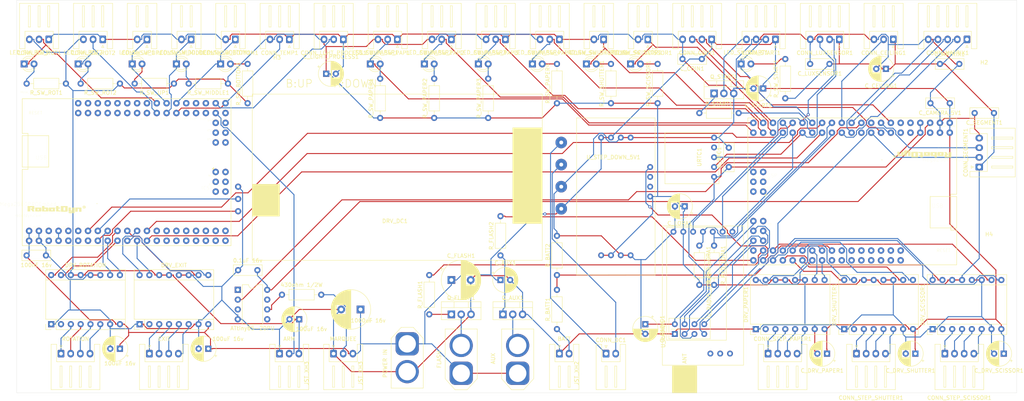
<source format=kicad_pcb>
(kicad_pcb (version 20171130) (host pcbnew "(5.1.5)-3")
  (layers (0 F.Cu signal) (31 B.Cu signal) (35 F.Paste user) (37 F.SilkS user) (38 B.Mask user) (39 F.Mask user) (44 Edge.Cuts user))
  (net 0 "")
  (net 1 GND)
  (net 2 +12V)
  (net 3 "Net-(CONN_STEP_PAPER1-Pad4)")
  (net 4 "Net-(CONN_STEP_PAPER1-Pad3)")
  (net 5 "Net-(CONN_STEP_PAPER1-Pad2)")
  (net 6 "Net-(CONN_STEP_PAPER1-Pad1)")
  (net 7 "Net-(CONN_STEP_SCISSOR1-Pad4)")
  (net 8 "Net-(CONN_STEP_SCISSOR1-Pad3)")
  (net 9 "Net-(CONN_STEP_SCISSOR1-Pad2)")
  (net 10 "Net-(CONN_STEP_SCISSOR1-Pad1)")
  (net 11 "Net-(CONN_STEP_SHUTTER1-Pad4)")
  (net 12 "Net-(CONN_STEP_SHUTTER1-Pad3)")
  (net 13 "Net-(CONN_STEP_SHUTTER1-Pad2)")
  (net 14 "Net-(CONN_STEP_SHUTTER1-Pad1)")
  (net 15 +5V)
  (net 16 "Net-(LED_SW_PAPER1-Pad2)")
  (net 17 "Net-(LED_SW_PAPER2-Pad2)")
  (net 18 "Net-(LED_SW_PAPER3-Pad2)")
  (net 19 "Net-(LED_SW_PAPER4-Pad2)")
  (net 20 "Net-(LED_SW_SCISSOR1-Pad2)")
  (net 21 "Net-(LED_SW_SHUTTER1-Pad2)")
  (net 22 /Camera/ENABLE_5V)
  (net 23 "Net-(MEGA_PAPER1-Pad3V3)")
  (net 24 "Net-(CONN_AUX1-Pad2)")
  (net 25 "Net-(CONN_FLASH1-Pad2)")
  (net 26 "Net-(Q_AUX1-Pad1)")
  (net 27 "Net-(Q_FLASH1-Pad1)")
  (net 28 "Net-(CONN_BATT1-Pad2)")
  (net 29 "Net-(CONN_MARQUEE_WS2811-Pad2)")
  (net 30 "Net-(R_MARQUEE1-Pad1)")
  (net 31 /Camera/ORDER_INTERRUPT_PIN)
  (net 32 /Paper/SERIAL_RX2)
  (net 33 /Camera/SERIAL_RX2)
  (net 34 "Net-(CONN_START1-Pad4)")
  (net 35 "Net-(LED_SW_START1-Pad2)")
  (net 36 "Net-(Q_START1-Pad1)")
  (net 37 "Net-(CONN_STEP_EXIT1-Pad4)")
  (net 38 "Net-(CONN_STEP_EXIT1-Pad3)")
  (net 39 "Net-(CONN_STEP_EXIT1-Pad2)")
  (net 40 "Net-(CONN_STEP_EXIT1-Pad1)")
  (net 41 "Net-(CONN_STEP_ROT1-Pad4)")
  (net 42 "Net-(CONN_STEP_ROT1-Pad3)")
  (net 43 "Net-(CONN_STEP_ROT1-Pad2)")
  (net 44 "Net-(CONN_STEP_ROT1-Pad1)")
  (net 45 LIGHT_PROCESS_PIN)
  (net 46 SERVO_ARM)
  (net 47 SPIDER_UPDOWN_PIN_ENDSTOP_BOTTOM)
  (net 48 SPIDER_UPDOWN_PIN_ENDSTOP_MIDDLE)
  (net 49 SPIDER_ROTATE_ENDSTOP1_PIN)
  (net 50 SPIDER_ROTATE_ENDSTOP2_PIN)
  (net 51 SPIDER_UPDOWN_PIN_ENDSTOP_UP)
  (net 52 TEMP_PIN)
  (net 53 SPIDER_UPDOWN_PIN_PWM)
  (net 54 SPIDER_UPDOWN_PIN_DIR)
  (net 55 SPIDER_EXIT_PIN_DIR)
  (net 56 SPIDER_EXIT_PIN_STP)
  (net 57 EXIT_M0)
  (net 58 SPIDER_EXIT_PIN_ENABLE)
  (net 59 SPIDER_ROTATE_PIN_DIR)
  (net 60 SPIDER_ROTATE_PIN_STP)
  (net 61 ROT_M0)
  (net 62 SPIDER_ROTATE_PIN_ENABLE)
  (net 63 "Net-(LED_SW_BOTTOM1-Pad2)")
  (net 64 "Net-(LED_SW_MIDDLE1-Pad2)")
  (net 65 "Net-(LED_SW_ROT1-Pad2)")
  (net 66 "Net-(LED_SW_ROT2-Pad2)")
  (net 67 "Net-(LED_SW_UP1-Pad2)")
  (net 68 "Net-(CONN_DC1-Pad2)")
  (net 69 "Net-(CONN_DC1-Pad1)")
  (net 70 +5C)
  (net 71 +3V3)
  (net 72 /Camera/SCISSOR_M0)
  (net 73 /Camera/CEILING_PIXEL_PIN)
  (net 74 /Camera/ENABLE_COIN_PIN)
  (net 75 /Camera/COIN_PIN)
  (net 76 /Camera/SCL_PIN)
  (net 77 /Camera/SDA_PIN)
  (net 78 /Camera/LED_MATRIX_SCL_PIN)
  (net 79 /Camera/LED_MATRIX_CS_PIN)
  (net 80 /Camera/LED_MATRIX_SDI_PIN)
  (net 81 /Camera/COIN_SEGMENT_DIO_PIN)
  (net 82 /Camera/COIN_SEGMENT_CLK_PIN)
  (net 83 /Camera/START_BTN_PIN)
  (net 84 /Camera/PAPER_SWITCH1_PIN)
  (net 85 /Camera/PAPER_SWITCH2_PIN)
  (net 86 /Camera/PAPER_SWITCH3_PIN)
  (net 87 /Camera/PAPER_SWITCH4_PIN)
  (net 88 /Camera/SCISSOR_ENDSTOP_PIN)
  (net 89 /Camera/SHUTTER_ENDSTOP_PIN)
  (net 90 /Camera/PAPER_PIN_DIR)
  (net 91 /Camera/PAPER_PIN_STP)
  (net 92 /Camera/PAPER_M0)
  (net 93 /Camera/PAPER_PIN_ENABLE)
  (net 94 /Camera/SCISSOR_PIN_DIR)
  (net 95 /Camera/SCISSOR_PIN_STP)
  (net 96 /Camera/SCISSOR_PIN_ENABLE)
  (net 97 /Camera/SHUTTER_PIN_DIR)
  (net 98 /Camera/SHUTTER_PIN_STP)
  (net 99 /Camera/SHUTTER_M0)
  (net 100 /Camera/SHUTTER_PIN_ENABLE)
  (net 101 /Camera/RADIO_SCK)
  (net 102 /Camera/RADIO_MISO)
  (net 103 /Camera/RADIO_MOSI)
  (net 104 /Camera/RADIO_CSN)
  (net 105 /Camera/RADIO_CE)
  (net 106 /Camera/AUX_PIN)
  (net 107 /Camera/FLASH_PIN)
  (net 108 /Camera/BATT_PROBE)
  (net 109 /Camera/LORA_M0)
  (net 110 /Camera/LORA_AUX)
  (net 111 /Camera/LORA_M1)
  (net 112 /Camera/LED_START_BTN_PIN)
  (net 113 /Camera/LORA_RXD)
  (net 114 /Camera/RADIO_INTERRUPT)
  (net 115 /Camera/LORA_TXD)
  (net 116 /Camera/ENABLE_MARQUEE)
  (module Capacitor_THT:CP_Radial_D6.3mm_P2.50mm (layer F.Cu) (at 177.8 101.6 270)
    (fp_text reference C_RADIO1 (at 1.25 -4.4 90) (layer F.SilkS))
    (fp_text value "470uF 16v")
    (pad 2 thru_hole circle (at 2.5 0 270) (size 1.6 1.6) (drill 0.8) (layers *.Cu *.Mask) (net 1 GND))
    (pad 1 thru_hole rect (at 0 0 270) (size 1.6 1.6) (drill 0.8) (layers *.Cu *.Mask) (net 71 +3V3))
  )
  (module 1nofilterbooth:CYTRON_MD10C (layer F.Cu) (at 151.13 85.09 180)
    (fp_text reference DRV_DC1 (at 38.1 10.16) (layer F.SilkS))
    (fp_text value Cytron_MD10C)
    (fp_text user A:DOWN (at 48.26 45.72) (layer F.SilkS) (effects (font (size 2 2))))
    (fp_text user B:UP (at 62.865 45.72) (layer F.SilkS) (effects (font (size 2 2))))
    (pad "" np_thru_hole circle (at 3 39 180) (size 3 3) (drill 3) (layers *.Cu *.Mask))
    (pad "" np_thru_hole circle (at 72 39 180) (size 3 3) (drill 3) (layers *.Cu *.Mask))
    (pad "" np_thru_hole circle (at 72 4 180) (size 3 3) (drill 3) (layers *.Cu *.Mask))
    (pad "" np_thru_hole circle (at 3 4 180) (size 3 3) (drill 3) (layers *.Cu *.Mask))
    (pad DIR thru_hole circle (at 78.65 12.7 180) (size 1.6 1.6) (drill 0.8) (layers *.Cu *.Mask) (net 54 SPIDER_UPDOWN_PIN_DIR))
    (pad PWM thru_hole circle (at 78.65 15.875 180) (size 1.6 1.6) (drill 0.8) (layers *.Cu *.Mask) (net 53 SPIDER_UPDOWN_PIN_PWM))
    (pad GND thru_hole circle (at 78.65 19.05 180) (size 1.6 1.6) (drill 0.8) (layers *.Cu *.Mask) (net 1 GND))
    (pad +12V thru_hole circle (at -4.92 13.335 180) (size 3 3) (drill 1) (layers *.Cu *.Mask) (net 2 +12V))
    (pad GND thru_hole circle (at -4.92 19.05 180) (size 3 3) (drill 1) (layers *.Cu *.Mask) (net 1 GND))
    (pad A thru_hole circle (at -4.92 24.765 180) (size 3 3) (drill 1) (layers *.Cu *.Mask) (net 68 "Net-(CONN_DC1-Pad2)"))
    (pad B thru_hole circle (at -4.92 30.48 180) (size 3 3) (drill 1) (layers *.Cu *.Mask) (net 69 "Net-(CONN_DC1-Pad1)"))
  )
  (module Connector_JST:JST_XH_S2B-XH-A_1x02_P2.50mm_Horizontal (layer F.Cu) (at 167.64 109.22)
    (fp_text reference CONN_DC1 (at 1.25 -3.5) (layer F.SilkS))
    (fp_text value JST_XH2)
    (pad 2 thru_hole oval (at 2.5 0) (size 1.7 2) (drill 1) (layers *.Cu *.Mask) (net 68 "Net-(CONN_DC1-Pad2)"))
    (pad 1 thru_hole roundrect (at 0 0) (size 1.7 2) (drill 1) (layers *.Cu *.Mask) (roundrect_rratio 0.147059) (net 69 "Net-(CONN_DC1-Pad1)"))
  )
  (module Capacitor_THT:CP_Radial_D6.3mm_P2.50mm (layer F.Cu) (at 95.25 36.83)
    (fp_text reference C_LIGHT_PROCESS1 (at 1.25 -4.4) (layer F.SilkS))
    (fp_text value "100uF 16v")
    (pad 2 thru_hole circle (at 2.5 0) (size 1.6 1.6) (drill 0.8) (layers *.Cu *.Mask) (net 1 GND))
    (pad 1 thru_hole rect (at 0 0) (size 1.6 1.6) (drill 0.8) (layers *.Cu *.Mask) (net 15 +5V))
  )
  (module Capacitor_THT:CP_Radial_D6.3mm_P2.50mm (layer F.Cu) (at 64.77 107.95 180)
    (fp_text reference C_STEP1 hide)
    (fp_text value "100uF 16v" (at -5.08 2.54) (layer F.SilkS))
    (pad 2 thru_hole circle (at 2.5 0 180) (size 1.6 1.6) (drill 0.8) (layers *.Cu *.Mask) (net 1 GND))
    (pad 1 thru_hole rect (at 0 0 180) (size 1.6 1.6) (drill 0.8) (layers *.Cu *.Mask) (net 2 +12V))
  )
  (module Capacitor_THT:CP_Radial_D6.3mm_P2.50mm (layer F.Cu) (at 208.28 40.64 180)
    (fp_text reference C_START1 (at 1.25 -4.4) (layer F.SilkS))
    (fp_text value "100uF 16v")
    (pad 2 thru_hole circle (at 2.5 0 180) (size 1.6 1.6) (drill 0.8) (layers *.Cu *.Mask) (net 1 GND))
    (pad 1 thru_hole rect (at 0 0 180) (size 1.6 1.6) (drill 0.8) (layers *.Cu *.Mask) (net 2 +12V))
  )
  (module Capacitor_THT:CP_Radial_D6.3mm_P2.50mm (layer F.Cu) (at 88.265 100.33 180)
    (fp_text reference C_SERVO_ARM1 hide)
    (fp_text value "100uF 16v" (at -3.175 -2.54) (layer F.SilkS))
    (pad 2 thru_hole circle (at 2.5 0 180) (size 1.6 1.6) (drill 0.8) (layers *.Cu *.Mask) (net 1 GND))
    (pad 1 thru_hole rect (at 0 0 180) (size 1.6 1.6) (drill 0.8) (layers *.Cu *.Mask) (net 15 +5V))
  )
  (module Capacitor_THT:CP_Radial_D6.3mm_P2.50mm (layer F.Cu) (at 41.91 107.95 180)
    (fp_text reference C_ROT1 hide)
    (fp_text value "100uF 16v" (at 0 -3.81) (layer F.SilkS))
    (pad 2 thru_hole circle (at 2.5 0 180) (size 1.6 1.6) (drill 0.8) (layers *.Cu *.Mask) (net 1 GND))
    (pad 1 thru_hole rect (at 0 0 180) (size 1.6 1.6) (drill 0.8) (layers *.Cu *.Mask) (net 2 +12V))
  )
  (module Capacitor_THT:CP_Radial_D6.3mm_P2.50mm (layer F.Cu) (at 187.96 71.12 180)
    (fp_text reference C_LORA1 (at 1.25 -4.4) (layer F.SilkS))
    (fp_text value "100uF 16v")
    (pad 2 thru_hole circle (at 2.5 0 180) (size 1.6 1.6) (drill 0.8) (layers *.Cu *.Mask) (net 1 GND))
    (pad 1 thru_hole rect (at 0 0 180) (size 1.6 1.6) (drill 0.8) (layers *.Cu *.Mask) (net 15 +5V))
  )
  (module Capacitor_THT:CP_Radial_D6.3mm_P2.50mm (layer F.Cu) (at 247.65 109.22 180)
    (fp_text reference C_DRV_SHUTTER1 (at 1.25 -4.4) (layer F.SilkS))
    (fp_text value "100uF 16v")
    (pad 2 thru_hole circle (at 2.5 0 180) (size 1.6 1.6) (drill 0.8) (layers *.Cu *.Mask) (net 1 GND))
    (pad 1 thru_hole rect (at 0 0 180) (size 1.6 1.6) (drill 0.8) (layers *.Cu *.Mask) (net 2 +12V))
  )
  (module Capacitor_THT:CP_Radial_D6.3mm_P2.50mm (layer F.Cu) (at 270.51 109.22 180)
    (fp_text reference C_DRV_SCISSOR1 (at 1.25 -4.4) (layer F.SilkS))
    (fp_text value "100uF 16v")
    (pad 2 thru_hole circle (at 2.5 0 180) (size 1.6 1.6) (drill 0.8) (layers *.Cu *.Mask) (net 1 GND))
    (pad 1 thru_hole rect (at 0 0 180) (size 1.6 1.6) (drill 0.8) (layers *.Cu *.Mask) (net 2 +12V))
  )
  (module Capacitor_THT:CP_Radial_D6.3mm_P2.50mm (layer F.Cu) (at 224.79 109.22 180)
    (fp_text reference C_DRV_PAPER1 (at 1.25 -4.4) (layer F.SilkS))
    (fp_text value "100uF 16v")
    (pad 2 thru_hole circle (at 2.5 0 180) (size 1.6 1.6) (drill 0.8) (layers *.Cu *.Mask) (net 1 GND))
    (pad 1 thru_hole rect (at 0 0 180) (size 1.6 1.6) (drill 0.8) (layers *.Cu *.Mask) (net 2 +12V))
  )
  (module Capacitor_THT:CP_Radial_D6.3mm_P2.50mm (layer F.Cu) (at 240.03 35.56 180)
    (fp_text reference C_CEILING1 (at 1.25 -4.4) (layer F.SilkS))
    (fp_text value "100uF 16v")
    (pad 2 thru_hole circle (at 2.5 0 180) (size 1.6 1.6) (drill 0.8) (layers *.Cu *.Mask) (net 1 GND))
    (pad 1 thru_hole rect (at 0 0 180) (size 1.6 1.6) (drill 0.8) (layers *.Cu *.Mask) (net 15 +5V))
  )
  (module Capacitor_THT:CP_Radial_D6.3mm_P2.50mm (layer F.Cu) (at 140.335 90.17)
    (fp_text reference C_AUX1 (at 1.25 -4.4) (layer F.SilkS))
    (fp_text value "1000uF 16V")
    (pad 2 thru_hole circle (at 2.5 0) (size 1.6 1.6) (drill 0.8) (layers *.Cu *.Mask) (net 1 GND))
    (pad 1 thru_hole rect (at 0 0) (size 1.6 1.6) (drill 0.8) (layers *.Cu *.Mask) (net 2 +12V))
  )
  (module MountingHole:MountingHole_3.2mm_M3 (layer F.Cu) (at 266.7 82.55)
    (fp_text reference H4 (at 0 -4.2) (layer F.SilkS))
    (fp_text value MountingHole)
    (pad 1 np_thru_hole circle (at 0 0) (size 3.2 3.2) (drill 3.2) (layers *.Cu *.Mask))
  )
  (module MountingHole:MountingHole_3.2mm_M3 (layer F.Cu) (at 82.55 36.83)
    (fp_text reference H3 (at 0 -4.2) (layer F.SilkS))
    (fp_text value MountingHole)
    (pad 1 np_thru_hole circle (at 0 0) (size 3.2 3.2) (drill 3.2) (layers *.Cu *.Mask))
  )
  (module MountingHole:MountingHole_3.2mm_M3 (layer F.Cu) (at 265.43 38.1)
    (fp_text reference H2 (at 0 -4.2) (layer F.SilkS))
    (fp_text value MountingHole)
    (pad 1 np_thru_hole circle (at 0 0) (size 3.2 3.2) (drill 3.2) (layers *.Cu *.Mask))
  )
  (module MountingHole:MountingHole_3.2mm_M3 (layer F.Cu) (at 19.05 114.3)
    (fp_text reference H1 hide)
    (fp_text value MountingHole)
    (pad 1 np_thru_hole circle (at 0 0) (size 3.2 3.2) (drill 3.2) (layers *.Cu *.Mask))
  )
  (module Resistor_THT:R_Axial_DIN0207_L6.3mm_D2.5mm_P10.16mm_Horizontal (layer F.Cu) (at 191.77 81.28 270)
    (fp_text reference R_TXD_LORA1 (at 5.08 -2.37 90) (layer F.SilkS))
    (fp_text value "4.7k 1/2W")
    (pad 2 thru_hole oval (at 10.16 0 270) (size 1.6 1.6) (drill 0.8) (layers *.Cu *.Mask) (net 15 +5V))
    (pad 1 thru_hole circle (at 0 0 270) (size 1.6 1.6) (drill 0.8) (layers *.Cu *.Mask) (net 115 /Camera/LORA_TXD))
  )
  (module Resistor_THT:R_Axial_DIN0207_L6.3mm_D2.5mm_P10.16mm_Horizontal (layer F.Cu) (at 55.88 39.37 180)
    (fp_text reference R_SW_UP1 (at 5.08 -2.37) (layer F.SilkS))
    (fp_text value "560ohm 1/2W")
    (pad 2 thru_hole oval (at 10.16 0 180) (size 1.6 1.6) (drill 0.8) (layers *.Cu *.Mask) (net 67 "Net-(LED_SW_UP1-Pad2)"))
    (pad 1 thru_hole circle (at 0 0 180) (size 1.6 1.6) (drill 0.8) (layers *.Cu *.Mask) (net 15 +5V))
  )
  (module Resistor_THT:R_Axial_DIN0207_L6.3mm_D2.5mm_P10.16mm_Horizontal (layer F.Cu) (at 213.995 43.18 90)
    (fp_text reference R_SW_START1 (at 5.08 -2.37 90) (layer F.SilkS))
    (fp_text value "560ohm 1/2W")
    (pad 2 thru_hole oval (at 10.16 0 90) (size 1.6 1.6) (drill 0.8) (layers *.Cu *.Mask) (net 35 "Net-(LED_SW_START1-Pad2)"))
    (pad 1 thru_hole circle (at 0 0 90) (size 1.6 1.6) (drill 0.8) (layers *.Cu *.Mask) (net 15 +5V))
  )
  (module Resistor_THT:R_Axial_DIN0207_L6.3mm_D2.5mm_P10.16mm_Horizontal (layer F.Cu) (at 168.91 44.45 90)
    (fp_text reference R_SW_SHUTTER1 (at 5.08 -2.37 90) (layer F.SilkS))
    (fp_text value "560ohm 1/2W")
    (pad 2 thru_hole oval (at 10.16 0 90) (size 1.6 1.6) (drill 0.8) (layers *.Cu *.Mask) (net 21 "Net-(LED_SW_SHUTTER1-Pad2)"))
    (pad 1 thru_hole circle (at 0 0 90) (size 1.6 1.6) (drill 0.8) (layers *.Cu *.Mask) (net 15 +5V))
  )
  (module Resistor_THT:R_Axial_DIN0207_L6.3mm_D2.5mm_P10.16mm_Horizontal (layer F.Cu) (at 180.975 44.45 90)
    (fp_text reference R_SW_SCISSOR1 (at 5.08 -2.37 90) (layer F.SilkS))
    (fp_text value "560ohm 1/2W")
    (pad 2 thru_hole oval (at 10.16 0 90) (size 1.6 1.6) (drill 0.8) (layers *.Cu *.Mask) (net 20 "Net-(LED_SW_SCISSOR1-Pad2)"))
    (pad 1 thru_hole circle (at 0 0 90) (size 1.6 1.6) (drill 0.8) (layers *.Cu *.Mask) (net 15 +5V))
  )
  (module Resistor_THT:R_Axial_DIN0207_L6.3mm_D2.5mm_P10.16mm_Horizontal (layer F.Cu) (at 41.91 39.37 180)
    (fp_text reference R_SW_ROT2 (at 5.08 -2.37) (layer F.SilkS))
    (fp_text value "560ohm 1/2W")
    (pad 2 thru_hole oval (at 10.16 0 180) (size 1.6 1.6) (drill 0.8) (layers *.Cu *.Mask) (net 66 "Net-(LED_SW_ROT2-Pad2)"))
    (pad 1 thru_hole circle (at 0 0 180) (size 1.6 1.6) (drill 0.8) (layers *.Cu *.Mask) (net 15 +5V))
  )
  (module Resistor_THT:R_Axial_DIN0207_L6.3mm_D2.5mm_P10.16mm_Horizontal (layer F.Cu) (at 27.94 39.37 180)
    (fp_text reference R_SW_ROT1 (at 5.08 -2.37) (layer F.SilkS))
    (fp_text value "560ohm 1/2W")
    (pad 2 thru_hole oval (at 10.16 0 180) (size 1.6 1.6) (drill 0.8) (layers *.Cu *.Mask) (net 65 "Net-(LED_SW_ROT1-Pad2)"))
    (pad 1 thru_hole circle (at 0 0 180) (size 1.6 1.6) (drill 0.8) (layers *.Cu *.Mask) (net 15 +5V))
  )
  (module Resistor_THT:R_Axial_DIN0207_L6.3mm_D2.5mm_P10.16mm_Horizontal (layer F.Cu) (at 154.94 44.45 90)
    (fp_text reference R_SW_PAPER4 (at 5.08 -2.37 90) (layer F.SilkS))
    (fp_text value "560ohm 1/2W")
    (pad 2 thru_hole oval (at 10.16 0 90) (size 1.6 1.6) (drill 0.8) (layers *.Cu *.Mask) (net 19 "Net-(LED_SW_PAPER4-Pad2)"))
    (pad 1 thru_hole circle (at 0 0 90) (size 1.6 1.6) (drill 0.8) (layers *.Cu *.Mask) (net 15 +5V))
  )
  (module Resistor_THT:R_Axial_DIN0207_L6.3mm_D2.5mm_P10.16mm_Horizontal (layer F.Cu) (at 137.16 48.26 90)
    (fp_text reference R_SW_PAPER3 (at 5.08 -2.37 90) (layer F.SilkS))
    (fp_text value "560ohm 1/2W")
    (pad 2 thru_hole oval (at 10.16 0 90) (size 1.6 1.6) (drill 0.8) (layers *.Cu *.Mask) (net 18 "Net-(LED_SW_PAPER3-Pad2)"))
    (pad 1 thru_hole circle (at 0 0 90) (size 1.6 1.6) (drill 0.8) (layers *.Cu *.Mask) (net 15 +5V))
  )
  (module Resistor_THT:R_Axial_DIN0207_L6.3mm_D2.5mm_P10.16mm_Horizontal (layer F.Cu) (at 123.19 48.26 90)
    (fp_text reference R_SW_PAPER2 (at 5.08 -2.37 90) (layer F.SilkS))
    (fp_text value "560ohm 1/2W")
    (pad 2 thru_hole oval (at 10.16 0 90) (size 1.6 1.6) (drill 0.8) (layers *.Cu *.Mask) (net 17 "Net-(LED_SW_PAPER2-Pad2)"))
    (pad 1 thru_hole circle (at 0 0 90) (size 1.6 1.6) (drill 0.8) (layers *.Cu *.Mask) (net 15 +5V))
  )
  (module Resistor_THT:R_Axial_DIN0207_L6.3mm_D2.5mm_P10.16mm_Horizontal (layer F.Cu) (at 109.22 48.26 90)
    (fp_text reference R_SW_PAPER1 (at 5.08 -2.37 90) (layer F.SilkS))
    (fp_text value "560ohm 1/2W")
    (pad 2 thru_hole oval (at 10.16 0 90) (size 1.6 1.6) (drill 0.8) (layers *.Cu *.Mask) (net 16 "Net-(LED_SW_PAPER1-Pad2)"))
    (pad 1 thru_hole circle (at 0 0 90) (size 1.6 1.6) (drill 0.8) (layers *.Cu *.Mask) (net 15 +5V))
  )
  (module Resistor_THT:R_Axial_DIN0207_L6.3mm_D2.5mm_P10.16mm_Horizontal (layer F.Cu) (at 69.85 39.37 180)
    (fp_text reference R_SW_MIDDLE1 (at 5.08 -2.37) (layer F.SilkS))
    (fp_text value "560ohm 1/2W")
    (pad 2 thru_hole oval (at 10.16 0 180) (size 1.6 1.6) (drill 0.8) (layers *.Cu *.Mask) (net 64 "Net-(LED_SW_MIDDLE1-Pad2)"))
    (pad 1 thru_hole circle (at 0 0 180) (size 1.6 1.6) (drill 0.8) (layers *.Cu *.Mask) (net 15 +5V))
  )
  (module Resistor_THT:R_Axial_DIN0207_L6.3mm_D2.5mm_P10.16mm_Horizontal (layer F.Cu) (at 74.93 44.45 90)
    (fp_text reference R_SW_BOTTOM1 (at 5.08 -2.37 90) (layer F.SilkS))
    (fp_text value "560ohm 1/2W")
    (pad 2 thru_hole oval (at 10.16 0 90) (size 1.6 1.6) (drill 0.8) (layers *.Cu *.Mask) (net 63 "Net-(LED_SW_BOTTOM1-Pad2)"))
    (pad 1 thru_hole circle (at 0 0 90) (size 1.6 1.6) (drill 0.8) (layers *.Cu *.Mask) (net 15 +5V))
  )
  (module Resistor_THT:R_Axial_DIN0207_L6.3mm_D2.5mm_P10.16mm_Horizontal (layer F.Cu) (at 191.77 46.99)
    (fp_text reference R_START1 (at 5.08 -2.37) (layer F.SilkS))
    (fp_text value "2.2k 1/2W")
    (pad 2 thru_hole oval (at 10.16 0) (size 1.6 1.6) (drill 0.8) (layers *.Cu *.Mask) (net 112 /Camera/LED_START_BTN_PIN))
    (pad 1 thru_hole circle (at 0 0) (size 1.6 1.6) (drill 0.8) (layers *.Cu *.Mask) (net 36 "Net-(Q_START1-Pad1)"))
  )
  (module Resistor_THT:R_Axial_DIN0207_L6.3mm_D2.5mm_P10.16mm_Horizontal (layer F.Cu) (at 195.58 81.28 270)
    (fp_text reference R_RXD_LORA1 (at 5.08 -2.37 90) (layer F.SilkS))
    (fp_text value "4.7k 1/2W")
    (pad 2 thru_hole oval (at 10.16 0 270) (size 1.6 1.6) (drill 0.8) (layers *.Cu *.Mask) (net 15 +5V))
    (pad 1 thru_hole circle (at 0 0 270) (size 1.6 1.6) (drill 0.8) (layers *.Cu *.Mask) (net 113 /Camera/LORA_RXD))
  )
  (module Resistor_THT:R_Axial_DIN0207_L6.3mm_D2.5mm_P10.16mm_Horizontal (layer F.Cu) (at 83.82 93.98)
    (fp_text reference R_MARQUEE1 hide)
    (fp_text value "430ohm 1/2W" (at 5.08 -2.54) (layer F.SilkS))
    (pad 2 thru_hole oval (at 10.16 0) (size 1.6 1.6) (drill 0.8) (layers *.Cu *.Mask) (net 29 "Net-(CONN_MARQUEE_WS2811-Pad2)"))
    (pad 1 thru_hole circle (at 0 0) (size 1.6 1.6) (drill 0.8) (layers *.Cu *.Mask) (net 30 "Net-(R_MARQUEE1-Pad1)"))
  )
  (module Resistor_THT:R_Axial_DIN0207_L6.3mm_D2.5mm_P10.16mm_Horizontal (layer F.Cu) (at 140.335 83.82 90)
    (fp_text reference R_FLASH2 (at 5.08 -2.37 90) (layer F.SilkS))
    (fp_text value "2.2k 1/2W")
    (pad 2 thru_hole oval (at 10.16 0 90) (size 1.6 1.6) (drill 0.8) (layers *.Cu *.Mask) (net 106 /Camera/AUX_PIN))
    (pad 1 thru_hole circle (at 0 0 90) (size 1.6 1.6) (drill 0.8) (layers *.Cu *.Mask) (net 26 "Net-(Q_AUX1-Pad1)"))
  )
  (module Resistor_THT:R_Axial_DIN0207_L6.3mm_D2.5mm_P10.16mm_Horizontal (layer F.Cu) (at 121.92 99.06 90)
    (fp_text reference R_FLASH1 (at 5.08 -2.37 90) (layer F.SilkS))
    (fp_text value "2.2k 1/2W")
    (pad 2 thru_hole oval (at 10.16 0 90) (size 1.6 1.6) (drill 0.8) (layers *.Cu *.Mask) (net 107 /Camera/FLASH_PIN))
    (pad 1 thru_hole circle (at 0 0 90) (size 1.6 1.6) (drill 0.8) (layers *.Cu *.Mask) (net 27 "Net-(Q_FLASH1-Pad1)"))
  )
  (module Resistor_THT:R_Axial_DIN0207_L6.3mm_D2.5mm_P10.16mm_Horizontal (layer F.Cu) (at 154.94 88.9 90)
    (fp_text reference R_BATT2 (at 5.08 -2.37 90) (layer F.SilkS))
    (fp_text value "10k 1/2W")
    (pad 2 thru_hole oval (at 10.16 0 90) (size 1.6 1.6) (drill 0.8) (layers *.Cu *.Mask) (net 1 GND))
    (pad 1 thru_hole circle (at 0 0 90) (size 1.6 1.6) (drill 0.8) (layers *.Cu *.Mask) (net 108 /Camera/BATT_PROBE))
  )
  (module Resistor_THT:R_Axial_DIN0207_L6.3mm_D2.5mm_P10.16mm_Horizontal (layer F.Cu) (at 154.94 102.87 90)
    (fp_text reference R_BATT1 (at 5.08 -2.37 90) (layer F.SilkS))
    (fp_text value 20k1/2W)
    (pad 2 thru_hole oval (at 10.16 0 90) (size 1.6 1.6) (drill 0.8) (layers *.Cu *.Mask) (net 108 /Camera/BATT_PROBE))
    (pad 1 thru_hole circle (at 0 0 90) (size 1.6 1.6) (drill 0.8) (layers *.Cu *.Mask) (net 28 "Net-(CONN_BATT1-Pad2)"))
  )
  (module Capacitor_THT:C_Rect_L7.2mm_W2.5mm_P5.00mm_FKS2_FKP2_MKS2_MKP2 (layer F.Cu) (at 267.97 46.99 180)
    (fp_text reference C_SEGMENT1 (at 2.5 -2.5) (layer F.SilkS))
    (fp_text value 100nF)
    (pad 2 thru_hole circle (at 5 0 180) (size 1.6 1.6) (drill 0.8) (layers *.Cu *.Mask) (net 1 GND))
    (pad 1 thru_hole circle (at 0 0 180) (size 1.6 1.6) (drill 0.8) (layers *.Cu *.Mask) (net 15 +5V))
  )
  (module Capacitor_THT:C_Rect_L7.2mm_W2.5mm_P5.00mm_FKS2_FKP2_MKS2_MKP2 (layer F.Cu) (at 199.39 60.96 90)
    (fp_text reference C_RTC1 (at 2.5 -2.5 90) (layer F.SilkS))
    (fp_text value 100nF)
    (pad 2 thru_hole circle (at 5 0 90) (size 1.6 1.6) (drill 0.8) (layers *.Cu *.Mask) (net 1 GND))
    (pad 1 thru_hole circle (at 0 0 90) (size 1.6 1.6) (drill 0.8) (layers *.Cu *.Mask) (net 71 +3V3))
  )
  (module Capacitor_THT:C_Rect_L7.2mm_W2.5mm_P5.00mm_FKS2_FKP2_MKS2_MKP2 (layer F.Cu) (at 17.78 83.82)
    (fp_text reference C_MEGA_PAPER1)
    (fp_text value "100nF 16v" (at 2.5 2.5) (layer F.SilkS))
    (pad 2 thru_hole circle (at 5 0) (size 1.6 1.6) (drill 0.8) (layers *.Cu *.Mask) (net 1 GND))
    (pad 1 thru_hole circle (at 0 0) (size 1.6 1.6) (drill 0.8) (layers *.Cu *.Mask) (net 2 +12V))
  )
  (module Capacitor_THT:C_Rect_L7.2mm_W2.5mm_P5.00mm_FKS2_FKP2_MKS2_MKP2 (layer F.Cu) (at 254 34.29)
    (fp_text reference C_MATRIX1 (at 2.5 -2.5) (layer F.SilkS))
    (fp_text value 100nF)
    (pad 2 thru_hole circle (at 5 0) (size 1.6 1.6) (drill 0.8) (layers *.Cu *.Mask) (net 1 GND))
    (pad 1 thru_hole circle (at 0 0) (size 1.6 1.6) (drill 0.8) (layers *.Cu *.Mask) (net 15 +5V))
  )
  (module Capacitor_THT:C_Rect_L7.2mm_W2.5mm_P5.00mm_FKS2_FKP2_MKS2_MKP2 (layer F.Cu) (at 225.425 34.29 180)
    (fp_text reference C_LUXSENSOR1 (at 2.5 -2.5) (layer F.SilkS))
    (fp_text value 100nF)
    (pad 2 thru_hole circle (at 5 0 180) (size 1.6 1.6) (drill 0.8) (layers *.Cu *.Mask) (net 1 GND))
    (pad 1 thru_hole circle (at 0 0 180) (size 1.6 1.6) (drill 0.8) (layers *.Cu *.Mask) (net 15 +5V))
  )
  (module Capacitor_THT:C_Rect_L7.2mm_W2.5mm_P5.00mm_FKS2_FKP2_MKS2_MKP2 (layer F.Cu) (at 192.405 33.02 180)
    (fp_text reference C_COIN1 (at 2.5 -2.5) (layer F.SilkS))
    (fp_text value 100nF)
    (pad 2 thru_hole circle (at 5 0 180) (size 1.6 1.6) (drill 0.8) (layers *.Cu *.Mask) (net 1 GND))
    (pad 1 thru_hole circle (at 0 0 180) (size 1.6 1.6) (drill 0.8) (layers *.Cu *.Mask) (net 2 +12V))
  )
  (module Capacitor_THT:C_Rect_L7.2mm_W2.5mm_P5.00mm_FKS2_FKP2_MKS2_MKP2 (layer F.Cu) (at 256.54 44.45 180)
    (fp_text reference C_CAMERA_5V1 (at 2.5 -2.5) (layer F.SilkS))
    (fp_text value 100nF)
    (pad 2 thru_hole circle (at 5 0 180) (size 1.6 1.6) (drill 0.8) (layers *.Cu *.Mask) (net 1 GND))
    (pad 1 thru_hole circle (at 0 0 180) (size 1.6 1.6) (drill 0.8) (layers *.Cu *.Mask) (net 2 +12V))
  )
  (module Capacitor_THT:C_Rect_L7.2mm_W2.5mm_P5.00mm_FKS2_FKP2_MKS2_MKP2 (layer F.Cu) (at 77.47 87.63 180)
    (fp_text reference C_ATTINY1 hide)
    (fp_text value "0.1uF 16v" (at 2.5 2.5) (layer F.SilkS))
    (pad 2 thru_hole circle (at 5 0 180) (size 1.6 1.6) (drill 0.8) (layers *.Cu *.Mask) (net 1 GND))
    (pad 1 thru_hole circle (at 0 0 180) (size 1.6 1.6) (drill 0.8) (layers *.Cu *.Mask) (net 70 +5C))
  )
  (module 1nofilterbooth:DS3231_breakout (layer F.Cu) (at 196.85 52.07 270)
    (fp_text reference URTC1 (at 6.35 5.08 90) (layer F.SilkS))
    (fp_text value RTC_DS3231_BREAKOUT)
    (pad 3V3 thru_hole circle (at 11.43 1.27 270) (size 1.524 1.524) (drill 0.762) (layers *.Cu *.Mask) (net 71 +3V3))
    (pad SDA thru_hole circle (at 8.89 1.27 270) (size 1.524 1.524) (drill 0.762) (layers *.Cu *.Mask) (net 77 /Camera/SDA_PIN))
    (pad SCL thru_hole circle (at 6.35 1.27 270) (size 1.524 1.524) (drill 0.762) (layers *.Cu *.Mask) (net 76 /Camera/SCL_PIN))
    (pad ND thru_hole circle (at 3.81 1.27 270) (size 1.524 1.524) (drill 0.762) (layers *.Cu *.Mask))
    (pad GND thru_hole circle (at 1.27 1.27 270) (size 1.524 1.524) (drill 0.762) (layers *.Cu *.Mask) (net 1 GND))
  )
  (module 1nofilterbooth:LORA_E32-TTL-100 (layer F.Cu) (at 203.2 76.2 270)
    (fp_text reference U_RADIO_LORA1 (at 17.78 8.89 90) (layer F.SilkS))
    (fp_text value SX17278_LORA)
    (fp_text user ANT (at 34.29 15.24 90) (layer F.SilkS))
    (pad ND thru_hole circle (at 33 8.58 270) (size 1.524 1.524) (drill 0.762) (layers *.Cu *.Mask))
    (pad ND thru_hole circle (at 33 6.04 270) (size 1.524 1.524) (drill 0.762) (layers *.Cu *.Mask))
    (pad ND thru_hole circle (at 33 3.5 270) (size 1.524 1.524) (drill 0.762) (layers *.Cu *.Mask))
    (pad GND thru_hole circle (at 1.5 18.12 270) (size 1.524 1.524) (drill 0.762) (layers *.Cu *.Mask) (net 1 GND))
    (pad VCC thru_hole circle (at 1.5 15.58 270) (size 1.524 1.524) (drill 0.762) (layers *.Cu *.Mask) (net 15 +5V))
    (pad AUX thru_hole circle (at 1.5 13.04 270) (size 1.524 1.524) (drill 0.762) (layers *.Cu *.Mask) (net 110 /Camera/LORA_AUX))
    (pad TXD thru_hole circle (at 1.5 10.5 270) (size 1.524 1.524) (drill 0.762) (layers *.Cu *.Mask) (net 115 /Camera/LORA_TXD))
    (pad RXD thru_hole circle (at 1.5 7.96 270) (size 1.524 1.524) (drill 0.762) (layers *.Cu *.Mask) (net 113 /Camera/LORA_RXD))
    (pad M1 thru_hole circle (at 1.5 5.42 270) (size 1.524 1.524) (drill 0.762) (layers *.Cu *.Mask) (net 111 /Camera/LORA_M1))
    (pad M0 thru_hole circle (at 1.5 2.88 270) (size 1.524 1.524) (drill 0.762) (layers *.Cu *.Mask) (net 109 /Camera/LORA_M0))
  )
  (module LED_THT:LED_D3.0mm (layer F.Cu) (at 45.085 34.29)
    (fp_text reference LED_SW_UP1 (at 1.27 -2.96) (layer F.SilkS))
    (fp_text value "LED 3mm")
    (pad 2 thru_hole circle (at 2.54 0) (size 1.8 1.8) (drill 0.9) (layers *.Cu *.Mask) (net 67 "Net-(LED_SW_UP1-Pad2)"))
    (pad 1 thru_hole rect (at 0 0) (size 1.8 1.8) (drill 0.9) (layers *.Cu *.Mask) (net 51 SPIDER_UPDOWN_PIN_ENDSTOP_UP))
  )
  (module LED_THT:LED_D3.0mm (layer F.Cu) (at 31.115 34.29)
    (fp_text reference LED_SW_ROT2 (at 1.27 -2.96) (layer F.SilkS))
    (fp_text value "LED 3mm")
    (pad 2 thru_hole circle (at 2.54 0) (size 1.8 1.8) (drill 0.9) (layers *.Cu *.Mask) (net 66 "Net-(LED_SW_ROT2-Pad2)"))
    (pad 1 thru_hole rect (at 0 0) (size 1.8 1.8) (drill 0.9) (layers *.Cu *.Mask) (net 50 SPIDER_ROTATE_ENDSTOP2_PIN))
  )
  (module LED_THT:LED_D3.0mm (layer F.Cu) (at 17.145 34.29)
    (fp_text reference LED_SW_ROT1 (at 1.27 -2.96) (layer F.SilkS))
    (fp_text value "LED 3mm")
    (pad 2 thru_hole circle (at 2.54 0) (size 1.8 1.8) (drill 0.9) (layers *.Cu *.Mask) (net 65 "Net-(LED_SW_ROT1-Pad2)"))
    (pad 1 thru_hole rect (at 0 0) (size 1.8 1.8) (drill 0.9) (layers *.Cu *.Mask) (net 49 SPIDER_ROTATE_ENDSTOP1_PIN))
  )
  (module LED_THT:LED_D3.0mm (layer F.Cu) (at 56.515 34.29)
    (fp_text reference LED_SW_MIDDLE1 (at 1.27 -2.96) (layer F.SilkS))
    (fp_text value "LED 3mm")
    (pad 2 thru_hole circle (at 2.54 0) (size 1.8 1.8) (drill 0.9) (layers *.Cu *.Mask) (net 64 "Net-(LED_SW_MIDDLE1-Pad2)"))
    (pad 1 thru_hole rect (at 0 0) (size 1.8 1.8) (drill 0.9) (layers *.Cu *.Mask) (net 48 SPIDER_UPDOWN_PIN_ENDSTOP_MIDDLE))
  )
  (module LED_THT:LED_D3.0mm (layer F.Cu) (at 67.945 34.29)
    (fp_text reference LED_SW_BOTTOM1 (at 1.27 -2.96) (layer F.SilkS))
    (fp_text value "LED 3mm")
    (pad 2 thru_hole circle (at 2.54 0) (size 1.8 1.8) (drill 0.9) (layers *.Cu *.Mask) (net 63 "Net-(LED_SW_BOTTOM1-Pad2)"))
    (pad 1 thru_hole rect (at 0 0) (size 1.8 1.8) (drill 0.9) (layers *.Cu *.Mask) (net 47 SPIDER_UPDOWN_PIN_ENDSTOP_BOTTOM))
  )
  (module Module:Pololu_Breakout-16_15.2x20.3mm (layer F.Cu) (at 46.99 101.6 90)
    (fp_text reference DRV_EXIT1)
    (fp_text value Pololu_Breakout_DRV8825)
    (fp_text user DRV_EXIT (at 15.24 8.89 180) (layer F.SilkS))
    (pad 16 thru_hole oval (at 12.7 0 90) (size 1.6 1.6) (drill 0.8) (layers *.Cu *.Mask) (net 55 SPIDER_EXIT_PIN_DIR))
    (pad 8 thru_hole oval (at 0 17.78 90) (size 1.6 1.6) (drill 0.8) (layers *.Cu *.Mask) (net 2 +12V))
    (pad 15 thru_hole oval (at 12.7 2.54 90) (size 1.6 1.6) (drill 0.8) (layers *.Cu *.Mask) (net 56 SPIDER_EXIT_PIN_STP))
    (pad 7 thru_hole oval (at 0 15.24 90) (size 1.6 1.6) (drill 0.8) (layers *.Cu *.Mask) (net 1 GND))
    (pad 14 thru_hole oval (at 12.7 5.08 90) (size 1.6 1.6) (drill 0.8) (layers *.Cu *.Mask) (net 15 +5V))
    (pad 6 thru_hole oval (at 0 12.7 90) (size 1.6 1.6) (drill 0.8) (layers *.Cu *.Mask) (net 37 "Net-(CONN_STEP_EXIT1-Pad4)"))
    (pad 13 thru_hole oval (at 12.7 7.62 90) (size 1.6 1.6) (drill 0.8) (layers *.Cu *.Mask) (net 15 +5V))
    (pad 5 thru_hole oval (at 0 10.16 90) (size 1.6 1.6) (drill 0.8) (layers *.Cu *.Mask) (net 38 "Net-(CONN_STEP_EXIT1-Pad3)"))
    (pad 12 thru_hole oval (at 12.7 10.16 90) (size 1.6 1.6) (drill 0.8) (layers *.Cu *.Mask) (net 1 GND))
    (pad 4 thru_hole oval (at 0 7.62 90) (size 1.6 1.6) (drill 0.8) (layers *.Cu *.Mask) (net 39 "Net-(CONN_STEP_EXIT1-Pad2)"))
    (pad 11 thru_hole oval (at 12.7 12.7 90) (size 1.6 1.6) (drill 0.8) (layers *.Cu *.Mask) (net 1 GND))
    (pad 3 thru_hole oval (at 0 5.08 90) (size 1.6 1.6) (drill 0.8) (layers *.Cu *.Mask) (net 40 "Net-(CONN_STEP_EXIT1-Pad1)"))
    (pad 10 thru_hole oval (at 12.7 15.24 90) (size 1.6 1.6) (drill 0.8) (layers *.Cu *.Mask) (net 57 EXIT_M0))
    (pad 2 thru_hole oval (at 0 2.54 90) (size 1.6 1.6) (drill 0.8) (layers *.Cu *.Mask))
    (pad 9 thru_hole oval (at 12.7 17.78 90) (size 1.6 1.6) (drill 0.8) (layers *.Cu *.Mask) (net 58 SPIDER_EXIT_PIN_ENABLE))
    (pad 1 thru_hole rect (at 0 0 90) (size 1.6 1.6) (drill 0.8) (layers *.Cu *.Mask) (net 1 GND))
  )
  (module Connector_JST:JST_XH_S3B-XH-A_1x03_P2.50mm_Horizontal (layer F.Cu) (at 85.725 27.94 180)
    (fp_text reference CONN_TEMP1 (at 2.5 -3.5) (layer F.SilkS))
    (fp_text value JST_XH3)
    (pad 3 thru_hole oval (at 5 0 180) (size 1.7 1.95) (drill 0.95) (layers *.Cu *.Mask) (net 15 +5V))
    (pad 2 thru_hole oval (at 2.5 0 180) (size 1.7 1.95) (drill 0.95) (layers *.Cu *.Mask) (net 52 TEMP_PIN))
    (pad 1 thru_hole roundrect (at 0 0 180) (size 1.7 1.95) (drill 0.95) (layers *.Cu *.Mask) (roundrect_rratio 0.147059) (net 1 GND))
  )
  (module Connector_JST:JST_XH_S2B-XH-A_1x02_P2.50mm_Horizontal (layer F.Cu) (at 48.895 27.94 180)
    (fp_text reference CONN_SW_UP1 (at 1.25 -3.5) (layer F.SilkS))
    (fp_text value JST_XH2)
    (pad 2 thru_hole oval (at 2.5 0 180) (size 1.7 2) (drill 1) (layers *.Cu *.Mask) (net 1 GND))
    (pad 1 thru_hole roundrect (at 0 0 180) (size 1.7 2) (drill 1) (layers *.Cu *.Mask) (roundrect_rratio 0.147059) (net 51 SPIDER_UPDOWN_PIN_ENDSTOP_UP))
  )
  (module Connector_JST:JST_XH_S3B-XH-A_1x03_P2.50mm_Horizontal (layer F.Cu) (at 37.465 27.94 180)
    (fp_text reference CONN_SW_ROT2 (at 2.5 -3.5) (layer F.SilkS))
    (fp_text value JST_XH3)
    (pad 3 thru_hole oval (at 5 0 180) (size 1.7 1.95) (drill 0.95) (layers *.Cu *.Mask) (net 15 +5V))
    (pad 2 thru_hole oval (at 2.5 0 180) (size 1.7 1.95) (drill 0.95) (layers *.Cu *.Mask) (net 50 SPIDER_ROTATE_ENDSTOP2_PIN))
    (pad 1 thru_hole roundrect (at 0 0 180) (size 1.7 1.95) (drill 0.95) (layers *.Cu *.Mask) (roundrect_rratio 0.147059) (net 1 GND))
  )
  (module Connector_JST:JST_XH_S3B-XH-A_1x03_P2.50mm_Horizontal (layer F.Cu) (at 23.495 27.94 180)
    (fp_text reference CONN_SW_ROT1 (at 2.5 -3.5) (layer F.SilkS))
    (fp_text value JST_XH3)
    (pad 3 thru_hole oval (at 5 0 180) (size 1.7 1.95) (drill 0.95) (layers *.Cu *.Mask) (net 15 +5V))
    (pad 2 thru_hole oval (at 2.5 0 180) (size 1.7 1.95) (drill 0.95) (layers *.Cu *.Mask) (net 49 SPIDER_ROTATE_ENDSTOP1_PIN))
    (pad 1 thru_hole roundrect (at 0 0 180) (size 1.7 1.95) (drill 0.95) (layers *.Cu *.Mask) (roundrect_rratio 0.147059) (net 1 GND))
  )
  (module Connector_JST:JST_XH_S2B-XH-A_1x02_P2.50mm_Horizontal (layer F.Cu) (at 60.325 27.94 180)
    (fp_text reference CONN_SW_MIDDLE1 (at 1.25 -3.5) (layer F.SilkS))
    (fp_text value JST_XH2)
    (pad 2 thru_hole oval (at 2.5 0 180) (size 1.7 2) (drill 1) (layers *.Cu *.Mask) (net 1 GND))
    (pad 1 thru_hole roundrect (at 0 0 180) (size 1.7 2) (drill 1) (layers *.Cu *.Mask) (roundrect_rratio 0.147059) (net 48 SPIDER_UPDOWN_PIN_ENDSTOP_MIDDLE))
  )
  (module Connector_JST:JST_XH_S2B-XH-A_1x02_P2.50mm_Horizontal (layer F.Cu) (at 71.755 27.94 180)
    (fp_text reference CONN_SW_BOTTOM1 (at 1.25 -3.5) (layer F.SilkS))
    (fp_text value JST_XH2)
    (pad 2 thru_hole oval (at 2.5 0 180) (size 1.7 2) (drill 1) (layers *.Cu *.Mask) (net 1 GND))
    (pad 1 thru_hole roundrect (at 0 0 180) (size 1.7 2) (drill 1) (layers *.Cu *.Mask) (roundrect_rratio 0.147059) (net 47 SPIDER_UPDOWN_PIN_ENDSTOP_BOTTOM))
  )
  (module Connector_JST:JST_XH_S4B-XH-A_1x04_P2.50mm_Horizontal (layer F.Cu) (at 49.53 109.22)
    (fp_text reference CONN_STEP_EXIT1 hide)
    (fp_text value Conn_01x04)
    (fp_text user EXIT (at 3.81 -3.81) (layer F.SilkS))
    (pad 4 thru_hole oval (at 7.5 0) (size 1.7 1.95) (drill 0.95) (layers *.Cu *.Mask) (net 37 "Net-(CONN_STEP_EXIT1-Pad4)"))
    (pad 3 thru_hole oval (at 5 0) (size 1.7 1.95) (drill 0.95) (layers *.Cu *.Mask) (net 38 "Net-(CONN_STEP_EXIT1-Pad3)"))
    (pad 2 thru_hole oval (at 2.5 0) (size 1.7 1.95) (drill 0.95) (layers *.Cu *.Mask) (net 39 "Net-(CONN_STEP_EXIT1-Pad2)"))
    (pad 1 thru_hole roundrect (at 0 0) (size 1.7 1.95) (drill 0.95) (layers *.Cu *.Mask) (roundrect_rratio 0.147059) (net 40 "Net-(CONN_STEP_EXIT1-Pad1)"))
  )
  (module Connector_JST:JST_XH_S3B-XH-A_1x03_P2.50mm_Horizontal (layer F.Cu) (at 83.185 109.22)
    (fp_text reference CONN_SERVO_ARM1 hide)
    (fp_text value JST_XH3 (at 6.985 5.08 90) (layer F.SilkS))
    (fp_text user ARM (at 2.5 -3.81) (layer F.SilkS))
    (pad 3 thru_hole oval (at 5 0) (size 1.7 1.95) (drill 0.95) (layers *.Cu *.Mask) (net 15 +5V))
    (pad 2 thru_hole oval (at 2.5 0) (size 1.7 1.95) (drill 0.95) (layers *.Cu *.Mask) (net 46 SERVO_ARM))
    (pad 1 thru_hole roundrect (at 0 0) (size 1.7 1.95) (drill 0.95) (layers *.Cu *.Mask) (roundrect_rratio 0.147059) (net 1 GND))
  )
  (module Connector_JST:JST_XH_S3B-XH-A_1x03_P2.50mm_Horizontal (layer F.Cu) (at 99.695 27.94 180)
    (fp_text reference CONN_LGHT_PROCESS1 (at 2.5 -3.5) (layer F.SilkS))
    (fp_text value JST_XH3)
    (pad 3 thru_hole oval (at 5 0 180) (size 1.7 1.95) (drill 0.95) (layers *.Cu *.Mask) (net 15 +5V))
    (pad 2 thru_hole oval (at 2.5 0 180) (size 1.7 1.95) (drill 0.95) (layers *.Cu *.Mask) (net 45 LIGHT_PROCESS_PIN))
    (pad 1 thru_hole roundrect (at 0 0 180) (size 1.7 1.95) (drill 0.95) (layers *.Cu *.Mask) (roundrect_rratio 0.147059) (net 1 GND))
  )
  (module 1nofilterbooth:D24V90F5 (layer F.Cu) (at 160.02 48.26)
    (fp_text reference U_STEP_DOWN_5V1 (at 9.525 10.16) (layer F.SilkS))
    (fp_text value D24V90F5)
    (pad VOUT thru_hole circle (at 19.03 20.32) (size 1.524 1.524) (drill 0.762) (layers *.Cu *.Mask) (net 15 +5V))
    (pad FB thru_hole circle (at 19.03 17.78) (size 1.524 1.524) (drill 0.762) (layers *.Cu *.Mask))
    (pad PG thru_hole circle (at 19.03 15.24) (size 1.524 1.524) (drill 0.762) (layers *.Cu *.Mask))
    (pad ENB thru_hole circle (at 19.03 12.7) (size 1.524 1.524) (drill 0.762) (layers *.Cu *.Mask) (net 22 /Camera/ENABLE_5V))
    (pad GND thru_hole circle (at 11.43 35.52) (size 1.524 1.524) (drill 0.762) (layers *.Cu *.Mask) (net 1 GND))
    (pad GND thru_hole circle (at 13.97 35.52) (size 1.524 1.524) (drill 0.762) (layers *.Cu *.Mask) (net 1 GND))
    (pad VOUT thru_hole circle (at 8.89 35.52) (size 1.524 1.524) (drill 0.762) (layers *.Cu *.Mask) (net 15 +5V))
    (pad VOUT thru_hole circle (at 6.35 35.52 90) (size 1.524 1.524) (drill 0.762) (layers *.Cu *.Mask) (net 15 +5V))
    (pad GND thru_hole circle (at 13.97 5.08) (size 1.524 1.524) (drill 0.762) (layers *.Cu *.Mask) (net 1 GND))
    (pad GND thru_hole circle (at 11.43 5.08) (size 1.524 1.524) (drill 0.762) (layers *.Cu *.Mask) (net 1 GND))
    (pad VIN thru_hole circle (at 8.89 5.08) (size 1.524 1.524) (drill 0.762) (layers *.Cu *.Mask) (net 2 +12V))
    (pad VIN thru_hole circle (at 6.35 5.08) (size 1.524 1.524) (drill 0.762) (layers *.Cu *.Mask) (net 2 +12V))
  )
  (module 1nofilterbooth:MEGA2560PRO-EMBED (layer F.Cu) (at 51.435 60.96)
    (fp_text reference MEGA_PAPER1 (at -32.766 -19.3548 180) (layer F.SilkS) (effects (font (size 0.48 0.48) (thickness 0.015))))
    (fp_text value MEGA2560PRO-EMBED)
    (fp_text user USB (at -29.845 -2.413 180) (layer F.SilkS) (effects (font (thickness 0.015))))
    (fp_text user 5V (at -28.4067 18.215 180) (layer F.SilkS) (effects (font (size 0.52 0.52) (thickness 0.015))))
    (fp_text user MOSI (at 16.761 4.92572 180) (layer F.SilkS) (effects (font (size 0.52 0.52) (thickness 0.015))))
    (fp_text user GND (at -31.2588 18.2283 180) (layer F.SilkS) (effects (font (size 0.52 0.52) (thickness 0.015))))
    (fp_text user RESET (at -31.4028 -13.9752 180) (layer F.SilkS) (effects (font (size 0.787399 0.787399) (thickness 0.015))))
    (fp_text user SCK (at 14.221 4.54472 180) (layer F.SilkS) (effects (font (size 0.52 0.52) (thickness 0.015))))
    (fp_text user MISO (at 14.221 2.25872 180) (layer F.SilkS) (effects (font (size 0.52 0.52) (thickness 0.015))))
    (fp_text user Mega2560PROEmbed (at -33.2604 9.5934 180) (layer F.SilkS) (effects (font (size 0.944882 0.944882) (thickness 0.015))))
    (fp_text user 3V3 (at -26.1557 18.2184 180) (layer F.SilkS) (effects (font (size 0.52 0.52) (thickness 0.015))))
    (fp_text user GND (at -31.2391 15.5982 180) (layer F.SilkS) (effects (font (size 0.52 0.52) (thickness 0.015))))
    (fp_text user 5V (at -28.3568 15.5848 180) (layer F.SilkS) (effects (font (size 0.52 0.52) (thickness 0.015))))
    (fp_text user VIN (at -33.7838 18.215 180) (layer F.SilkS) (effects (font (size 0.52 0.52) (thickness 0.015))))
    (fp_text user RESET (at -31.4028 -13.9752 180) (layer F.SilkS) (effects (font (size 0.787399 0.787399) (thickness 0.015))))
    (fp_text user ICSP (at 13.0575 5.42448 180) (layer F.SilkS) (effects (font (size 0.892378 0.892378) (thickness 0.015))))
    (fp_text user robotdyn.com (at -33.2579 12.5363 180) (layer F.SilkS) (effects (font (size 0.682419 0.682419) (thickness 0.015))))
    (fp_text user A0 (at -20.7658 -14.9117 180) (layer F.SilkS) (effects (font (size 0.52 0.52) (thickness 0.015))))
    (fp_text user A1 (at -20.8329 -12.4373 180) (layer F.SilkS) (effects (font (size 0.52 0.52) (thickness 0.015))))
    (fp_text user A2 (at -18.222 -15.0387 180) (layer F.SilkS) (effects (font (size 0.52 0.52) (thickness 0.015))))
    (fp_text user A3 (at -18.2393 -12.4373 180) (layer F.SilkS) (effects (font (size 0.52 0.52) (thickness 0.015))))
    (fp_text user A4 (at -15.7028 -15.0421 180) (layer F.SilkS) (effects (font (size 0.52 0.52) (thickness 0.015))))
    (fp_text user A5 (at -15.7058 -12.4406 180) (layer F.SilkS) (effects (font (size 0.52 0.52) (thickness 0.015))))
    (fp_text user A7 (at -13.1104 -12.4406 180) (layer F.SilkS) (effects (font (size 0.52 0.52) (thickness 0.015))))
    (fp_text user A6 (at -13.183 -15.0387 180) (layer F.SilkS) (effects (font (size 0.52 0.52) (thickness 0.015))))
    (fp_text user A8 (at -10.5898 -15.0387 180) (layer F.SilkS) (effects (font (size 0.52 0.52) (thickness 0.015))))
    (fp_text user A9 (at -10.587 -12.4373 180) (layer F.SilkS) (effects (font (size 0.52 0.52) (thickness 0.015))))
    (fp_text user D45 (at 14.4274 -12.4406 180) (layer F.SilkS) (effects (font (size 0.52 0.52) (thickness 0.015))))
    (fp_text user D44 (at 14.4242 -15.0421 180) (layer F.SilkS) (effects (font (size 0.52 0.52) (thickness 0.015))))
    (fp_text user A13 (at -6.05821 -12.4373 180) (layer F.SilkS) (effects (font (size 0.52 0.52) (thickness 0.015))))
    (fp_text user A15 (at -3.42219 -12.4373 180) (layer F.SilkS) (effects (font (size 0.52 0.52) (thickness 0.015))))
    (fp_text user D35 (at 1.6254 -12.4373 180) (layer F.SilkS) (effects (font (size 0.52 0.52) (thickness 0.015))))
    (fp_text user D37 (at 4.25315 -12.4373 180) (layer F.SilkS) (effects (font (size 0.52 0.52) (thickness 0.015))))
    (fp_text user D39 (at 6.70263 -12.4373 180) (layer F.SilkS) (effects (font (size 0.52 0.52) (thickness 0.015))))
    (fp_text user D41 (at 9.27631 -12.4373 180) (layer F.SilkS) (effects (font (size 0.52 0.52) (thickness 0.015))))
    (fp_text user D43 (at 11.8683 -12.4373 180) (layer F.SilkS) (effects (font (size 0.52 0.52) (thickness 0.015))))
    (fp_text user A12 (at -5.81045 -15.0387 180) (layer F.SilkS) (effects (font (size 0.52 0.52) (thickness 0.015))))
    (fp_text user A14 (at -3.29639 -15.0387 180) (layer F.SilkS) (effects (font (size 0.52 0.52) (thickness 0.015))))
    (fp_text user D34 (at 1.62357 -15.0387 180) (layer F.SilkS) (effects (font (size 0.52 0.52) (thickness 0.015))))
    (fp_text user D36 (at 4.26481 -15.0387 180) (layer F.SilkS) (effects (font (size 0.52 0.52) (thickness 0.015))))
    (fp_text user D38 (at 6.76755 -15.0387 180) (layer F.SilkS) (effects (font (size 0.52 0.52) (thickness 0.015))))
    (fp_text user D40 (at 9.16904 -15.0387 180) (layer F.SilkS) (effects (font (size 0.52 0.52) (thickness 0.015))))
    (fp_text user D42 (at 11.8896 -15.0387 180) (layer F.SilkS) (effects (font (size 0.52 0.52) (thickness 0.015))))
    (fp_text user A11 (at -8.56099 -12.4373 180) (layer F.SilkS) (effects (font (size 0.52 0.52) (thickness 0.015))))
    (fp_text user D33 (at -0.950519 -12.4373 180) (layer F.SilkS) (effects (font (size 0.52 0.52) (thickness 0.015))))
    (fp_text user D47 (at 16.9624 -12.4406 180) (layer F.SilkS) (effects (font (size 0.52 0.52) (thickness 0.015))))
    (fp_text user A10 (at -8.48871 -15.0387 180) (layer F.SilkS) (effects (font (size 0.52 0.52) (thickness 0.015))))
    (fp_text user D32 (at -0.910972 -15.0387 180) (layer F.SilkS) (effects (font (size 0.52 0.52) (thickness 0.015))))
    (fp_text user D46 (at 16.9247 -15.0387 180) (layer F.SilkS) (effects (font (size 0.52 0.52) (thickness 0.015))))
    (fp_text user D49 (at 13.846 -12.1344 180) (layer F.SilkS) (effects (font (size 0.52 0.52) (thickness 0.015))))
    (fp_text user D51 (at 13.846 -9.55695 180) (layer F.SilkS) (effects (font (size 0.52 0.52) (thickness 0.015))))
    (fp_text user D48 (at 16.366 -12.1344 180) (layer F.SilkS) (effects (font (size 0.52 0.52) (thickness 0.015))))
    (fp_text user D50 (at 16.366 -9.56247 180) (layer F.SilkS) (effects (font (size 0.52 0.52) (thickness 0.015))))
    (fp_text user D53 (at 13.846 -7.21172 180) (layer F.SilkS) (effects (font (size 0.52 0.52) (thickness 0.015))))
    (fp_text user D52 (at 16.366 -7.21172 180) (layer F.SilkS) (effects (font (size 0.52 0.52) (thickness 0.015))))
    (fp_text user D4 (at -15.8268 15.7118 180) (layer F.SilkS) (effects (font (size 0.52 0.52) (thickness 0.015))))
    (fp_text user D6 (at -13.148 15.7152 180) (layer F.SilkS) (effects (font (size 0.52 0.52) (thickness 0.015))))
    (fp_text user AREF (at -23.8628 15.5848 180) (layer F.SilkS) (effects (font (size 0.52 0.52) (thickness 0.015))))
    (fp_text user RX (at -20.7797 15.5848 180) (layer F.SilkS) (effects (font (size 0.52 0.52) (thickness 0.015))))
    (fp_text user D2 (at -18.314 15.5882 180) (layer F.SilkS) (effects (font (size 0.52 0.52) (thickness 0.015))))
    (fp_text user D8 (at -10.7153 15.7152 180) (layer F.SilkS) (effects (font (size 0.52 0.52) (thickness 0.015))))
    (fp_text user D10 (at -8.43539 15.5882 180) (layer F.SilkS) (effects (font (size 0.52 0.52) (thickness 0.015))))
    (fp_text user D12 (at -5.85152 15.5882 180) (layer F.SilkS) (effects (font (size 0.52 0.52) (thickness 0.015))))
    (fp_text user D16 (at -0.758088 15.5882 180) (layer F.SilkS) (effects (font (size 0.52 0.52) (thickness 0.015))))
    (fp_text user D20 (at 4.26502 15.5882 180) (layer F.SilkS) (effects (font (size 0.52 0.52) (thickness 0.015))))
    (fp_text user D22 (at 6.80006 15.5882 180) (layer F.SilkS) (effects (font (size 0.52 0.52) (thickness 0.015))))
    (fp_text user D26 (at 11.9199 15.5882 180) (layer F.SilkS) (effects (font (size 0.52 0.52) (thickness 0.015))))
    (fp_text user D28 (at 14.4322 15.5882 180) (layer F.SilkS) (effects (font (size 0.52 0.52) (thickness 0.015))))
    (fp_text user D18 (at 1.67739 15.5882 180) (layer F.SilkS) (effects (font (size 0.52 0.52) (thickness 0.015))))
    (fp_text user D24 (at 9.41034 15.5882 180) (layer F.SilkS) (effects (font (size 0.52 0.52) (thickness 0.015))))
    (fp_text user D30 (at 17.0587 15.5882 180) (layer F.SilkS) (effects (font (size 0.52 0.52) (thickness 0.015))))
    (fp_text user D14 (at -3.32605 15.5882 180) (layer F.SilkS) (effects (font (size 0.52 0.52) (thickness 0.015))))
    (fp_text user VIN (at -33.7838 18.215 180) (layer F.SilkS) (effects (font (size 0.52 0.52) (thickness 0.015))))
    (fp_text user D7 (at -13.2191 18.215 180) (layer F.SilkS) (effects (font (size 0.52 0.52) (thickness 0.015))))
    (fp_text user D15 (at -3.41094 18.2184 180) (layer F.SilkS) (effects (font (size 0.52 0.52) (thickness 0.015))))
    (fp_text user D23 (at 6.82193 18.2184 180) (layer F.SilkS) (effects (font (size 0.52 0.52) (thickness 0.015))))
    (fp_text user D31 (at 17.0064 18.2184 180) (layer F.SilkS) (effects (font (size 0.52 0.52) (thickness 0.015))))
    (fp_text user GND (at -31.2588 18.2283 180) (layer F.SilkS) (effects (font (size 0.52 0.52) (thickness 0.015))))
    (fp_text user 5V (at -28.4067 18.215 180) (layer F.SilkS) (effects (font (size 0.52 0.52) (thickness 0.015))))
    (fp_text user TX (at -20.743 18.215 180) (layer F.SilkS) (effects (font (size 0.52 0.52) (thickness 0.015))))
    (fp_text user D3 (at -18.2663 18.2184 180) (layer F.SilkS) (effects (font (size 0.52 0.52) (thickness 0.015))))
    (fp_text user RST (at -23.5621 18.2283 180) (layer F.SilkS) (effects (font (size 0.52 0.52) (thickness 0.015))))
    (fp_text user D5 (at -15.7541 18.215 180) (layer F.SilkS) (effects (font (size 0.52 0.52) (thickness 0.015))))
    (fp_text user D9 (at -10.6967 18.2184 180) (layer F.SilkS) (effects (font (size 0.52 0.52) (thickness 0.015))))
    (fp_text user D11 (at -8.44883 18.2184 180) (layer F.SilkS) (effects (font (size 0.52 0.52) (thickness 0.015))))
    (fp_text user D13 (at -5.93334 18.2184 180) (layer F.SilkS) (effects (font (size 0.52 0.52) (thickness 0.015))))
    (fp_text user D19 (at 1.78404 18.2184 180) (layer F.SilkS) (effects (font (size 0.52 0.52) (thickness 0.015))))
    (fp_text user D21 (at 4.2481 18.2184 180) (layer F.SilkS) (effects (font (size 0.52 0.52) (thickness 0.015))))
    (fp_text user D25 (at 9.36287 18.2184 180) (layer F.SilkS) (effects (font (size 0.52 0.52) (thickness 0.015))))
    (fp_text user D27 (at 11.9013 18.2184 180) (layer F.SilkS) (effects (font (size 0.52 0.52) (thickness 0.015))))
    (fp_text user 3V3 (at -26.1557 18.2184 180) (layer F.SilkS) (effects (font (size 0.52 0.52) (thickness 0.015))))
    (fp_text user D17 (at -0.848131 18.2184 180) (layer F.SilkS) (effects (font (size 0.52 0.52) (thickness 0.015))))
    (fp_text user D29 (at 14.4255 18.2184 180) (layer F.SilkS) (effects (font (size 0.52 0.52) (thickness 0.015))))
    (pad MOSI thru_hole circle (at 17.78 3.81) (size 1.6764 1.6764) (drill 0.8) (layers *.Cu *.Mask))
    (pad VCC thru_hole circle (at 17.78 1.27) (size 1.6764 1.6764) (drill 0.8) (layers *.Cu *.Mask))
    (pad MISO thru_hole circle (at 15.24 1.27) (size 1.6764 1.6764) (drill 0.8) (layers *.Cu *.Mask))
    (pad SCK thru_hole circle (at 15.24 3.81) (size 1.6764 1.6764) (drill 0.8) (layers *.Cu *.Mask))
    (pad GND@3 thru_hole circle (at 17.78 6.35) (size 1.6764 1.6764) (drill 0.8) (layers *.Cu *.Mask))
    (pad RESET thru_hole circle (at 15.24 6.35) (size 1.6764 1.6764) (drill 0.8) (layers *.Cu *.Mask))
    (pad D53 thru_hole circle (at 15.24 -6.35) (size 1.6764 1.6764) (drill 0.8) (layers *.Cu *.Mask))
    (pad D52 thru_hole circle (at 17.78 -6.35) (size 1.6764 1.6764) (drill 0.8) (layers *.Cu *.Mask))
    (pad D50 thru_hole circle (at 17.78 -8.89) (size 1.6764 1.6764) (drill 0.8) (layers *.Cu *.Mask))
    (pad D51 thru_hole circle (at 15.24 -8.89) (size 1.6764 1.6764) (drill 0.8) (layers *.Cu *.Mask))
    (pad D49 thru_hole circle (at 15.24 -11.43) (size 1.6764 1.6764) (drill 0.8) (layers *.Cu *.Mask))
    (pad D48 thru_hole circle (at 17.78 -11.43) (size 1.6764 1.6764) (drill 0.8) (layers *.Cu *.Mask))
    (pad D47 thru_hole circle (at 17.78 -13.97) (size 1.6764 1.6764) (drill 0.8) (layers *.Cu *.Mask))
    (pad D46 thru_hole circle (at 17.78 -16.51) (size 1.6764 1.6764) (drill 0.8) (layers *.Cu *.Mask) (net 52 TEMP_PIN))
    (pad D45 thru_hole circle (at 15.24 -13.97) (size 1.6764 1.6764) (drill 0.8) (layers *.Cu *.Mask) (net 46 SERVO_ARM))
    (pad D44 thru_hole circle (at 15.24 -16.51) (size 1.6764 1.6764) (drill 0.8) (layers *.Cu *.Mask) (net 45 LIGHT_PROCESS_PIN))
    (pad D43 thru_hole circle (at 12.7 -13.97) (size 1.6764 1.6764) (drill 0.8) (layers *.Cu *.Mask))
    (pad D42 thru_hole circle (at 12.7 -16.51) (size 1.6764 1.6764) (drill 0.8) (layers *.Cu *.Mask))
    (pad D41 thru_hole circle (at 10.16 -13.97) (size 1.6764 1.6764) (drill 0.8) (layers *.Cu *.Mask))
    (pad D40 thru_hole circle (at 10.16 -16.51) (size 1.6764 1.6764) (drill 0.8) (layers *.Cu *.Mask))
    (pad D39 thru_hole circle (at 7.62 -13.97) (size 1.6764 1.6764) (drill 0.8) (layers *.Cu *.Mask))
    (pad D38 thru_hole circle (at 7.62 -16.51) (size 1.6764 1.6764) (drill 0.8) (layers *.Cu *.Mask))
    (pad D37 thru_hole circle (at 5.08 -13.97) (size 1.6764 1.6764) (drill 0.8) (layers *.Cu *.Mask) (net 52 TEMP_PIN))
    (pad D36 thru_hole circle (at 5.08 -16.51) (size 1.6764 1.6764) (drill 0.8) (layers *.Cu *.Mask) (net 47 SPIDER_UPDOWN_PIN_ENDSTOP_BOTTOM))
    (pad D35 thru_hole circle (at 2.54 -13.97) (size 1.6764 1.6764) (drill 0.8) (layers *.Cu *.Mask) (net 48 SPIDER_UPDOWN_PIN_ENDSTOP_MIDDLE))
    (pad D34 thru_hole circle (at 2.54 -16.51) (size 1.6764 1.6764) (drill 0.8) (layers *.Cu *.Mask) (net 51 SPIDER_UPDOWN_PIN_ENDSTOP_UP))
    (pad D33 thru_hole circle (at 0 -13.97) (size 1.6764 1.6764) (drill 0.8) (layers *.Cu *.Mask) (net 50 SPIDER_ROTATE_ENDSTOP2_PIN))
    (pad D32 thru_hole circle (at 0 -16.51) (size 1.6764 1.6764) (drill 0.8) (layers *.Cu *.Mask) (net 49 SPIDER_ROTATE_ENDSTOP1_PIN))
    (pad A15 thru_hole circle (at -2.54 -13.97) (size 1.6764 1.6764) (drill 0.8) (layers *.Cu *.Mask))
    (pad A14 thru_hole circle (at -2.54 -16.51) (size 1.6764 1.6764) (drill 0.8) (layers *.Cu *.Mask))
    (pad A13 thru_hole circle (at -5.08 -13.97) (size 1.6764 1.6764) (drill 0.8) (layers *.Cu *.Mask))
    (pad A12 thru_hole circle (at -5.08 -16.51) (size 1.6764 1.6764) (drill 0.8) (layers *.Cu *.Mask))
    (pad A11 thru_hole circle (at -7.62 -13.97) (size 1.6764 1.6764) (drill 0.8) (layers *.Cu *.Mask))
    (pad A10 thru_hole circle (at -7.62 -16.51) (size 1.6764 1.6764) (drill 0.8) (layers *.Cu *.Mask))
    (pad A9 thru_hole circle (at -10.16 -13.97) (size 1.6764 1.6764) (drill 0.8) (layers *.Cu *.Mask))
    (pad A8 thru_hole circle (at -10.16 -16.51) (size 1.6764 1.6764) (drill 0.8) (layers *.Cu *.Mask))
    (pad A7 thru_hole circle (at -12.7 -13.97) (size 1.6764 1.6764) (drill 0.8) (layers *.Cu *.Mask))
    (pad A6 thru_hole circle (at -12.7 -16.51) (size 1.6764 1.6764) (drill 0.8) (layers *.Cu *.Mask))
    (pad A4 thru_hole circle (at -15.24 -16.51) (size 1.6764 1.6764) (drill 0.8) (layers *.Cu *.Mask))
    (pad A5 thru_hole circle (at -15.24 -13.97) (size 1.6764 1.6764) (drill 0.8) (layers *.Cu *.Mask))
    (pad A3 thru_hole circle (at -17.78 -13.97) (size 1.6764 1.6764) (drill 0.8) (layers *.Cu *.Mask))
    (pad A2 thru_hole circle (at -17.78 -16.51) (size 1.6764 1.6764) (drill 0.8) (layers *.Cu *.Mask))
    (pad A0 thru_hole circle (at -20.32 -16.51) (size 1.6764 1.6764) (drill 0.8) (layers *.Cu *.Mask))
    (pad A1 thru_hole circle (at -20.32 -13.97) (size 1.6764 1.6764) (drill 0.8) (layers *.Cu *.Mask))
    (pad D22 thru_hole circle (at 7.62 16.51) (size 1.6764 1.6764) (drill 0.8) (layers *.Cu *.Mask))
    (pad D24 thru_hole circle (at 10.16 16.51) (size 1.6764 1.6764) (drill 0.8) (layers *.Cu *.Mask))
    (pad D26 thru_hole circle (at 12.7 16.51) (size 1.6764 1.6764) (drill 0.8) (layers *.Cu *.Mask))
    (pad D28 thru_hole circle (at 15.24 16.51) (size 1.6764 1.6764) (drill 0.8) (layers *.Cu *.Mask))
    (pad D30 thru_hole circle (at 17.78 16.51) (size 1.6764 1.6764) (drill 0.8) (layers *.Cu *.Mask))
    (pad D31 thru_hole circle (at 17.78 19.05) (size 1.6764 1.6764) (drill 0.8) (layers *.Cu *.Mask))
    (pad D29 thru_hole circle (at 15.24 19.05) (size 1.6764 1.6764) (drill 0.8) (layers *.Cu *.Mask))
    (pad D27 thru_hole circle (at 12.7 19.05) (size 1.6764 1.6764) (drill 0.8) (layers *.Cu *.Mask))
    (pad D25 thru_hole circle (at 10.16 19.05) (size 1.6764 1.6764) (drill 0.8) (layers *.Cu *.Mask))
    (pad D23 thru_hole circle (at 7.62 19.05) (size 1.6764 1.6764) (drill 0.8) (layers *.Cu *.Mask))
    (pad D20 thru_hole circle (at 5.08 16.51) (size 1.6764 1.6764) (drill 0.8) (layers *.Cu *.Mask))
    (pad D18 thru_hole circle (at 2.54 16.51) (size 1.6764 1.6764) (drill 0.8) (layers *.Cu *.Mask))
    (pad D16 thru_hole circle (at 0 16.51) (size 1.6764 1.6764) (drill 0.8) (layers *.Cu *.Mask))
    (pad D14 thru_hole circle (at -2.54 16.51) (size 1.6764 1.6764) (drill 0.8) (layers *.Cu *.Mask) (net 33 /Camera/SERIAL_RX2))
    (pad D12 thru_hole circle (at -5.08 16.51) (size 1.6764 1.6764) (drill 0.8) (layers *.Cu *.Mask) (net 55 SPIDER_EXIT_PIN_DIR))
    (pad D10 thru_hole circle (at -7.62 16.51) (size 1.6764 1.6764) (drill 0.8) (layers *.Cu *.Mask) (net 57 EXIT_M0))
    (pad D8 thru_hole circle (at -10.16 16.51) (size 1.6764 1.6764) (drill 0.8) (layers *.Cu *.Mask) (net 59 SPIDER_ROTATE_PIN_DIR))
    (pad D6 thru_hole circle (at -12.7 16.51) (size 1.6764 1.6764) (drill 0.8) (layers *.Cu *.Mask) (net 61 ROT_M0))
    (pad D4 thru_hole circle (at -15.24 16.51) (size 1.6764 1.6764) (drill 0.8) (layers *.Cu *.Mask) (net 53 SPIDER_UPDOWN_PIN_PWM))
    (pad D2 thru_hole circle (at -17.78 16.51) (size 1.6764 1.6764) (drill 0.8) (layers *.Cu *.Mask) (net 31 /Camera/ORDER_INTERRUPT_PIN))
    (pad D21 thru_hole circle (at 5.08 19.05) (size 1.6764 1.6764) (drill 0.8) (layers *.Cu *.Mask))
    (pad D19 thru_hole circle (at 2.54 19.05) (size 1.6764 1.6764) (drill 0.8) (layers *.Cu *.Mask))
    (pad D17 thru_hole circle (at 0 19.05) (size 1.6764 1.6764) (drill 0.8) (layers *.Cu *.Mask))
    (pad D15 thru_hole circle (at -2.54 19.05) (size 1.6764 1.6764) (drill 0.8) (layers *.Cu *.Mask) (net 32 /Paper/SERIAL_RX2))
    (pad D13 thru_hole circle (at -5.08 19.05) (size 1.6764 1.6764) (drill 0.8) (layers *.Cu *.Mask) (net 56 SPIDER_EXIT_PIN_STP))
    (pad D11 thru_hole circle (at -7.62 19.05) (size 1.6764 1.6764) (drill 0.8) (layers *.Cu *.Mask) (net 58 SPIDER_EXIT_PIN_ENABLE))
    (pad D9 thru_hole circle (at -10.16 19.05) (size 1.6764 1.6764) (drill 0.8) (layers *.Cu *.Mask) (net 60 SPIDER_ROTATE_PIN_STP))
    (pad D7 thru_hole circle (at -12.7 19.05) (size 1.6764 1.6764) (drill 0.8) (layers *.Cu *.Mask) (net 62 SPIDER_ROTATE_PIN_ENABLE))
    (pad D5 thru_hole circle (at -15.24 19.05) (size 1.6764 1.6764) (drill 0.8) (layers *.Cu *.Mask) (net 54 SPIDER_UPDOWN_PIN_DIR))
    (pad D3 thru_hole circle (at -17.78 19.05) (size 1.6764 1.6764) (drill 0.8) (layers *.Cu *.Mask))
    (pad TX thru_hole circle (at -20.32 19.05) (size 1.6764 1.6764) (drill 0.8) (layers *.Cu *.Mask))
    (pad RX thru_hole circle (at -20.32 16.51) (size 1.6764 1.6764) (drill 0.8) (layers *.Cu *.Mask))
    (pad AREF thru_hole circle (at -22.86 16.51) (size 1.6764 1.6764) (drill 0.8) (layers *.Cu *.Mask))
    (pad RST thru_hole circle (at -22.86 19.05) (size 1.6764 1.6764) (drill 0.8) (layers *.Cu *.Mask))
    (pad 3V3 thru_hole circle (at -25.4 19.05) (size 1.6764 1.6764) (drill 0.8) (layers *.Cu *.Mask) (net 23 "Net-(MEGA_PAPER1-Pad3V3)"))
    (pad 3V3 thru_hole circle (at -25.4 16.51) (size 1.6764 1.6764) (drill 0.8) (layers *.Cu *.Mask) (net 23 "Net-(MEGA_PAPER1-Pad3V3)"))
    (pad 5V@2 thru_hole circle (at -27.94 16.51) (size 1.6764 1.6764) (drill 0.8) (layers *.Cu *.Mask))
    (pad 5V thru_hole circle (at -27.94 19.05) (size 1.6764 1.6764) (drill 0.8) (layers *.Cu *.Mask))
    (pad GND thru_hole circle (at -30.48 19.05) (size 1.6764 1.6764) (drill 0.8) (layers *.Cu *.Mask) (net 1 GND))
    (pad GND thru_hole circle (at -30.48 16.51) (size 1.6764 1.6764) (drill 0.8) (layers *.Cu *.Mask) (net 1 GND))
    (pad VIN thru_hole circle (at -33.02 19.05) (size 1.6764 1.6764) (drill 0.8) (layers *.Cu *.Mask) (net 2 +12V))
    (pad VIN thru_hole circle (at -33.02 16.51) (size 1.6764 1.6764) (drill 0.8) (layers *.Cu *.Mask) (net 2 +12V))
  )
  (module 1nofilterbooth:MEGA2560PRO-EMBED (layer F.Cu) (at 223.52 68.58 180)
    (fp_text reference MEGA_CAMERA1 (at -32.766 -19.3548 180) (layer F.SilkS) (effects (font (size 0.48 0.48) (thickness 0.015))))
    (fp_text value MEGA2560PRO-EMBED)
    (fp_text user USB (at -29.845 -2.413 180) (layer F.SilkS) (effects (font (thickness 0.015))))
    (fp_text user 5V (at -28.4067 18.215 180) (layer F.SilkS) (effects (font (size 0.52 0.52) (thickness 0.015))))
    (fp_text user MOSI (at 16.761 4.92572 180) (layer F.SilkS) (effects (font (size 0.52 0.52) (thickness 0.015))))
    (fp_text user GND (at -31.2588 18.2283 180) (layer F.SilkS) (effects (font (size 0.52 0.52) (thickness 0.015))))
    (fp_text user RESET (at -31.4028 -13.9752 180) (layer F.SilkS) (effects (font (size 0.787399 0.787399) (thickness 0.015))))
    (fp_text user SCK (at 14.221 4.54472 180) (layer F.SilkS) (effects (font (size 0.52 0.52) (thickness 0.015))))
    (fp_text user MISO (at 14.221 2.25872 180) (layer F.SilkS) (effects (font (size 0.52 0.52) (thickness 0.015))))
    (fp_text user Mega2560PROEmbed (at -33.2604 9.5934 180) (layer F.SilkS) (effects (font (size 0.944882 0.944882) (thickness 0.015))))
    (fp_text user 3V3 (at -26.1557 18.2184 180) (layer F.SilkS) (effects (font (size 0.52 0.52) (thickness 0.015))))
    (fp_text user GND (at -31.2391 15.5982 180) (layer F.SilkS) (effects (font (size 0.52 0.52) (thickness 0.015))))
    (fp_text user 5V (at -28.3568 15.5848 180) (layer F.SilkS) (effects (font (size 0.52 0.52) (thickness 0.015))))
    (fp_text user VIN (at -33.7838 18.215 180) (layer F.SilkS) (effects (font (size 0.52 0.52) (thickness 0.015))))
    (fp_text user RESET (at -31.4028 -13.9752 180) (layer F.SilkS) (effects (font (size 0.787399 0.787399) (thickness 0.015))))
    (fp_text user ICSP (at 13.0575 5.42448 180) (layer F.SilkS) (effects (font (size 0.892378 0.892378) (thickness 0.015))))
    (fp_text user robotdyn.com (at -33.2579 12.5363 180) (layer F.SilkS) (effects (font (size 0.682419 0.682419) (thickness 0.015))))
    (fp_text user A0 (at -20.7658 -14.9117 180) (layer F.SilkS) (effects (font (size 0.52 0.52) (thickness 0.015))))
    (fp_text user A1 (at -20.8329 -12.4373 180) (layer F.SilkS) (effects (font (size 0.52 0.52) (thickness 0.015))))
    (fp_text user A2 (at -18.222 -15.0387 180) (layer F.SilkS) (effects (font (size 0.52 0.52) (thickness 0.015))))
    (fp_text user A3 (at -18.2393 -12.4373 180) (layer F.SilkS) (effects (font (size 0.52 0.52) (thickness 0.015))))
    (fp_text user A4 (at -15.7028 -15.0421 180) (layer F.SilkS) (effects (font (size 0.52 0.52) (thickness 0.015))))
    (fp_text user A5 (at -15.7058 -12.4406 180) (layer F.SilkS) (effects (font (size 0.52 0.52) (thickness 0.015))))
    (fp_text user A7 (at -13.1104 -12.4406 180) (layer F.SilkS) (effects (font (size 0.52 0.52) (thickness 0.015))))
    (fp_text user A6 (at -13.183 -15.0387 180) (layer F.SilkS) (effects (font (size 0.52 0.52) (thickness 0.015))))
    (fp_text user A8 (at -10.5898 -15.0387 180) (layer F.SilkS) (effects (font (size 0.52 0.52) (thickness 0.015))))
    (fp_text user A9 (at -10.587 -12.4373 180) (layer F.SilkS) (effects (font (size 0.52 0.52) (thickness 0.015))))
    (fp_text user D45 (at 14.4274 -12.4406 180) (layer F.SilkS) (effects (font (size 0.52 0.52) (thickness 0.015))))
    (fp_text user D44 (at 14.4242 -15.0421 180) (layer F.SilkS) (effects (font (size 0.52 0.52) (thickness 0.015))))
    (fp_text user A13 (at -6.05821 -12.4373 180) (layer F.SilkS) (effects (font (size 0.52 0.52) (thickness 0.015))))
    (fp_text user A15 (at -3.42219 -12.4373 180) (layer F.SilkS) (effects (font (size 0.52 0.52) (thickness 0.015))))
    (fp_text user D35 (at 1.6254 -12.4373 180) (layer F.SilkS) (effects (font (size 0.52 0.52) (thickness 0.015))))
    (fp_text user D37 (at 4.25315 -12.4373 180) (layer F.SilkS) (effects (font (size 0.52 0.52) (thickness 0.015))))
    (fp_text user D39 (at 6.70263 -12.4373 180) (layer F.SilkS) (effects (font (size 0.52 0.52) (thickness 0.015))))
    (fp_text user D41 (at 9.27631 -12.4373 180) (layer F.SilkS) (effects (font (size 0.52 0.52) (thickness 0.015))))
    (fp_text user D43 (at 11.8683 -12.4373 180) (layer F.SilkS) (effects (font (size 0.52 0.52) (thickness 0.015))))
    (fp_text user A12 (at -5.81045 -15.0387 180) (layer F.SilkS) (effects (font (size 0.52 0.52) (thickness 0.015))))
    (fp_text user A14 (at -3.29639 -15.0387 180) (layer F.SilkS) (effects (font (size 0.52 0.52) (thickness 0.015))))
    (fp_text user D34 (at 1.62357 -15.0387 180) (layer F.SilkS) (effects (font (size 0.52 0.52) (thickness 0.015))))
    (fp_text user D36 (at 4.26481 -15.0387 180) (layer F.SilkS) (effects (font (size 0.52 0.52) (thickness 0.015))))
    (fp_text user D38 (at 6.76755 -15.0387 180) (layer F.SilkS) (effects (font (size 0.52 0.52) (thickness 0.015))))
    (fp_text user D40 (at 9.16904 -15.0387 180) (layer F.SilkS) (effects (font (size 0.52 0.52) (thickness 0.015))))
    (fp_text user D42 (at 11.8896 -15.0387 180) (layer F.SilkS) (effects (font (size 0.52 0.52) (thickness 0.015))))
    (fp_text user A11 (at -8.56099 -12.4373 180) (layer F.SilkS) (effects (font (size 0.52 0.52) (thickness 0.015))))
    (fp_text user D33 (at -0.950519 -12.4373 180) (layer F.SilkS) (effects (font (size 0.52 0.52) (thickness 0.015))))
    (fp_text user D47 (at 16.9624 -12.4406 180) (layer F.SilkS) (effects (font (size 0.52 0.52) (thickness 0.015))))
    (fp_text user A10 (at -8.48871 -15.0387 180) (layer F.SilkS) (effects (font (size 0.52 0.52) (thickness 0.015))))
    (fp_text user D32 (at -0.910972 -15.0387 180) (layer F.SilkS) (effects (font (size 0.52 0.52) (thickness 0.015))))
    (fp_text user D46 (at 16.9247 -15.0387 180) (layer F.SilkS) (effects (font (size 0.52 0.52) (thickness 0.015))))
    (fp_text user D49 (at 13.846 -12.1344 180) (layer F.SilkS) (effects (font (size 0.52 0.52) (thickness 0.015))))
    (fp_text user D51 (at 13.846 -9.55695 180) (layer F.SilkS) (effects (font (size 0.52 0.52) (thickness 0.015))))
    (fp_text user D48 (at 16.366 -12.1344 180) (layer F.SilkS) (effects (font (size 0.52 0.52) (thickness 0.015))))
    (fp_text user D50 (at 16.366 -9.56247 180) (layer F.SilkS) (effects (font (size 0.52 0.52) (thickness 0.015))))
    (fp_text user D53 (at 13.846 -7.21172 180) (layer F.SilkS) (effects (font (size 0.52 0.52) (thickness 0.015))))
    (fp_text user D52 (at 16.366 -7.21172 180) (layer F.SilkS) (effects (font (size 0.52 0.52) (thickness 0.015))))
    (fp_text user D4 (at -15.8268 15.7118 180) (layer F.SilkS) (effects (font (size 0.52 0.52) (thickness 0.015))))
    (fp_text user D6 (at -13.148 15.7152 180) (layer F.SilkS) (effects (font (size 0.52 0.52) (thickness 0.015))))
    (fp_text user AREF (at -23.8628 15.5848 180) (layer F.SilkS) (effects (font (size 0.52 0.52) (thickness 0.015))))
    (fp_text user RX (at -20.7797 15.5848 180) (layer F.SilkS) (effects (font (size 0.52 0.52) (thickness 0.015))))
    (fp_text user D2 (at -18.314 15.5882 180) (layer F.SilkS) (effects (font (size 0.52 0.52) (thickness 0.015))))
    (fp_text user D8 (at -10.7153 15.7152 180) (layer F.SilkS) (effects (font (size 0.52 0.52) (thickness 0.015))))
    (fp_text user D10 (at -8.43539 15.5882 180) (layer F.SilkS) (effects (font (size 0.52 0.52) (thickness 0.015))))
    (fp_text user D12 (at -5.85152 15.5882 180) (layer F.SilkS) (effects (font (size 0.52 0.52) (thickness 0.015))))
    (fp_text user D16 (at -0.758088 15.5882 180) (layer F.SilkS) (effects (font (size 0.52 0.52) (thickness 0.015))))
    (fp_text user D20 (at 4.26502 15.5882 180) (layer F.SilkS) (effects (font (size 0.52 0.52) (thickness 0.015))))
    (fp_text user D22 (at 6.80006 15.5882 180) (layer F.SilkS) (effects (font (size 0.52 0.52) (thickness 0.015))))
    (fp_text user D26 (at 11.9199 15.5882 180) (layer F.SilkS) (effects (font (size 0.52 0.52) (thickness 0.015))))
    (fp_text user D28 (at 14.4322 15.5882 180) (layer F.SilkS) (effects (font (size 0.52 0.52) (thickness 0.015))))
    (fp_text user D18 (at 1.67739 15.5882 180) (layer F.SilkS) (effects (font (size 0.52 0.52) (thickness 0.015))))
    (fp_text user D24 (at 9.41034 15.5882 180) (layer F.SilkS) (effects (font (size 0.52 0.52) (thickness 0.015))))
    (fp_text user D30 (at 17.0587 15.5882 180) (layer F.SilkS) (effects (font (size 0.52 0.52) (thickness 0.015))))
    (fp_text user D14 (at -3.32605 15.5882 180) (layer F.SilkS) (effects (font (size 0.52 0.52) (thickness 0.015))))
    (fp_text user VIN (at -33.7838 18.215 180) (layer F.SilkS) (effects (font (size 0.52 0.52) (thickness 0.015))))
    (fp_text user D7 (at -13.2191 18.215 180) (layer F.SilkS) (effects (font (size 0.52 0.52) (thickness 0.015))))
    (fp_text user D15 (at -3.41094 18.2184 180) (layer F.SilkS) (effects (font (size 0.52 0.52) (thickness 0.015))))
    (fp_text user D23 (at 6.82193 18.2184 180) (layer F.SilkS) (effects (font (size 0.52 0.52) (thickness 0.015))))
    (fp_text user D31 (at 17.0064 18.2184 180) (layer F.SilkS) (effects (font (size 0.52 0.52) (thickness 0.015))))
    (fp_text user GND (at -31.2588 18.2283 180) (layer F.SilkS) (effects (font (size 0.52 0.52) (thickness 0.015))))
    (fp_text user 5V (at -28.4067 18.215 180) (layer F.SilkS) (effects (font (size 0.52 0.52) (thickness 0.015))))
    (fp_text user TX (at -20.743 18.215 180) (layer F.SilkS) (effects (font (size 0.52 0.52) (thickness 0.015))))
    (fp_text user D3 (at -18.2663 18.2184 180) (layer F.SilkS) (effects (font (size 0.52 0.52) (thickness 0.015))))
    (fp_text user RST (at -23.5621 18.2283 180) (layer F.SilkS) (effects (font (size 0.52 0.52) (thickness 0.015))))
    (fp_text user D5 (at -15.7541 18.215 180) (layer F.SilkS) (effects (font (size 0.52 0.52) (thickness 0.015))))
    (fp_text user D9 (at -10.6967 18.2184 180) (layer F.SilkS) (effects (font (size 0.52 0.52) (thickness 0.015))))
    (fp_text user D11 (at -8.44883 18.2184 180) (layer F.SilkS) (effects (font (size 0.52 0.52) (thickness 0.015))))
    (fp_text user D13 (at -5.93334 18.2184 180) (layer F.SilkS) (effects (font (size 0.52 0.52) (thickness 0.015))))
    (fp_text user D19 (at 1.78404 18.2184 180) (layer F.SilkS) (effects (font (size 0.52 0.52) (thickness 0.015))))
    (fp_text user D21 (at 4.2481 18.2184 180) (layer F.SilkS) (effects (font (size 0.52 0.52) (thickness 0.015))))
    (fp_text user D25 (at 9.36287 18.2184 180) (layer F.SilkS) (effects (font (size 0.52 0.52) (thickness 0.015))))
    (fp_text user D27 (at 11.9013 18.2184 180) (layer F.SilkS) (effects (font (size 0.52 0.52) (thickness 0.015))))
    (fp_text user 3V3 (at -26.1557 18.2184 180) (layer F.SilkS) (effects (font (size 0.52 0.52) (thickness 0.015))))
    (fp_text user D17 (at -0.848131 18.2184 180) (layer F.SilkS) (effects (font (size 0.52 0.52) (thickness 0.015))))
    (fp_text user D29 (at 14.4255 18.2184 180) (layer F.SilkS) (effects (font (size 0.52 0.52) (thickness 0.015))))
    (pad MOSI thru_hole circle (at 17.78 3.81 180) (size 1.6764 1.6764) (drill 0.8) (layers *.Cu *.Mask))
    (pad VCC thru_hole circle (at 17.78 1.27 180) (size 1.6764 1.6764) (drill 0.8) (layers *.Cu *.Mask))
    (pad MISO thru_hole circle (at 15.24 1.27 180) (size 1.6764 1.6764) (drill 0.8) (layers *.Cu *.Mask))
    (pad SCK thru_hole circle (at 15.24 3.81 180) (size 1.6764 1.6764) (drill 0.8) (layers *.Cu *.Mask))
    (pad GND@3 thru_hole circle (at 17.78 6.35 180) (size 1.6764 1.6764) (drill 0.8) (layers *.Cu *.Mask))
    (pad RESET thru_hole circle (at 15.24 6.35 180) (size 1.6764 1.6764) (drill 0.8) (layers *.Cu *.Mask))
    (pad D53 thru_hole circle (at 15.24 -6.35 180) (size 1.6764 1.6764) (drill 0.8) (layers *.Cu *.Mask))
    (pad D52 thru_hole circle (at 17.78 -6.35 180) (size 1.6764 1.6764) (drill 0.8) (layers *.Cu *.Mask) (net 101 /Camera/RADIO_SCK))
    (pad D50 thru_hole circle (at 17.78 -8.89 180) (size 1.6764 1.6764) (drill 0.8) (layers *.Cu *.Mask) (net 102 /Camera/RADIO_MISO))
    (pad D51 thru_hole circle (at 15.24 -8.89 180) (size 1.6764 1.6764) (drill 0.8) (layers *.Cu *.Mask) (net 103 /Camera/RADIO_MOSI))
    (pad D49 thru_hole circle (at 15.24 -11.43 180) (size 1.6764 1.6764) (drill 0.8) (layers *.Cu *.Mask) (net 104 /Camera/RADIO_CSN))
    (pad D48 thru_hole circle (at 17.78 -11.43 180) (size 1.6764 1.6764) (drill 0.8) (layers *.Cu *.Mask) (net 105 /Camera/RADIO_CE))
    (pad D47 thru_hole circle (at 17.78 -13.97 180) (size 1.6764 1.6764) (drill 0.8) (layers *.Cu *.Mask))
    (pad D46 thru_hole circle (at 17.78 -16.51 180) (size 1.6764 1.6764) (drill 0.8) (layers *.Cu *.Mask) (net 106 /Camera/AUX_PIN))
    (pad D45 thru_hole circle (at 15.24 -13.97 180) (size 1.6764 1.6764) (drill 0.8) (layers *.Cu *.Mask) (net 107 /Camera/FLASH_PIN))
    (pad D44 thru_hole circle (at 15.24 -16.51 180) (size 1.6764 1.6764) (drill 0.8) (layers *.Cu *.Mask) (net 22 /Camera/ENABLE_5V))
    (pad D43 thru_hole circle (at 12.7 -13.97 180) (size 1.6764 1.6764) (drill 0.8) (layers *.Cu *.Mask) (net 72 /Camera/SCISSOR_M0))
    (pad D42 thru_hole circle (at 12.7 -16.51 180) (size 1.6764 1.6764) (drill 0.8) (layers *.Cu *.Mask) (net 96 /Camera/SCISSOR_PIN_ENABLE))
    (pad D41 thru_hole circle (at 10.16 -13.97 180) (size 1.6764 1.6764) (drill 0.8) (layers *.Cu *.Mask) (net 94 /Camera/SCISSOR_PIN_DIR))
    (pad D40 thru_hole circle (at 10.16 -16.51 180) (size 1.6764 1.6764) (drill 0.8) (layers *.Cu *.Mask) (net 95 /Camera/SCISSOR_PIN_STP))
    (pad D39 thru_hole circle (at 7.62 -13.97 180) (size 1.6764 1.6764) (drill 0.8) (layers *.Cu *.Mask) (net 100 /Camera/SHUTTER_PIN_ENABLE))
    (pad D38 thru_hole circle (at 7.62 -16.51 180) (size 1.6764 1.6764) (drill 0.8) (layers *.Cu *.Mask) (net 97 /Camera/SHUTTER_PIN_DIR))
    (pad D37 thru_hole circle (at 5.08 -13.97 180) (size 1.6764 1.6764) (drill 0.8) (layers *.Cu *.Mask) (net 98 /Camera/SHUTTER_PIN_STP))
    (pad D36 thru_hole circle (at 5.08 -16.51 180) (size 1.6764 1.6764) (drill 0.8) (layers *.Cu *.Mask) (net 99 /Camera/SHUTTER_M0))
    (pad D35 thru_hole circle (at 2.54 -13.97 180) (size 1.6764 1.6764) (drill 0.8) (layers *.Cu *.Mask) (net 92 /Camera/PAPER_M0))
    (pad D34 thru_hole circle (at 2.54 -16.51 180) (size 1.6764 1.6764) (drill 0.8) (layers *.Cu *.Mask) (net 90 /Camera/PAPER_PIN_DIR))
    (pad D33 thru_hole circle (at 0 -13.97 180) (size 1.6764 1.6764) (drill 0.8) (layers *.Cu *.Mask) (net 91 /Camera/PAPER_PIN_STP))
    (pad D32 thru_hole circle (at 0 -16.51 180) (size 1.6764 1.6764) (drill 0.8) (layers *.Cu *.Mask) (net 93 /Camera/PAPER_PIN_ENABLE))
    (pad A15 thru_hole circle (at -2.54 -13.97 180) (size 1.6764 1.6764) (drill 0.8) (layers *.Cu *.Mask) (net 108 /Camera/BATT_PROBE))
    (pad A14 thru_hole circle (at -2.54 -16.51 180) (size 1.6764 1.6764) (drill 0.8) (layers *.Cu *.Mask))
    (pad A13 thru_hole circle (at -5.08 -13.97 180) (size 1.6764 1.6764) (drill 0.8) (layers *.Cu *.Mask))
    (pad A12 thru_hole circle (at -5.08 -16.51 180) (size 1.6764 1.6764) (drill 0.8) (layers *.Cu *.Mask))
    (pad A11 thru_hole circle (at -7.62 -13.97 180) (size 1.6764 1.6764) (drill 0.8) (layers *.Cu *.Mask))
    (pad A10 thru_hole circle (at -7.62 -16.51 180) (size 1.6764 1.6764) (drill 0.8) (layers *.Cu *.Mask))
    (pad A9 thru_hole circle (at -10.16 -13.97 180) (size 1.6764 1.6764) (drill 0.8) (layers *.Cu *.Mask))
    (pad A8 thru_hole circle (at -10.16 -16.51 180) (size 1.6764 1.6764) (drill 0.8) (layers *.Cu *.Mask))
    (pad A7 thru_hole circle (at -12.7 -13.97 180) (size 1.6764 1.6764) (drill 0.8) (layers *.Cu *.Mask))
    (pad A6 thru_hole circle (at -12.7 -16.51 180) (size 1.6764 1.6764) (drill 0.8) (layers *.Cu *.Mask))
    (pad A4 thru_hole circle (at -15.24 -16.51 180) (size 1.6764 1.6764) (drill 0.8) (layers *.Cu *.Mask))
    (pad A5 thru_hole circle (at -15.24 -13.97 180) (size 1.6764 1.6764) (drill 0.8) (layers *.Cu *.Mask))
    (pad A3 thru_hole circle (at -17.78 -13.97 180) (size 1.6764 1.6764) (drill 0.8) (layers *.Cu *.Mask))
    (pad A2 thru_hole circle (at -17.78 -16.51 180) (size 1.6764 1.6764) (drill 0.8) (layers *.Cu *.Mask))
    (pad A0 thru_hole circle (at -20.32 -16.51 180) (size 1.6764 1.6764) (drill 0.8) (layers *.Cu *.Mask))
    (pad A1 thru_hole circle (at -20.32 -13.97 180) (size 1.6764 1.6764) (drill 0.8) (layers *.Cu *.Mask))
    (pad D22 thru_hole circle (at 7.62 16.51 180) (size 1.6764 1.6764) (drill 0.8) (layers *.Cu *.Mask) (net 109 /Camera/LORA_M0))
    (pad D24 thru_hole circle (at 10.16 16.51 180) (size 1.6764 1.6764) (drill 0.8) (layers *.Cu *.Mask) (net 110 /Camera/LORA_AUX))
    (pad D26 thru_hole circle (at 12.7 16.51 180) (size 1.6764 1.6764) (drill 0.8) (layers *.Cu *.Mask) (net 89 /Camera/SHUTTER_ENDSTOP_PIN))
    (pad D28 thru_hole circle (at 15.24 16.51 180) (size 1.6764 1.6764) (drill 0.8) (layers *.Cu *.Mask) (net 86 /Camera/PAPER_SWITCH3_PIN))
    (pad D30 thru_hole circle (at 17.78 16.51 180) (size 1.6764 1.6764) (drill 0.8) (layers *.Cu *.Mask) (net 84 /Camera/PAPER_SWITCH1_PIN))
    (pad D31 thru_hole circle (at 17.78 19.05 180) (size 1.6764 1.6764) (drill 0.8) (layers *.Cu *.Mask) (net 85 /Camera/PAPER_SWITCH2_PIN))
    (pad D29 thru_hole circle (at 15.24 19.05 180) (size 1.6764 1.6764) (drill 0.8) (layers *.Cu *.Mask) (net 87 /Camera/PAPER_SWITCH4_PIN))
    (pad D27 thru_hole circle (at 12.7 19.05 180) (size 1.6764 1.6764) (drill 0.8) (layers *.Cu *.Mask) (net 88 /Camera/SCISSOR_ENDSTOP_PIN))
    (pad D25 thru_hole circle (at 10.16 19.05 180) (size 1.6764 1.6764) (drill 0.8) (layers *.Cu *.Mask) (net 111 /Camera/LORA_M1))
    (pad D23 thru_hole circle (at 7.62 19.05 180) (size 1.6764 1.6764) (drill 0.8) (layers *.Cu *.Mask) (net 31 /Camera/ORDER_INTERRUPT_PIN))
    (pad D20 thru_hole circle (at 5.08 16.51 180) (size 1.6764 1.6764) (drill 0.8) (layers *.Cu *.Mask) (net 77 /Camera/SDA_PIN))
    (pad D18 thru_hole circle (at 2.54 16.51 180) (size 1.6764 1.6764) (drill 0.8) (layers *.Cu *.Mask) (net 112 /Camera/LED_START_BTN_PIN))
    (pad D16 thru_hole circle (at 0 16.51 180) (size 1.6764 1.6764) (drill 0.8) (layers *.Cu *.Mask) (net 32 /Paper/SERIAL_RX2))
    (pad D14 thru_hole circle (at -2.54 16.51 180) (size 1.6764 1.6764) (drill 0.8) (layers *.Cu *.Mask) (net 113 /Camera/LORA_RXD))
    (pad D12 thru_hole circle (at -5.08 16.51 180) (size 1.6764 1.6764) (drill 0.8) (layers *.Cu *.Mask) (net 80 /Camera/LED_MATRIX_SDI_PIN))
    (pad D10 thru_hole circle (at -7.62 16.51 180) (size 1.6764 1.6764) (drill 0.8) (layers *.Cu *.Mask) (net 78 /Camera/LED_MATRIX_SCL_PIN))
    (pad D8 thru_hole circle (at -10.16 16.51 180) (size 1.6764 1.6764) (drill 0.8) (layers *.Cu *.Mask))
    (pad D6 thru_hole circle (at -12.7 16.51 180) (size 1.6764 1.6764) (drill 0.8) (layers *.Cu *.Mask) (net 82 /Camera/COIN_SEGMENT_CLK_PIN))
    (pad D4 thru_hole circle (at -15.24 16.51 180) (size 1.6764 1.6764) (drill 0.8) (layers *.Cu *.Mask) (net 74 /Camera/ENABLE_COIN_PIN))
    (pad D2 thru_hole circle (at -17.78 16.51 180) (size 1.6764 1.6764) (drill 0.8) (layers *.Cu *.Mask) (net 114 /Camera/RADIO_INTERRUPT))
    (pad D21 thru_hole circle (at 5.08 19.05 180) (size 1.6764 1.6764) (drill 0.8) (layers *.Cu *.Mask) (net 76 /Camera/SCL_PIN))
    (pad D19 thru_hole circle (at 2.54 19.05 180) (size 1.6764 1.6764) (drill 0.8) (layers *.Cu *.Mask) (net 83 /Camera/START_BTN_PIN))
    (pad D17 thru_hole circle (at 0 19.05 180) (size 1.6764 1.6764) (drill 0.8) (layers *.Cu *.Mask) (net 33 /Camera/SERIAL_RX2))
    (pad D15 thru_hole circle (at -2.54 19.05 180) (size 1.6764 1.6764) (drill 0.8) (layers *.Cu *.Mask) (net 115 /Camera/LORA_TXD))
    (pad D13 thru_hole circle (at -5.08 19.05 180) (size 1.6764 1.6764) (drill 0.8) (layers *.Cu *.Mask) (net 73 /Camera/CEILING_PIXEL_PIN))
    (pad D11 thru_hole circle (at -7.62 19.05 180) (size 1.6764 1.6764) (drill 0.8) (layers *.Cu *.Mask) (net 79 /Camera/LED_MATRIX_CS_PIN))
    (pad D9 thru_hole circle (at -10.16 19.05 180) (size 1.6764 1.6764) (drill 0.8) (layers *.Cu *.Mask) (net 116 /Camera/ENABLE_MARQUEE))
    (pad D7 thru_hole circle (at -12.7 19.05 180) (size 1.6764 1.6764) (drill 0.8) (layers *.Cu *.Mask))
    (pad D5 thru_hole circle (at -15.24 19.05 180) (size 1.6764 1.6764) (drill 0.8) (layers *.Cu *.Mask) (net 81 /Camera/COIN_SEGMENT_DIO_PIN))
    (pad D3 thru_hole circle (at -17.78 19.05 180) (size 1.6764 1.6764) (drill 0.8) (layers *.Cu *.Mask) (net 75 /Camera/COIN_PIN))
    (pad TX thru_hole circle (at -20.32 19.05 180) (size 1.6764 1.6764) (drill 0.8) (layers *.Cu *.Mask))
    (pad RX thru_hole circle (at -20.32 16.51 180) (size 1.6764 1.6764) (drill 0.8) (layers *.Cu *.Mask))
    (pad AREF thru_hole circle (at -22.86 16.51 180) (size 1.6764 1.6764) (drill 0.8) (layers *.Cu *.Mask))
    (pad RST thru_hole circle (at -22.86 19.05 180) (size 1.6764 1.6764) (drill 0.8) (layers *.Cu *.Mask))
    (pad 3V3 thru_hole circle (at -25.4 19.05 180) (size 1.6764 1.6764) (drill 0.8) (layers *.Cu *.Mask) (net 71 +3V3))
    (pad 3V3 thru_hole circle (at -25.4 16.51 180) (size 1.6764 1.6764) (drill 0.8) (layers *.Cu *.Mask) (net 71 +3V3))
    (pad 5V@2 thru_hole circle (at -27.94 16.51 180) (size 1.6764 1.6764) (drill 0.8) (layers *.Cu *.Mask))
    (pad 5V thru_hole circle (at -27.94 19.05 180) (size 1.6764 1.6764) (drill 0.8) (layers *.Cu *.Mask) (net 70 +5C))
    (pad GND thru_hole circle (at -30.48 19.05 180) (size 1.6764 1.6764) (drill 0.8) (layers *.Cu *.Mask) (net 1 GND))
    (pad GND thru_hole circle (at -30.48 16.51 180) (size 1.6764 1.6764) (drill 0.8) (layers *.Cu *.Mask) (net 1 GND))
    (pad VIN thru_hole circle (at -33.02 19.05 180) (size 1.6764 1.6764) (drill 0.8) (layers *.Cu *.Mask) (net 2 +12V))
    (pad VIN thru_hole circle (at -33.02 16.51 180) (size 1.6764 1.6764) (drill 0.8) (layers *.Cu *.Mask) (net 2 +12V))
  )
  (module Module:Pololu_Breakout-16_15.2x20.3mm (layer F.Cu) (at 24.13 101.6 90)
    (fp_text reference DRV_ROT1)
    (fp_text value Pololu_Breakout_DRV8825)
    (fp_text user DRV_ROTATION (at 15.24 8.89 180) (layer F.SilkS))
    (pad 16 thru_hole oval (at 12.7 0 90) (size 1.6 1.6) (drill 0.8) (layers *.Cu *.Mask) (net 59 SPIDER_ROTATE_PIN_DIR))
    (pad 8 thru_hole oval (at 0 17.78 90) (size 1.6 1.6) (drill 0.8) (layers *.Cu *.Mask) (net 2 +12V))
    (pad 15 thru_hole oval (at 12.7 2.54 90) (size 1.6 1.6) (drill 0.8) (layers *.Cu *.Mask) (net 60 SPIDER_ROTATE_PIN_STP))
    (pad 7 thru_hole oval (at 0 15.24 90) (size 1.6 1.6) (drill 0.8) (layers *.Cu *.Mask) (net 1 GND))
    (pad 14 thru_hole oval (at 12.7 5.08 90) (size 1.6 1.6) (drill 0.8) (layers *.Cu *.Mask) (net 15 +5V))
    (pad 6 thru_hole oval (at 0 12.7 90) (size 1.6 1.6) (drill 0.8) (layers *.Cu *.Mask) (net 41 "Net-(CONN_STEP_ROT1-Pad4)"))
    (pad 13 thru_hole oval (at 12.7 7.62 90) (size 1.6 1.6) (drill 0.8) (layers *.Cu *.Mask) (net 15 +5V))
    (pad 5 thru_hole oval (at 0 10.16 90) (size 1.6 1.6) (drill 0.8) (layers *.Cu *.Mask) (net 42 "Net-(CONN_STEP_ROT1-Pad3)"))
    (pad 12 thru_hole oval (at 12.7 10.16 90) (size 1.6 1.6) (drill 0.8) (layers *.Cu *.Mask) (net 1 GND))
    (pad 4 thru_hole oval (at 0 7.62 90) (size 1.6 1.6) (drill 0.8) (layers *.Cu *.Mask) (net 43 "Net-(CONN_STEP_ROT1-Pad2)"))
    (pad 11 thru_hole oval (at 12.7 12.7 90) (size 1.6 1.6) (drill 0.8) (layers *.Cu *.Mask) (net 1 GND))
    (pad 3 thru_hole oval (at 0 5.08 90) (size 1.6 1.6) (drill 0.8) (layers *.Cu *.Mask) (net 44 "Net-(CONN_STEP_ROT1-Pad1)"))
    (pad 10 thru_hole oval (at 12.7 15.24 90) (size 1.6 1.6) (drill 0.8) (layers *.Cu *.Mask) (net 61 ROT_M0))
    (pad 2 thru_hole oval (at 0 2.54 90) (size 1.6 1.6) (drill 0.8) (layers *.Cu *.Mask))
    (pad 9 thru_hole oval (at 12.7 17.78 90) (size 1.6 1.6) (drill 0.8) (layers *.Cu *.Mask) (net 62 SPIDER_ROTATE_PIN_ENABLE))
    (pad 1 thru_hole rect (at 0 0 90) (size 1.6 1.6) (drill 0.8) (layers *.Cu *.Mask) (net 1 GND))
  )
  (module Connector_JST:JST_XH_S4B-XH-A_1x04_P2.50mm_Horizontal (layer F.Cu) (at 26.67 109.22)
    (fp_text reference CONN_STEP_ROT1 hide)
    (fp_text value Conn_01x04)
    (fp_text user ROTATION (at 3.75 -3.81) (layer F.SilkS))
    (pad 4 thru_hole oval (at 7.5 0) (size 1.7 1.95) (drill 0.95) (layers *.Cu *.Mask) (net 41 "Net-(CONN_STEP_ROT1-Pad4)"))
    (pad 3 thru_hole oval (at 5 0) (size 1.7 1.95) (drill 0.95) (layers *.Cu *.Mask) (net 42 "Net-(CONN_STEP_ROT1-Pad3)"))
    (pad 2 thru_hole oval (at 2.5 0) (size 1.7 1.95) (drill 0.95) (layers *.Cu *.Mask) (net 43 "Net-(CONN_STEP_ROT1-Pad2)"))
    (pad 1 thru_hole roundrect (at 0 0) (size 1.7 1.95) (drill 0.95) (layers *.Cu *.Mask) (roundrect_rratio 0.147059) (net 44 "Net-(CONN_STEP_ROT1-Pad1)"))
  )
  (module Package_TO_SOT_THT:TO-220-3_Vertical (layer F.Cu) (at 195.58 41.91)
    (fp_text reference Q_START1 (at 2.54 -4.27) (layer F.SilkS))
    (fp_text value TIP120)
    (pad 3 thru_hole oval (at 5.08 0) (size 1.905 2) (drill 1.1) (layers *.Cu *.Mask) (net 1 GND))
    (pad 2 thru_hole oval (at 2.54 0) (size 1.905 2) (drill 1.1) (layers *.Cu *.Mask) (net 34 "Net-(CONN_START1-Pad4)"))
    (pad 1 thru_hole rect (at 0 0) (size 1.905 2) (drill 1.1) (layers *.Cu *.Mask) (net 36 "Net-(Q_START1-Pad1)"))
  )
  (module LED_THT:LED_D3.0mm (layer F.Cu) (at 202.565 34.29)
    (fp_text reference LED_SW_START1 (at 1.27 -2.96) (layer F.SilkS))
    (fp_text value "LED 3mm")
    (pad 2 thru_hole circle (at 2.54 0) (size 1.8 1.8) (drill 0.9) (layers *.Cu *.Mask) (net 35 "Net-(LED_SW_START1-Pad2)"))
    (pad 1 thru_hole rect (at 0 0) (size 1.8 1.8) (drill 0.9) (layers *.Cu *.Mask) (net 83 /Camera/START_BTN_PIN))
  )
  (module Connector_JST:JST_XH_S4B-XH-A_1x04_P2.50mm_Horizontal (layer F.Cu) (at 211.455 27.94 180)
    (fp_text reference CONN_START1 (at 3.75 -3.5) (layer F.SilkS))
    (fp_text value Conn_01x04)
    (pad 4 thru_hole oval (at 7.5 0 180) (size 1.7 1.95) (drill 0.95) (layers *.Cu *.Mask) (net 34 "Net-(CONN_START1-Pad4)"))
    (pad 3 thru_hole oval (at 5 0 180) (size 1.7 1.95) (drill 0.95) (layers *.Cu *.Mask) (net 1 GND))
    (pad 2 thru_hole oval (at 2.5 0 180) (size 1.7 1.95) (drill 0.95) (layers *.Cu *.Mask) (net 83 /Camera/START_BTN_PIN))
    (pad 1 thru_hole roundrect (at 0 0 180) (size 1.7 1.95) (drill 0.95) (layers *.Cu *.Mask) (roundrect_rratio 0.147059) (net 2 +12V))
  )
  (module Connector_JST:JST_XH_S4B-XH-A_1x04_P2.50mm_Horizontal (layer F.Cu) (at 264.16 60.96 90)
    (fp_text reference CONN_SEGMENT1 (at 3.75 -3.5 90) (layer F.SilkS))
    (fp_text value Conn_01x04)
    (pad 4 thru_hole oval (at 7.5 0 90) (size 1.7 1.95) (drill 0.95) (layers *.Cu *.Mask) (net 1 GND))
    (pad 3 thru_hole oval (at 5 0 90) (size 1.7 1.95) (drill 0.95) (layers *.Cu *.Mask) (net 81 /Camera/COIN_SEGMENT_DIO_PIN))
    (pad 2 thru_hole oval (at 2.5 0 90) (size 1.7 1.95) (drill 0.95) (layers *.Cu *.Mask) (net 82 /Camera/COIN_SEGMENT_CLK_PIN))
    (pad 1 thru_hole roundrect (at 0 0 90) (size 1.7 1.95) (drill 0.95) (layers *.Cu *.Mask) (roundrect_rratio 0.147059) (net 15 +5V))
  )
  (module Connector_JST:JST_XH_S5B-XH-A_1x05_P2.50mm_Horizontal (layer F.Cu) (at 260.985 27.94 180)
    (fp_text reference CONN_MATRIX1 (at 5 -3.5) (layer F.SilkS))
    (fp_text value Conn_01x05)
    (pad 5 thru_hole oval (at 10 0 180) (size 1.7 1.95) (drill 0.95) (layers *.Cu *.Mask) (net 1 GND))
    (pad 4 thru_hole oval (at 7.5 0 180) (size 1.7 1.95) (drill 0.95) (layers *.Cu *.Mask) (net 78 /Camera/LED_MATRIX_SCL_PIN))
    (pad 3 thru_hole oval (at 5 0 180) (size 1.7 1.95) (drill 0.95) (layers *.Cu *.Mask) (net 79 /Camera/LED_MATRIX_CS_PIN))
    (pad 2 thru_hole oval (at 2.5 0 180) (size 1.7 1.95) (drill 0.95) (layers *.Cu *.Mask) (net 80 /Camera/LED_MATRIX_SDI_PIN))
    (pad 1 thru_hole roundrect (at 0 0 180) (size 1.7 1.95) (drill 0.95) (layers *.Cu *.Mask) (roundrect_rratio 0.147059) (net 15 +5V))
  )
  (module Connector_JST:JST_XH_S4B-XH-A_1x04_P2.50mm_Horizontal (layer F.Cu) (at 227.965 27.94 180)
    (fp_text reference CONN_LUXSENSOR1 (at 3.75 -3.5) (layer F.SilkS))
    (fp_text value Conn_01x04)
    (pad 4 thru_hole oval (at 7.5 0 180) (size 1.7 1.95) (drill 0.95) (layers *.Cu *.Mask) (net 1 GND))
    (pad 3 thru_hole oval (at 5 0 180) (size 1.7 1.95) (drill 0.95) (layers *.Cu *.Mask) (net 76 /Camera/SCL_PIN))
    (pad 2 thru_hole oval (at 2.5 0 180) (size 1.7 1.95) (drill 0.95) (layers *.Cu *.Mask) (net 77 /Camera/SDA_PIN))
    (pad 1 thru_hole roundrect (at 0 0 180) (size 1.7 1.95) (drill 0.95) (layers *.Cu *.Mask) (roundrect_rratio 0.147059) (net 15 +5V))
  )
  (module Connector_JST:JST_XH_S4B-XH-A_1x04_P2.50mm_Horizontal (layer F.Cu) (at 194.945 27.94 180)
    (fp_text reference CONN_COIN1 (at 3.75 -3.5) (layer F.SilkS))
    (fp_text value Conn_01x04)
    (pad 4 thru_hole oval (at 7.5 0 180) (size 1.7 1.95) (drill 0.95) (layers *.Cu *.Mask) (net 1 GND))
    (pad 3 thru_hole oval (at 5 0 180) (size 1.7 1.95) (drill 0.95) (layers *.Cu *.Mask) (net 74 /Camera/ENABLE_COIN_PIN))
    (pad 2 thru_hole oval (at 2.5 0 180) (size 1.7 1.95) (drill 0.95) (layers *.Cu *.Mask) (net 75 /Camera/COIN_PIN))
    (pad 1 thru_hole roundrect (at 0 0 180) (size 1.7 1.95) (drill 0.95) (layers *.Cu *.Mask) (roundrect_rratio 0.147059) (net 2 +12V))
  )
  (module Connector_JST:JST_XH_S3B-XH-A_1x03_P2.50mm_Horizontal (layer F.Cu) (at 241.935 27.94 180)
    (fp_text reference CONN_CEILING1 (at 2.5 -3.5) (layer F.SilkS))
    (fp_text value JST_XH3)
    (pad 3 thru_hole oval (at 5 0 180) (size 1.7 1.95) (drill 0.95) (layers *.Cu *.Mask) (net 1 GND))
    (pad 2 thru_hole oval (at 2.5 0 180) (size 1.7 1.95) (drill 0.95) (layers *.Cu *.Mask) (net 73 /Camera/CEILING_PIXEL_PIN))
    (pad 1 thru_hole roundrect (at 0 0 180) (size 1.7 1.95) (drill 0.95) (layers *.Cu *.Mask) (roundrect_rratio 0.147059) (net 15 +5V))
  )
  (module Connector_JST:JST_XH_S2B-XH-A_1x02_P2.50mm_Horizontal (layer F.Cu) (at 155.575 109.22)
    (fp_text reference CONN_BATT1)
    (fp_text value JST_XH2 (at 4.445 5.08 90) (layer F.SilkS))
    (fp_text user BATT (at 1.25 -3.81) (layer F.SilkS))
    (pad 1 thru_hole roundrect (at 0 0) (size 1.7 2) (drill 1) (layers *.Cu *.Mask) (roundrect_rratio 0.147059) (net 1 GND))
    (pad 2 thru_hole oval (at 2.5 0) (size 1.7 2) (drill 1) (layers *.Cu *.Mask) (net 28 "Net-(CONN_BATT1-Pad2)"))
  )
  (module Package_DIP:DIP-8_W7.62mm (layer F.Cu) (at 72.39 92.71)
    (fp_text reference U_MARQUEE1 hide)
    (fp_text value ATtiny85-20PU (at 3.81 9.95) (layer F.SilkS))
    (pad 8 thru_hole oval (at 7.62 0) (size 1.6 1.6) (drill 0.8) (layers *.Cu *.Mask) (net 70 +5C))
    (pad 4 thru_hole oval (at 0 7.62) (size 1.6 1.6) (drill 0.8) (layers *.Cu *.Mask) (net 1 GND))
    (pad 7 thru_hole oval (at 7.62 2.54) (size 1.6 1.6) (drill 0.8) (layers *.Cu *.Mask))
    (pad 3 thru_hole oval (at 0 5.08) (size 1.6 1.6) (drill 0.8) (layers *.Cu *.Mask))
    (pad 6 thru_hole oval (at 7.62 5.08) (size 1.6 1.6) (drill 0.8) (layers *.Cu *.Mask) (net 30 "Net-(R_MARQUEE1-Pad1)"))
    (pad 2 thru_hole oval (at 0 2.54) (size 1.6 1.6) (drill 0.8) (layers *.Cu *.Mask) (net 116 /Camera/ENABLE_MARQUEE))
    (pad 5 thru_hole oval (at 7.62 7.62) (size 1.6 1.6) (drill 0.8) (layers *.Cu *.Mask))
    (pad 1 thru_hole rect (at 0 0) (size 1.6 1.6) (drill 0.8) (layers *.Cu *.Mask))
  )
  (module RF_Module:nRF24L01_Breakout (layer F.Cu) (at 185.42 104.14 90)
    (fp_text reference U_RADIO1 (at 0 -3 90) (layer F.SilkS))
    (fp_text value NRF24L01_Breakout)
    (pad 8 thru_hole circle (at 2.54 7.62 90) (size 1.524 1.524) (drill 0.762) (layers *.Cu *.Mask) (net 114 /Camera/RADIO_INTERRUPT))
    (pad 7 thru_hole circle (at 0 7.62 90) (size 1.524 1.524) (drill 0.762) (layers *.Cu *.Mask) (net 102 /Camera/RADIO_MISO))
    (pad 6 thru_hole circle (at 2.54 5.08 90) (size 1.524 1.524) (drill 0.762) (layers *.Cu *.Mask) (net 103 /Camera/RADIO_MOSI))
    (pad 5 thru_hole circle (at 0 5.08 90) (size 1.524 1.524) (drill 0.762) (layers *.Cu *.Mask) (net 101 /Camera/RADIO_SCK))
    (pad 4 thru_hole circle (at 2.54 2.54 90) (size 1.524 1.524) (drill 0.762) (layers *.Cu *.Mask) (net 104 /Camera/RADIO_CSN))
    (pad 3 thru_hole circle (at 0 2.54 90) (size 1.524 1.524) (drill 0.762) (layers *.Cu *.Mask) (net 105 /Camera/RADIO_CE))
    (pad 2 thru_hole circle (at 2.54 0 90) (size 1.524 1.524) (drill 0.762) (layers *.Cu *.Mask) (net 71 +3V3))
    (pad 1 thru_hole rect (at 0 0 90) (size 1.524 1.524) (drill 0.762) (layers *.Cu *.Mask) (net 1 GND))
  )
  (module Package_TO_SOT_THT:TO-220-3_Vertical (layer F.Cu) (at 127.635 99.06)
    (fp_text reference Q_FLASH1 (at 2.54 -4.27) (layer F.SilkS))
    (fp_text value BDX53B)
    (pad 3 thru_hole oval (at 5.08 0) (size 1.905 2) (drill 1.1) (layers *.Cu *.Mask) (net 1 GND))
    (pad 2 thru_hole oval (at 2.54 0) (size 1.905 2) (drill 1.1) (layers *.Cu *.Mask) (net 25 "Net-(CONN_FLASH1-Pad2)"))
    (pad 1 thru_hole rect (at 0 0) (size 1.905 2) (drill 1.1) (layers *.Cu *.Mask) (net 27 "Net-(Q_FLASH1-Pad1)"))
  )
  (module Package_TO_SOT_THT:TO-220-3_Vertical (layer F.Cu) (at 140.97 99.06)
    (fp_text reference Q_AUX1 (at 2.54 -4.27) (layer F.SilkS))
    (fp_text value TIP120)
    (pad 3 thru_hole oval (at 5.08 0) (size 1.905 2) (drill 1.1) (layers *.Cu *.Mask) (net 1 GND))
    (pad 2 thru_hole oval (at 2.54 0) (size 1.905 2) (drill 1.1) (layers *.Cu *.Mask) (net 24 "Net-(CONN_AUX1-Pad2)"))
    (pad 1 thru_hole rect (at 0 0) (size 1.905 2) (drill 1.1) (layers *.Cu *.Mask) (net 26 "Net-(Q_AUX1-Pad1)"))
  )
  (module Connector_JST:JST_XH_S3B-XH-A_1x03_P2.50mm_Horizontal (layer F.Cu) (at 97.155 109.22)
    (fp_text reference CONN_MARQUEE_WS2811)
    (fp_text value JST_XH3 (at 6.985 5.08 90) (layer F.SilkS))
    (fp_text user MARQUEE (at 2.5 -3.81) (layer F.SilkS))
    (pad 3 thru_hole oval (at 5 0) (size 1.7 1.95) (drill 0.95) (layers *.Cu *.Mask) (net 2 +12V))
    (pad 2 thru_hole oval (at 2.5 0) (size 1.7 1.95) (drill 0.95) (layers *.Cu *.Mask) (net 29 "Net-(CONN_MARQUEE_WS2811-Pad2)"))
    (pad 1 thru_hole roundrect (at 0 0) (size 1.7 1.95) (drill 0.95) (layers *.Cu *.Mask) (roundrect_rratio 0.147059) (net 1 GND))
  )
  (module Connector_AMASS:AMASS_XT60-F_1x02_P7.20mm_Vertical (layer F.Cu) (at 130.175 114.3 90)
    (fp_text reference CONN_FLASH1)
    (fp_text value XT60)
    (fp_text user FLASH (at 3.6 -5.715 90) (layer F.SilkS))
    (pad 1 thru_hole roundrect (at 0 0 90) (size 6 6) (drill 4.5) (layers *.Cu *.Mask) (net 2 +12V))
    (pad 2 thru_hole circle (at 7.2 0 90) (size 6 6) (drill 4.5) (layers *.Cu *.Mask) (net 25 "Net-(CONN_FLASH1-Pad2)"))
  )
  (module Connector_AMASS:AMASS_XT60-F_1x02_P7.20mm_Vertical (layer F.Cu) (at 144.78 114.3 90)
    (fp_text reference CONN_AUX1)
    (fp_text value XT60)
    (fp_text user AUX (at 3.81 -6.35 90) (layer F.SilkS))
    (pad 1 thru_hole roundrect (at 0 0 90) (size 6 6) (drill 4.5) (layers *.Cu *.Mask) (net 2 +12V))
    (pad 2 thru_hole circle (at 7.2 0 90) (size 6 6) (drill 4.5) (layers *.Cu *.Mask) (net 24 "Net-(CONN_AUX1-Pad2)"))
  )
  (module Capacitor_THT:CP_Radial_D10.0mm_P5.00mm (layer F.Cu) (at 127.635 90.17)
    (fp_text reference C_FLASH1 (at 2.5 -6.25) (layer F.SilkS))
    (fp_text value "1000uF 24V")
    (pad 2 thru_hole circle (at 5 0) (size 2 2) (drill 1) (layers *.Cu *.Mask) (net 1 GND))
    (pad 1 thru_hole rect (at 0 0) (size 2 2) (drill 1) (layers *.Cu *.Mask) (net 2 +12V))
  )
  (module Capacitor_THT:CP_Radial_D10.0mm_P5.00mm (layer F.Cu) (at 104.14 97.79 180)
    (fp_text reference C_MARQUEE1 hide)
    (fp_text value "1000uF 16v" (at -1.979646 -2.875) (layer F.SilkS))
    (pad 2 thru_hole circle (at 5 0 180) (size 2 2) (drill 1) (layers *.Cu *.Mask) (net 1 GND))
    (pad 1 thru_hole rect (at 0 0 180) (size 2 2) (drill 1) (layers *.Cu *.Mask) (net 2 +12V))
  )
  (module LED_THT:LED_D3.0mm (layer F.Cu) (at 162.56 34.29)
    (fp_text reference LED_SW_SHUTTER1 (at 1.27 -2.96) (layer F.SilkS))
    (fp_text value "LED 3mm")
    (pad 2 thru_hole circle (at 2.54 0) (size 1.8 1.8) (drill 0.9) (layers *.Cu *.Mask) (net 21 "Net-(LED_SW_SHUTTER1-Pad2)"))
    (pad 1 thru_hole rect (at 0 0) (size 1.8 1.8) (drill 0.9) (layers *.Cu *.Mask) (net 89 /Camera/SHUTTER_ENDSTOP_PIN))
  )
  (module LED_THT:LED_D3.0mm (layer F.Cu) (at 173.99 34.29)
    (fp_text reference LED_SW_SCISSOR1 (at 1.27 -2.96) (layer F.SilkS))
    (fp_text value "LED 3mm")
    (pad 2 thru_hole circle (at 2.54 0) (size 1.8 1.8) (drill 0.9) (layers *.Cu *.Mask) (net 20 "Net-(LED_SW_SCISSOR1-Pad2)"))
    (pad 1 thru_hole rect (at 0 0) (size 1.8 1.8) (drill 0.9) (layers *.Cu *.Mask) (net 88 /Camera/SCISSOR_ENDSTOP_PIN))
  )
  (module LED_THT:LED_D3.0mm (layer F.Cu) (at 148.59 34.29)
    (fp_text reference LED_SW_PAPER4 (at 1.27 -2.96) (layer F.SilkS))
    (fp_text value "LED 3mm")
    (pad 2 thru_hole circle (at 2.54 0) (size 1.8 1.8) (drill 0.9) (layers *.Cu *.Mask) (net 19 "Net-(LED_SW_PAPER4-Pad2)"))
    (pad 1 thru_hole rect (at 0 0) (size 1.8 1.8) (drill 0.9) (layers *.Cu *.Mask) (net 87 /Camera/PAPER_SWITCH4_PIN))
  )
  (module LED_THT:LED_D3.0mm (layer F.Cu) (at 134.62 34.29)
    (fp_text reference LED_SW_PAPER3 (at 1.27 -2.96) (layer F.SilkS))
    (fp_text value "LED 3mm")
    (pad 2 thru_hole circle (at 2.54 0) (size 1.8 1.8) (drill 0.9) (layers *.Cu *.Mask) (net 18 "Net-(LED_SW_PAPER3-Pad2)"))
    (pad 1 thru_hole rect (at 0 0) (size 1.8 1.8) (drill 0.9) (layers *.Cu *.Mask) (net 86 /Camera/PAPER_SWITCH3_PIN))
  )
  (module LED_THT:LED_D3.0mm (layer F.Cu) (at 120.65 34.29)
    (fp_text reference LED_SW_PAPER2 (at 1.27 -2.96) (layer F.SilkS))
    (fp_text value "LED 3mm")
    (pad 2 thru_hole circle (at 2.54 0) (size 1.8 1.8) (drill 0.9) (layers *.Cu *.Mask) (net 17 "Net-(LED_SW_PAPER2-Pad2)"))
    (pad 1 thru_hole rect (at 0 0) (size 1.8 1.8) (drill 0.9) (layers *.Cu *.Mask) (net 85 /Camera/PAPER_SWITCH2_PIN))
  )
  (module LED_THT:LED_D3.0mm (layer F.Cu) (at 106.68 34.29)
    (fp_text reference LED_SW_PAPER1 (at 1.27 -2.96) (layer F.SilkS))
    (fp_text value "LED 3mm")
    (pad 2 thru_hole circle (at 2.54 0) (size 1.8 1.8) (drill 0.9) (layers *.Cu *.Mask) (net 16 "Net-(LED_SW_PAPER1-Pad2)"))
    (pad 1 thru_hole rect (at 0 0) (size 1.8 1.8) (drill 0.9) (layers *.Cu *.Mask) (net 84 /Camera/PAPER_SWITCH1_PIN))
  )
  (module Module:Pololu_Breakout-16_15.2x20.3mm (layer F.Cu) (at 229.235 102.87 90)
    (fp_text reference DRV_SHUTTER1 (at 6.35 -2.54 90) (layer F.SilkS))
    (fp_text value Pololu_Breakout_DRV8825)
    (pad 16 thru_hole oval (at 12.7 0 90) (size 1.6 1.6) (drill 0.8) (layers *.Cu *.Mask) (net 97 /Camera/SHUTTER_PIN_DIR))
    (pad 8 thru_hole oval (at 0 17.78 90) (size 1.6 1.6) (drill 0.8) (layers *.Cu *.Mask) (net 2 +12V))
    (pad 15 thru_hole oval (at 12.7 2.54 90) (size 1.6 1.6) (drill 0.8) (layers *.Cu *.Mask) (net 98 /Camera/SHUTTER_PIN_STP))
    (pad 7 thru_hole oval (at 0 15.24 90) (size 1.6 1.6) (drill 0.8) (layers *.Cu *.Mask) (net 1 GND))
    (pad 14 thru_hole oval (at 12.7 5.08 90) (size 1.6 1.6) (drill 0.8) (layers *.Cu *.Mask) (net 15 +5V))
    (pad 6 thru_hole oval (at 0 12.7 90) (size 1.6 1.6) (drill 0.8) (layers *.Cu *.Mask) (net 11 "Net-(CONN_STEP_SHUTTER1-Pad4)"))
    (pad 13 thru_hole oval (at 12.7 7.62 90) (size 1.6 1.6) (drill 0.8) (layers *.Cu *.Mask) (net 15 +5V))
    (pad 5 thru_hole oval (at 0 10.16 90) (size 1.6 1.6) (drill 0.8) (layers *.Cu *.Mask) (net 12 "Net-(CONN_STEP_SHUTTER1-Pad3)"))
    (pad 12 thru_hole oval (at 12.7 10.16 90) (size 1.6 1.6) (drill 0.8) (layers *.Cu *.Mask) (net 1 GND))
    (pad 4 thru_hole oval (at 0 7.62 90) (size 1.6 1.6) (drill 0.8) (layers *.Cu *.Mask) (net 13 "Net-(CONN_STEP_SHUTTER1-Pad2)"))
    (pad 11 thru_hole oval (at 12.7 12.7 90) (size 1.6 1.6) (drill 0.8) (layers *.Cu *.Mask) (net 1 GND))
    (pad 3 thru_hole oval (at 0 5.08 90) (size 1.6 1.6) (drill 0.8) (layers *.Cu *.Mask) (net 14 "Net-(CONN_STEP_SHUTTER1-Pad1)"))
    (pad 10 thru_hole oval (at 12.7 15.24 90) (size 1.6 1.6) (drill 0.8) (layers *.Cu *.Mask) (net 99 /Camera/SHUTTER_M0))
    (pad 2 thru_hole oval (at 0 2.54 90) (size 1.6 1.6) (drill 0.8) (layers *.Cu *.Mask))
    (pad 9 thru_hole oval (at 12.7 17.78 90) (size 1.6 1.6) (drill 0.8) (layers *.Cu *.Mask) (net 100 /Camera/SHUTTER_PIN_ENABLE))
    (pad 1 thru_hole rect (at 0 0 90) (size 1.6 1.6) (drill 0.8) (layers *.Cu *.Mask) (net 1 GND))
  )
  (module Module:Pololu_Breakout-16_15.2x20.3mm (layer F.Cu) (at 252.095 102.87 90)
    (fp_text reference DRV_SCISSOR1 (at 6.35 -2.54 90) (layer F.SilkS))
    (fp_text value Pololu_Breakout_DRV8825)
    (pad 16 thru_hole oval (at 12.7 0 90) (size 1.6 1.6) (drill 0.8) (layers *.Cu *.Mask) (net 94 /Camera/SCISSOR_PIN_DIR))
    (pad 8 thru_hole oval (at 0 17.78 90) (size 1.6 1.6) (drill 0.8) (layers *.Cu *.Mask) (net 2 +12V))
    (pad 15 thru_hole oval (at 12.7 2.54 90) (size 1.6 1.6) (drill 0.8) (layers *.Cu *.Mask) (net 95 /Camera/SCISSOR_PIN_STP))
    (pad 7 thru_hole oval (at 0 15.24 90) (size 1.6 1.6) (drill 0.8) (layers *.Cu *.Mask) (net 1 GND))
    (pad 14 thru_hole oval (at 12.7 5.08 90) (size 1.6 1.6) (drill 0.8) (layers *.Cu *.Mask) (net 15 +5V))
    (pad 6 thru_hole oval (at 0 12.7 90) (size 1.6 1.6) (drill 0.8) (layers *.Cu *.Mask) (net 7 "Net-(CONN_STEP_SCISSOR1-Pad4)"))
    (pad 13 thru_hole oval (at 12.7 7.62 90) (size 1.6 1.6) (drill 0.8) (layers *.Cu *.Mask) (net 15 +5V))
    (pad 5 thru_hole oval (at 0 10.16 90) (size 1.6 1.6) (drill 0.8) (layers *.Cu *.Mask) (net 8 "Net-(CONN_STEP_SCISSOR1-Pad3)"))
    (pad 12 thru_hole oval (at 12.7 10.16 90) (size 1.6 1.6) (drill 0.8) (layers *.Cu *.Mask) (net 1 GND))
    (pad 4 thru_hole oval (at 0 7.62 90) (size 1.6 1.6) (drill 0.8) (layers *.Cu *.Mask) (net 9 "Net-(CONN_STEP_SCISSOR1-Pad2)"))
    (pad 11 thru_hole oval (at 12.7 12.7 90) (size 1.6 1.6) (drill 0.8) (layers *.Cu *.Mask) (net 1 GND))
    (pad 3 thru_hole oval (at 0 5.08 90) (size 1.6 1.6) (drill 0.8) (layers *.Cu *.Mask) (net 10 "Net-(CONN_STEP_SCISSOR1-Pad1)"))
    (pad 10 thru_hole oval (at 12.7 15.24 90) (size 1.6 1.6) (drill 0.8) (layers *.Cu *.Mask) (net 72 /Camera/SCISSOR_M0))
    (pad 2 thru_hole oval (at 0 2.54 90) (size 1.6 1.6) (drill 0.8) (layers *.Cu *.Mask))
    (pad 9 thru_hole oval (at 12.7 17.78 90) (size 1.6 1.6) (drill 0.8) (layers *.Cu *.Mask) (net 96 /Camera/SCISSOR_PIN_ENABLE))
    (pad 1 thru_hole rect (at 0 0 90) (size 1.6 1.6) (drill 0.8) (layers *.Cu *.Mask) (net 1 GND))
  )
  (module Module:Pololu_Breakout-16_15.2x20.3mm (layer F.Cu) (at 206.375 102.87 90)
    (fp_text reference DRV_PAPER1 (at 6.35 -2.54 90) (layer F.SilkS))
    (fp_text value Pololu_Breakout_DRV8825)
    (pad 16 thru_hole oval (at 12.7 0 90) (size 1.6 1.6) (drill 0.8) (layers *.Cu *.Mask) (net 90 /Camera/PAPER_PIN_DIR))
    (pad 8 thru_hole oval (at 0 17.78 90) (size 1.6 1.6) (drill 0.8) (layers *.Cu *.Mask) (net 2 +12V))
    (pad 15 thru_hole oval (at 12.7 2.54 90) (size 1.6 1.6) (drill 0.8) (layers *.Cu *.Mask) (net 91 /Camera/PAPER_PIN_STP))
    (pad 7 thru_hole oval (at 0 15.24 90) (size 1.6 1.6) (drill 0.8) (layers *.Cu *.Mask) (net 1 GND))
    (pad 14 thru_hole oval (at 12.7 5.08 90) (size 1.6 1.6) (drill 0.8) (layers *.Cu *.Mask) (net 15 +5V))
    (pad 6 thru_hole oval (at 0 12.7 90) (size 1.6 1.6) (drill 0.8) (layers *.Cu *.Mask) (net 3 "Net-(CONN_STEP_PAPER1-Pad4)"))
    (pad 13 thru_hole oval (at 12.7 7.62 90) (size 1.6 1.6) (drill 0.8) (layers *.Cu *.Mask) (net 15 +5V))
    (pad 5 thru_hole oval (at 0 10.16 90) (size 1.6 1.6) (drill 0.8) (layers *.Cu *.Mask) (net 4 "Net-(CONN_STEP_PAPER1-Pad3)"))
    (pad 12 thru_hole oval (at 12.7 10.16 90) (size 1.6 1.6) (drill 0.8) (layers *.Cu *.Mask) (net 1 GND))
    (pad 4 thru_hole oval (at 0 7.62 90) (size 1.6 1.6) (drill 0.8) (layers *.Cu *.Mask) (net 5 "Net-(CONN_STEP_PAPER1-Pad2)"))
    (pad 11 thru_hole oval (at 12.7 12.7 90) (size 1.6 1.6) (drill 0.8) (layers *.Cu *.Mask) (net 1 GND))
    (pad 3 thru_hole oval (at 0 5.08 90) (size 1.6 1.6) (drill 0.8) (layers *.Cu *.Mask) (net 6 "Net-(CONN_STEP_PAPER1-Pad1)"))
    (pad 10 thru_hole oval (at 12.7 15.24 90) (size 1.6 1.6) (drill 0.8) (layers *.Cu *.Mask) (net 92 /Camera/PAPER_M0))
    (pad 2 thru_hole oval (at 0 2.54 90) (size 1.6 1.6) (drill 0.8) (layers *.Cu *.Mask))
    (pad 9 thru_hole oval (at 12.7 17.78 90) (size 1.6 1.6) (drill 0.8) (layers *.Cu *.Mask) (net 93 /Camera/PAPER_PIN_ENABLE))
    (pad 1 thru_hole rect (at 0 0 90) (size 1.6 1.6) (drill 0.8) (layers *.Cu *.Mask) (net 1 GND))
  )
  (module Connector_JST:JST_XH_S2B-XH-A_1x02_P2.50mm_Horizontal (layer F.Cu) (at 167.005 27.94 180)
    (fp_text reference CONN_SW_SHUTTER1 (at 1.25 -3.5) (layer F.SilkS))
    (fp_text value JST_XH2)
    (pad 2 thru_hole oval (at 2.5 0 180) (size 1.7 2) (drill 1) (layers *.Cu *.Mask) (net 1 GND))
    (pad 1 thru_hole roundrect (at 0 0 180) (size 1.7 2) (drill 1) (layers *.Cu *.Mask) (roundrect_rratio 0.147059) (net 89 /Camera/SHUTTER_ENDSTOP_PIN))
  )
  (module Connector_JST:JST_XH_S2B-XH-A_1x02_P2.50mm_Horizontal (layer F.Cu) (at 178.435 27.94 180)
    (fp_text reference CONN_SW_SCISSOR1 (at 1.25 -3.5) (layer F.SilkS))
    (fp_text value JST_XH2)
    (pad 2 thru_hole oval (at 2.5 0 180) (size 1.7 2) (drill 1) (layers *.Cu *.Mask) (net 1 GND))
    (pad 1 thru_hole roundrect (at 0 0 180) (size 1.7 2) (drill 1) (layers *.Cu *.Mask) (roundrect_rratio 0.147059) (net 88 /Camera/SCISSOR_ENDSTOP_PIN))
  )
  (module Connector_JST:JST_XH_S3B-XH-A_1x03_P2.50mm_Horizontal (layer F.Cu) (at 155.575 27.94 180)
    (fp_text reference CONN_SW_PAP4 (at 2.5 -3.5) (layer F.SilkS))
    (fp_text value JST_XH3)
    (pad 3 thru_hole oval (at 5 0 180) (size 1.7 1.95) (drill 0.95) (layers *.Cu *.Mask) (net 15 +5V))
    (pad 2 thru_hole oval (at 2.5 0 180) (size 1.7 1.95) (drill 0.95) (layers *.Cu *.Mask) (net 87 /Camera/PAPER_SWITCH4_PIN))
    (pad 1 thru_hole roundrect (at 0 0 180) (size 1.7 1.95) (drill 0.95) (layers *.Cu *.Mask) (roundrect_rratio 0.147059) (net 1 GND))
  )
  (module Connector_JST:JST_XH_S3B-XH-A_1x03_P2.50mm_Horizontal (layer F.Cu) (at 141.605 27.94 180)
    (fp_text reference CONN_SW_PAP3 (at 2.5 -3.5) (layer F.SilkS))
    (fp_text value JST_XH3)
    (pad 3 thru_hole oval (at 5 0 180) (size 1.7 1.95) (drill 0.95) (layers *.Cu *.Mask) (net 15 +5V))
    (pad 2 thru_hole oval (at 2.5 0 180) (size 1.7 1.95) (drill 0.95) (layers *.Cu *.Mask) (net 86 /Camera/PAPER_SWITCH3_PIN))
    (pad 1 thru_hole roundrect (at 0 0 180) (size 1.7 1.95) (drill 0.95) (layers *.Cu *.Mask) (roundrect_rratio 0.147059) (net 1 GND))
  )
  (module Connector_JST:JST_XH_S3B-XH-A_1x03_P2.50mm_Horizontal (layer F.Cu) (at 127.635 27.94 180)
    (fp_text reference CONN_SW_PAP2 (at 2.5 -3.5) (layer F.SilkS))
    (fp_text value JST_XH3)
    (pad 3 thru_hole oval (at 5 0 180) (size 1.7 1.95) (drill 0.95) (layers *.Cu *.Mask) (net 15 +5V))
    (pad 2 thru_hole oval (at 2.5 0 180) (size 1.7 1.95) (drill 0.95) (layers *.Cu *.Mask) (net 85 /Camera/PAPER_SWITCH2_PIN))
    (pad 1 thru_hole roundrect (at 0 0 180) (size 1.7 1.95) (drill 0.95) (layers *.Cu *.Mask) (roundrect_rratio 0.147059) (net 1 GND))
  )
  (module Connector_JST:JST_XH_S3B-XH-A_1x03_P2.50mm_Horizontal (layer F.Cu) (at 113.665 27.94 180)
    (fp_text reference CONN_SW_PAP1 (at 2.5 -3.5) (layer F.SilkS))
    (fp_text value JST_XH3)
    (pad 3 thru_hole oval (at 5 0 180) (size 1.7 1.95) (drill 0.95) (layers *.Cu *.Mask) (net 15 +5V))
    (pad 2 thru_hole oval (at 2.5 0 180) (size 1.7 1.95) (drill 0.95) (layers *.Cu *.Mask) (net 84 /Camera/PAPER_SWITCH1_PIN))
    (pad 1 thru_hole roundrect (at 0 0 180) (size 1.7 1.95) (drill 0.95) (layers *.Cu *.Mask) (roundrect_rratio 0.147059) (net 1 GND))
  )
  (module Connector_JST:JST_XH_S4B-XH-A_1x04_P2.50mm_Horizontal (layer F.Cu) (at 232.41 109.22)
    (fp_text reference CONN_STEP_SHUTTER1 (at 3.75 11.43) (layer F.SilkS))
    (fp_text value Conn_01x04)
    (pad 4 thru_hole oval (at 7.5 0) (size 1.7 1.95) (drill 0.95) (layers *.Cu *.Mask) (net 11 "Net-(CONN_STEP_SHUTTER1-Pad4)"))
    (pad 3 thru_hole oval (at 5 0) (size 1.7 1.95) (drill 0.95) (layers *.Cu *.Mask) (net 12 "Net-(CONN_STEP_SHUTTER1-Pad3)"))
    (pad 2 thru_hole oval (at 2.5 0) (size 1.7 1.95) (drill 0.95) (layers *.Cu *.Mask) (net 13 "Net-(CONN_STEP_SHUTTER1-Pad2)"))
    (pad 1 thru_hole roundrect (at 0 0) (size 1.7 1.95) (drill 0.95) (layers *.Cu *.Mask) (roundrect_rratio 0.147059) (net 14 "Net-(CONN_STEP_SHUTTER1-Pad1)"))
  )
  (module Connector_JST:JST_XH_S4B-XH-A_1x04_P2.50mm_Horizontal (layer F.Cu) (at 255.27 109.22)
    (fp_text reference CONN_STEP_SCISSOR1 (at 3.75 11.43) (layer F.SilkS))
    (fp_text value Conn_01x04)
    (pad 4 thru_hole oval (at 7.5 0) (size 1.7 1.95) (drill 0.95) (layers *.Cu *.Mask) (net 7 "Net-(CONN_STEP_SCISSOR1-Pad4)"))
    (pad 3 thru_hole oval (at 5 0) (size 1.7 1.95) (drill 0.95) (layers *.Cu *.Mask) (net 8 "Net-(CONN_STEP_SCISSOR1-Pad3)"))
    (pad 2 thru_hole oval (at 2.5 0) (size 1.7 1.95) (drill 0.95) (layers *.Cu *.Mask) (net 9 "Net-(CONN_STEP_SCISSOR1-Pad2)"))
    (pad 1 thru_hole roundrect (at 0 0) (size 1.7 1.95) (drill 0.95) (layers *.Cu *.Mask) (roundrect_rratio 0.147059) (net 10 "Net-(CONN_STEP_SCISSOR1-Pad1)"))
  )
  (module Connector_JST:JST_XH_S4B-XH-A_1x04_P2.50mm_Horizontal (layer F.Cu) (at 209.55 109.22)
    (fp_text reference CONN_STEP_PAPER1 (at 3.75 -3.81) (layer F.SilkS))
    (fp_text value Conn_01x04)
    (pad 4 thru_hole oval (at 7.5 0) (size 1.7 1.95) (drill 0.95) (layers *.Cu *.Mask) (net 3 "Net-(CONN_STEP_PAPER1-Pad4)"))
    (pad 3 thru_hole oval (at 5 0) (size 1.7 1.95) (drill 0.95) (layers *.Cu *.Mask) (net 4 "Net-(CONN_STEP_PAPER1-Pad3)"))
    (pad 2 thru_hole oval (at 2.5 0) (size 1.7 1.95) (drill 0.95) (layers *.Cu *.Mask) (net 5 "Net-(CONN_STEP_PAPER1-Pad2)"))
    (pad 1 thru_hole roundrect (at 0 0) (size 1.7 1.95) (drill 0.95) (layers *.Cu *.Mask) (roundrect_rratio 0.147059) (net 6 "Net-(CONN_STEP_PAPER1-Pad1)"))
  )
  (module Connector_AMASS:AMASS_XT60-F_1x02_P7.20mm_Vertical (layer F.Cu) (at 116.205 106.68 270)
    (fp_text reference CONN_POWER_IN1)
    (fp_text value XT60)
    (fp_text user "POWER IN" (at 5.08 5.715 90) (layer F.SilkS))
    (pad 1 thru_hole roundrect (at 0 0 270) (size 6 6) (drill 4.5) (layers *.Cu *.Mask) (net 2 +12V))
    (pad 2 thru_hole circle (at 7.2 0 270) (size 6 6) (drill 4.5) (layers *.Cu *.Mask) (net 1 GND))
  )
  (gr_line (start 15.24 17.78) (end 273.81 17.78) (layer Edge.Cuts) (width 0.05))
  (gr_line (start 273.81 119.38) (end 273.81 17.78) (layer Edge.Cuts) (width 0.05))
  (gr_line (start 15.24 119.38) (end 273.81 119.38) (layer Edge.Cuts) (width 0.05))
  (gr_line (start 15.24 17.78) (end 15.24 119.38) (layer Edge.Cuts) (width 0.05))
  (segment (start 252.095 102.87) (end 250.9697 102.87) (width 0.25) (layer B.Cu) (net 1))
  (segment (start 245.15 104.9328) (end 244.475 104.2578) (width 0.25) (layer B.Cu) (net 1))
  (segment (start 244.475 104.2578) (end 244.475 102.87) (width 0.25) (layer B.Cu) (net 1))
  (segment (start 245.15 109.22) (end 245.15 104.9328) (width 0.25) (layer B.Cu) (net 1))
  (segment (start 245.15 104.9328) (end 248.9069 104.9328) (width 0.25) (layer B.Cu) (net 1))
  (segment (start 248.9069 104.9328) (end 250.9697 102.87) (width 0.25) (layer B.Cu) (net 1))
  (segment (start 252.095 102.87) (end 253.2203 102.87) (width 0.25) (layer B.Cu) (net 1))
  (segment (start 264.795 99.6548) (end 266.8849 101.7447) (width 0.25) (layer B.Cu) (net 1))
  (segment (start 266.8849 101.7447) (end 267.335 101.7447) (width 0.25) (layer B.Cu) (net 1))
  (segment (start 264.795 91.2953) (end 264.795 99.6548) (width 0.25) (layer B.Cu) (net 1))
  (segment (start 253.2203 102.87) (end 253.2203 102.5887) (width 0.25) (layer B.Cu) (net 1))
  (segment (start 253.2203 102.5887) (end 256.1542 99.6548) (width 0.25) (layer B.Cu) (net 1))
  (segment (start 256.1542 99.6548) (end 264.795 99.6548) (width 0.25) (layer B.Cu) (net 1))
  (segment (start 241.935 99.2047) (end 244.475 101.7447) (width 0.25) (layer B.Cu) (net 1))
  (segment (start 244.475 101.7447) (end 244.475 102.87) (width 0.25) (layer B.Cu) (net 1))
  (segment (start 241.935 99.2047) (end 241.935 90.17) (width 0.25) (layer B.Cu) (net 1))
  (segment (start 230.3603 102.87) (end 230.3603 102.5887) (width 0.25) (layer B.Cu) (net 1))
  (segment (start 230.3603 102.5887) (end 233.7443 99.2047) (width 0.25) (layer B.Cu) (net 1))
  (segment (start 233.7443 99.2047) (end 241.935 99.2047) (width 0.25) (layer B.Cu) (net 1))
  (segment (start 201.3396 40.5847) (end 201.3396 33.0554) (width 0.25) (layer B.Cu) (net 1))
  (segment (start 201.3396 33.0554) (end 205.2797 29.1153) (width 0.25) (layer B.Cu) (net 1))
  (segment (start 205.2797 29.1153) (end 205.2797 27.94) (width 0.25) (layer B.Cu) (net 1))
  (segment (start 205.78 40.64) (end 201.3949 40.64) (width 0.25) (layer B.Cu) (net 1))
  (segment (start 201.3949 40.64) (end 201.3396 40.5847) (width 0.25) (layer B.Cu) (net 1))
  (segment (start 200.66 40.5847) (end 201.3396 40.5847) (width 0.25) (layer B.Cu) (net 1))
  (segment (start 200.66 41.91) (end 200.66 40.5847) (width 0.25) (layer B.Cu) (net 1))
  (segment (start 206.455 27.94) (end 205.2797 27.94) (width 0.25) (layer B.Cu) (net 1))
  (segment (start 196.77 53.34) (end 199.39 55.96) (width 0.25) (layer B.Cu) (net 1))
  (segment (start 195.58 53.34) (end 196.77 53.34) (width 0.25) (layer B.Cu) (net 1))
  (segment (start 200.66 41.91) (end 200.66 49.45) (width 0.25) (layer B.Cu) (net 1))
  (segment (start 200.66 49.45) (end 196.77 53.34) (width 0.25) (layer B.Cu) (net 1))
  (segment (start 220.465 27.94) (end 220.465 29.2403) (width 0.25) (layer B.Cu) (net 1))
  (segment (start 220.465 29.2403) (end 220.425 29.2803) (width 0.25) (layer B.Cu) (net 1))
  (segment (start 220.425 29.2803) (end 220.425 34.29) (width 0.25) (layer B.Cu) (net 1))
  (segment (start 220.465 27.94) (end 219.2897 27.94) (width 0.25) (layer F.Cu) (net 1))
  (segment (start 206.455 27.94) (end 207.6303 27.94) (width 0.25) (layer F.Cu) (net 1))
  (segment (start 207.6303 27.94) (end 207.6303 27.4258) (width 0.25) (layer F.Cu) (net 1))
  (segment (start 207.6303 27.4258) (end 208.4563 26.5998) (width 0.25) (layer F.Cu) (net 1))
  (segment (start 208.4563 26.5998) (end 217.9495 26.5998) (width 0.25) (layer F.Cu) (net 1))
  (segment (start 217.9495 26.5998) (end 219.2897 27.94) (width 0.25) (layer F.Cu) (net 1))
  (segment (start 187.405 33.02) (end 194.1987 39.8137) (width 0.25) (layer F.Cu) (net 1))
  (segment (start 194.1987 39.8137) (end 198.5637 39.8137) (width 0.25) (layer F.Cu) (net 1))
  (segment (start 198.5637 39.8137) (end 200.66 41.91) (width 0.25) (layer F.Cu) (net 1))
  (segment (start 155.575 109.22) (end 160.695 104.1) (width 0.25) (layer F.Cu) (net 1))
  (segment (start 160.695 104.1) (end 177.8 104.1) (width 0.25) (layer F.Cu) (net 1))
  (segment (start 176.6689 84.9057) (end 177.8743 84.9057) (width 0.25) (layer B.Cu) (net 1))
  (segment (start 177.8743 84.9057) (end 185.08 77.7) (width 0.25) (layer B.Cu) (net 1))
  (segment (start 173.99 83.78) (end 175.1157 84.9057) (width 0.25) (layer B.Cu) (net 1))
  (segment (start 175.1157 84.9057) (end 176.6689 84.9057) (width 0.25) (layer B.Cu) (net 1))
  (segment (start 177.8 104.1) (end 176.6689 102.9689) (width 0.25) (layer B.Cu) (net 1))
  (segment (start 176.6689 102.9689) (end 176.6689 84.9057) (width 0.25) (layer B.Cu) (net 1))
  (segment (start 156.05 66.04) (end 164.4106 57.6794) (width 0.25) (layer B.Cu) (net 1))
  (segment (start 164.4106 57.6794) (end 164.4106 53.7018) (width 0.25) (layer B.Cu) (net 1))
  (segment (start 164.4106 53.7018) (end 165.8738 52.2386) (width 0.25) (layer B.Cu) (net 1))
  (segment (start 165.8738 52.2386) (end 166.8271 52.2386) (width 0.25) (layer B.Cu) (net 1))
  (segment (start 166.8271 52.2386) (end 167.64 53.0515) (width 0.25) (layer B.Cu) (net 1))
  (segment (start 167.64 53.0515) (end 167.64 53.6534) (width 0.25) (layer B.Cu) (net 1))
  (segment (start 167.64 53.6534) (end 168.4571 54.4705) (width 0.25) (layer B.Cu) (net 1))
  (segment (start 168.4571 54.4705) (end 170.3195 54.4705) (width 0.25) (layer B.Cu) (net 1))
  (segment (start 170.3195 54.4705) (end 171.45 53.34) (width 0.25) (layer B.Cu) (net 1))
  (segment (start 154.94 77.6147) (end 154.1827 76.8574) (width 0.25) (layer B.Cu) (net 1))
  (segment (start 154.1827 76.8574) (end 154.1827 67.9073) (width 0.25) (layer B.Cu) (net 1))
  (segment (start 154.1827 67.9073) (end 156.05 66.04) (width 0.25) (layer B.Cu) (net 1))
  (segment (start 171.45 83.78) (end 166.41 78.74) (width 0.25) (layer F.Cu) (net 1))
  (segment (start 166.41 78.74) (end 154.94 78.74) (width 0.25) (layer F.Cu) (net 1))
  (segment (start 173.99 83.78) (end 171.45 83.78) (width 0.25) (layer F.Cu) (net 1))
  (segment (start 113.665 27.94) (end 112.3646 26.6396) (width 0.25) (layer F.Cu) (net 1))
  (segment (start 112.3646 26.6396) (end 100.9954 26.6396) (width 0.25) (layer F.Cu) (net 1))
  (segment (start 100.9954 26.6396) (end 99.695 27.94) (width 0.25) (layer F.Cu) (net 1))
  (segment (start 127.635 27.94) (end 126.2669 26.5719) (width 0.25) (layer F.Cu) (net 1))
  (segment (start 126.2669 26.5719) (end 115.0331 26.5719) (width 0.25) (layer F.Cu) (net 1))
  (segment (start 115.0331 26.5719) (end 113.665 27.94) (width 0.25) (layer F.Cu) (net 1))
  (segment (start 72.47 87.63) (end 73.6329 86.4671) (width 0.25) (layer B.Cu) (net 1))
  (segment (start 73.6329 86.4671) (end 73.6329 67.1929) (width 0.25) (layer B.Cu) (net 1))
  (segment (start 73.6329 67.1929) (end 72.48 66.04) (width 0.25) (layer B.Cu) (net 1))
  (segment (start 68.2676 91.8324) (end 72.47 87.63) (width 0.25) (layer B.Cu) (net 1))
  (segment (start 173.99 53.34) (end 195.58 53.34) (width 0.25) (layer F.Cu) (net 1))
  (segment (start 171.45 53.34) (end 173.99 53.34) (width 0.25) (layer F.Cu) (net 1))
  (segment (start 34.29 88.9) (end 36.83 88.9) (width 0.25) (layer F.Cu) (net 1))
  (segment (start 29.0623 97.9347) (end 36.83 97.9347) (width 0.25) (layer B.Cu) (net 1))
  (segment (start 36.83 97.9347) (end 39.37 100.4747) (width 0.25) (layer B.Cu) (net 1))
  (segment (start 25.2553 101.6) (end 25.2553 101.3187) (width 0.25) (layer B.Cu) (net 1))
  (segment (start 25.2553 101.3187) (end 28.6393 97.9347) (width 0.25) (layer B.Cu) (net 1))
  (segment (start 28.6393 97.9347) (end 29.0623 97.9347) (width 0.25) (layer B.Cu) (net 1))
  (segment (start 29.0623 97.9347) (end 29.0623 90.0253) (width 0.25) (layer B.Cu) (net 1))
  (segment (start 29.0623 90.0253) (end 32.3208 90.0253) (width 0.25) (layer B.Cu) (net 1))
  (segment (start 32.3208 90.0253) (end 33.1647 89.1814) (width 0.25) (layer B.Cu) (net 1))
  (segment (start 33.1647 89.1814) (end 33.1647 88.9) (width 0.25) (layer B.Cu) (net 1))
  (segment (start 22.78 83.82) (end 23.2762 83.82) (width 0.25) (layer B.Cu) (net 1))
  (segment (start 23.2762 83.82) (end 27.94 88.4838) (width 0.25) (layer B.Cu) (net 1))
  (segment (start 27.94 88.4838) (end 27.94 89.2612) (width 0.25) (layer B.Cu) (net 1))
  (segment (start 27.94 89.2612) (end 28.7041 90.0253) (width 0.25) (layer B.Cu) (net 1))
  (segment (start 28.7041 90.0253) (end 29.0623 90.0253) (width 0.25) (layer B.Cu) (net 1))
  (segment (start 20.955 80.01) (end 22.78 81.835) (width 0.25) (layer B.Cu) (net 1))
  (segment (start 22.78 81.835) (end 22.78 83.82) (width 0.25) (layer B.Cu) (net 1))
  (segment (start 34.29 88.9) (end 33.1647 88.9) (width 0.25) (layer B.Cu) (net 1))
  (segment (start 24.13 101.6) (end 25.2553 101.6) (width 0.25) (layer B.Cu) (net 1))
  (segment (start 175.935 27.94) (end 174.7597 27.94) (width 0.25) (layer B.Cu) (net 1))
  (segment (start 164.505 27.94) (end 165.6803 27.94) (width 0.25) (layer B.Cu) (net 1))
  (segment (start 165.6803 27.94) (end 165.6803 27.0585) (width 0.25) (layer B.Cu) (net 1))
  (segment (start 165.6803 27.0585) (end 166.1251 26.6137) (width 0.25) (layer B.Cu) (net 1))
  (segment (start 166.1251 26.6137) (end 173.4334 26.6137) (width 0.25) (layer B.Cu) (net 1))
  (segment (start 173.4334 26.6137) (end 174.7597 27.94) (width 0.25) (layer B.Cu) (net 1))
  (segment (start 68.2676 95.3636) (end 68.2676 91.8324) (width 0.25) (layer B.Cu) (net 1))
  (segment (start 68.2676 91.8324) (end 63.4664 91.8324) (width 0.25) (layer B.Cu) (net 1))
  (segment (start 63.4664 91.8324) (end 60.8153 89.1813) (width 0.25) (layer B.Cu) (net 1))
  (segment (start 60.8153 89.1813) (end 60.8153 88.9) (width 0.25) (layer B.Cu) (net 1))
  (segment (start 59.69 88.9) (end 60.8153 88.9) (width 0.25) (layer B.Cu) (net 1))
  (segment (start 62.23 101.6) (end 62.23 100.4747) (width 0.25) (layer B.Cu) (net 1))
  (segment (start 68.2676 95.3636) (end 63.1565 100.4747) (width 0.25) (layer B.Cu) (net 1))
  (segment (start 63.1565 100.4747) (end 62.23 100.4747) (width 0.25) (layer B.Cu) (net 1))
  (segment (start 72.39 99.2047) (end 72.1087 99.2047) (width 0.25) (layer B.Cu) (net 1))
  (segment (start 72.1087 99.2047) (end 68.2676 95.3636) (width 0.25) (layer B.Cu) (net 1))
  (segment (start 72.39 100.33) (end 73.5153 100.33) (width 0.25) (layer B.Cu) (net 1))
  (segment (start 83.185 102.91) (end 85.765 100.33) (width 0.25) (layer B.Cu) (net 1))
  (segment (start 83.185 109.22) (end 83.185 102.91) (width 0.25) (layer B.Cu) (net 1))
  (segment (start 83.185 102.91) (end 76.0953 102.91) (width 0.25) (layer B.Cu) (net 1))
  (segment (start 76.0953 102.91) (end 73.5153 100.33) (width 0.25) (layer B.Cu) (net 1))
  (segment (start 72.39 100.33) (end 72.39 99.2047) (width 0.25) (layer B.Cu) (net 1))
  (segment (start 250.985 27.94) (end 249.8097 27.94) (width 0.25) (layer B.Cu) (net 1))
  (segment (start 240.6281 29.2874) (end 240.6281 32.4619) (width 0.25) (layer B.Cu) (net 1))
  (segment (start 240.6281 32.4619) (end 237.53 35.56) (width 0.25) (layer B.Cu) (net 1))
  (segment (start 238.1103 27.94) (end 238.1103 27.4258) (width 0.25) (layer B.Cu) (net 1))
  (segment (start 238.1103 27.4258) (end 238.9041 26.632) (width 0.25) (layer B.Cu) (net 1))
  (segment (start 238.9041 26.632) (end 239.9295 26.632) (width 0.25) (layer B.Cu) (net 1))
  (segment (start 239.9295 26.632) (end 240.6281 27.3306) (width 0.25) (layer B.Cu) (net 1))
  (segment (start 240.6281 27.3306) (end 240.6281 29.2874) (width 0.25) (layer B.Cu) (net 1))
  (segment (start 249.8097 27.94) (end 248.4623 29.2874) (width 0.25) (layer B.Cu) (net 1))
  (segment (start 248.4623 29.2874) (end 240.6281 29.2874) (width 0.25) (layer B.Cu) (net 1))
  (segment (start 236.935 27.94) (end 238.1103 27.94) (width 0.25) (layer B.Cu) (net 1))
  (segment (start 219.075 101.7447) (end 221.615 101.7447) (width 0.25) (layer B.Cu) (net 1))
  (segment (start 207.5003 102.87) (end 207.5003 102.5886) (width 0.25) (layer B.Cu) (net 1))
  (segment (start 207.5003 102.5886) (end 208.3442 101.7447) (width 0.25) (layer B.Cu) (net 1))
  (segment (start 208.3442 101.7447) (end 219.075 101.7447) (width 0.25) (layer B.Cu) (net 1))
  (segment (start 219.075 91.2953) (end 219.075 101.7447) (width 0.25) (layer B.Cu) (net 1))
  (segment (start 219.075 90.17) (end 219.075 91.2953) (width 0.25) (layer B.Cu) (net 1))
  (segment (start 206.375 102.87) (end 207.5003 102.87) (width 0.25) (layer B.Cu) (net 1))
  (segment (start 221.615 101.7447) (end 226.9844 101.7447) (width 0.25) (layer B.Cu) (net 1))
  (segment (start 226.9844 101.7447) (end 228.1097 102.87) (width 0.25) (layer B.Cu) (net 1))
  (segment (start 221.615 101.8573) (end 221.615 101.7447) (width 0.25) (layer B.Cu) (net 1))
  (segment (start 185.08 77.7) (end 185.46 77.32) (width 0.25) (layer B.Cu) (net 1))
  (segment (start 185.46 77.32) (end 185.46 71.12) (width 0.25) (layer B.Cu) (net 1))
  (segment (start 141.605 27.94) (end 140.2997 26.6347) (width 0.25) (layer F.Cu) (net 1))
  (segment (start 140.2997 26.6347) (end 128.9403 26.6347) (width 0.25) (layer F.Cu) (net 1))
  (segment (start 128.9403 26.6347) (end 127.635 27.94) (width 0.25) (layer F.Cu) (net 1))
  (segment (start 85.725 27.94) (end 87.0432 26.6218) (width 0.25) (layer F.Cu) (net 1))
  (segment (start 87.0432 26.6218) (end 98.3768 26.6218) (width 0.25) (layer F.Cu) (net 1))
  (segment (start 98.3768 26.6218) (end 99.695 27.94) (width 0.25) (layer F.Cu) (net 1))
  (segment (start 229.235 102.87) (end 228.1097 102.87) (width 0.25) (layer B.Cu) (net 1))
  (segment (start 221.615 102.87) (end 221.615 101.8573) (width 0.25) (layer B.Cu) (net 1))
  (segment (start 155.575 27.94) (end 163.3297 27.94) (width 0.25) (layer F.Cu) (net 1))
  (segment (start 141.605 27.94) (end 142.9054 26.6396) (width 0.25) (layer F.Cu) (net 1))
  (segment (start 142.9054 26.6396) (end 154.2746 26.6396) (width 0.25) (layer F.Cu) (net 1))
  (segment (start 154.2746 26.6396) (end 155.575 27.94) (width 0.25) (layer F.Cu) (net 1))
  (segment (start 164.505 27.94) (end 163.3297 27.94) (width 0.25) (layer F.Cu) (net 1))
  (segment (start 39.37 101.6) (end 39.37 100.4747) (width 0.25) (layer B.Cu) (net 1))
  (segment (start 46.99 101.6) (end 45.8647 101.6) (width 0.25) (layer B.Cu) (net 1))
  (segment (start 39.41 102.7653) (end 39.41 107.95) (width 0.25) (layer B.Cu) (net 1))
  (segment (start 39.37 102.7253) (end 39.41 102.7653) (width 0.25) (layer B.Cu) (net 1))
  (segment (start 45.8647 101.6) (end 44.6994 102.7653) (width 0.25) (layer B.Cu) (net 1))
  (segment (start 44.6994 102.7653) (end 39.41 102.7653) (width 0.25) (layer B.Cu) (net 1))
  (segment (start 259 34.29) (end 251.54 41.75) (width 0.25) (layer B.Cu) (net 1))
  (segment (start 251.54 41.75) (end 251.54 44.45) (width 0.25) (layer B.Cu) (net 1))
  (segment (start 262.97 48.3642) (end 262.97 51.0947) (width 0.25) (layer F.Cu) (net 1))
  (segment (start 262.97 51.0947) (end 264.16 52.2847) (width 0.25) (layer F.Cu) (net 1))
  (segment (start 262.97 46.99) (end 262.97 48.3642) (width 0.25) (layer F.Cu) (net 1))
  (segment (start 254 49.53) (end 255.1658 48.3642) (width 0.25) (layer F.Cu) (net 1))
  (segment (start 255.1658 48.3642) (end 262.97 48.3642) (width 0.25) (layer F.Cu) (net 1))
  (segment (start 264.16 53.46) (end 264.16 52.2847) (width 0.25) (layer F.Cu) (net 1))
  (segment (start 267.335 102.87) (end 267.335 101.7447) (width 0.25) (layer B.Cu) (net 1))
  (segment (start 229.235 102.87) (end 230.3603 102.87) (width 0.25) (layer B.Cu) (net 1))
  (segment (start 222.29 109.22) (end 221.615 108.545) (width 0.25) (layer F.Cu) (net 1))
  (segment (start 221.615 108.545) (end 221.615 102.87) (width 0.25) (layer F.Cu) (net 1))
  (segment (start 220.465 27.94) (end 221.6403 27.94) (width 0.25) (layer F.Cu) (net 1))
  (segment (start 236.935 27.94) (end 235.7597 27.94) (width 0.25) (layer F.Cu) (net 1))
  (segment (start 235.7597 27.94) (end 234.4415 26.6218) (width 0.25) (layer F.Cu) (net 1))
  (segment (start 234.4415 26.6218) (end 222.4443 26.6218) (width 0.25) (layer F.Cu) (net 1))
  (segment (start 222.4443 26.6218) (end 221.6403 27.4258) (width 0.25) (layer F.Cu) (net 1))
  (segment (start 221.6403 27.4258) (end 221.6403 27.94) (width 0.25) (layer F.Cu) (net 1))
  (segment (start 132.715 99.06) (end 117.895 113.88) (width 0.25) (layer F.Cu) (net 1))
  (segment (start 117.895 113.88) (end 116.205 113.88) (width 0.25) (layer F.Cu) (net 1))
  (segment (start 97.155 109.22) (end 101.815 113.88) (width 0.25) (layer F.Cu) (net 1))
  (segment (start 101.815 113.88) (end 116.205 113.88) (width 0.25) (layer F.Cu) (net 1))
  (segment (start 46.99 101.6) (end 48.1153 101.6) (width 0.25) (layer F.Cu) (net 1))
  (segment (start 62.23 101.6) (end 61.1047 101.6) (width 0.25) (layer F.Cu) (net 1))
  (segment (start 61.1047 101.6) (end 61.1047 101.7896) (width 0.25) (layer F.Cu) (net 1))
  (segment (start 61.1047 101.7896) (end 60.169 102.7253) (width 0.25) (layer F.Cu) (net 1))
  (segment (start 60.169 102.7253) (end 48.9592 102.7253) (width 0.25) (layer F.Cu) (net 1))
  (segment (start 48.9592 102.7253) (end 48.1153 101.8814) (width 0.25) (layer F.Cu) (net 1))
  (segment (start 48.1153 101.8814) (end 48.1153 101.6) (width 0.25) (layer F.Cu) (net 1))
  (segment (start 184.8764 104.14) (end 186.1464 102.87) (width 0.25) (layer F.Cu) (net 1))
  (segment (start 186.1464 102.87) (end 206.375 102.87) (width 0.25) (layer F.Cu) (net 1))
  (segment (start 184.8764 104.14) (end 184.3327 104.14) (width 0.25) (layer F.Cu) (net 1))
  (segment (start 185.42 104.14) (end 184.8764 104.14) (width 0.25) (layer F.Cu) (net 1))
  (segment (start 177.8 104.1) (end 184.2927 104.1) (width 0.25) (layer F.Cu) (net 1))
  (segment (start 184.2927 104.1) (end 184.3327 104.14) (width 0.25) (layer F.Cu) (net 1))
  (segment (start 187.445 27.94) (end 186.2697 27.94) (width 0.25) (layer B.Cu) (net 1))
  (segment (start 186.2697 27.94) (end 184.9215 26.5918) (width 0.25) (layer B.Cu) (net 1))
  (segment (start 184.9215 26.5918) (end 177.577 26.5918) (width 0.25) (layer B.Cu) (net 1))
  (segment (start 177.577 26.5918) (end 177.1103 27.0585) (width 0.25) (layer B.Cu) (net 1))
  (segment (start 177.1103 27.0585) (end 177.1103 27.94) (width 0.25) (layer B.Cu) (net 1))
  (segment (start 187.445 27.94) (end 187.445 32.98) (width 0.25) (layer B.Cu) (net 1))
  (segment (start 187.445 32.98) (end 187.405 33.02) (width 0.25) (layer B.Cu) (net 1))
  (segment (start 175.935 27.94) (end 177.1103 27.94) (width 0.25) (layer B.Cu) (net 1))
  (segment (start 154.94 78.74) (end 154.94 77.6147) (width 0.25) (layer B.Cu) (net 1))
  (segment (start 146.05 99.06) (end 147.3278 99.06) (width 0.25) (layer B.Cu) (net 1))
  (segment (start 155.575 109.22) (end 155.575 107.3072) (width 0.25) (layer B.Cu) (net 1))
  (segment (start 155.575 107.3072) (end 147.3278 99.06) (width 0.25) (layer B.Cu) (net 1))
  (segment (start 142.835 90.17) (end 146.05 93.385) (width 0.25) (layer B.Cu) (net 1))
  (segment (start 146.05 93.385) (end 146.05 99.06) (width 0.25) (layer B.Cu) (net 1))
  (segment (start 57.825 27.94) (end 59.0003 27.94) (width 0.25) (layer B.Cu) (net 1))
  (segment (start 69.255 27.94) (end 68.0797 27.94) (width 0.25) (layer B.Cu) (net 1))
  (segment (start 68.0797 27.94) (end 66.7371 26.5974) (width 0.25) (layer B.Cu) (net 1))
  (segment (start 66.7371 26.5974) (end 59.4614 26.5974) (width 0.25) (layer B.Cu) (net 1))
  (segment (start 59.4614 26.5974) (end 59.0003 27.0585) (width 0.25) (layer B.Cu) (net 1))
  (segment (start 59.0003 27.0585) (end 59.0003 27.94) (width 0.25) (layer B.Cu) (net 1))
  (segment (start 20.955 77.47) (end 20.955 80.01) (width 0.25) (layer B.Cu) (net 1))
  (segment (start 99.14 97.79) (end 88.305 97.79) (width 0.25) (layer F.Cu) (net 1))
  (segment (start 88.305 97.79) (end 85.765 100.33) (width 0.25) (layer F.Cu) (net 1))
  (segment (start 70.4303 27.94) (end 70.4303 27.0585) (width 0.25) (layer F.Cu) (net 1))
  (segment (start 70.4303 27.0585) (end 70.9025 26.5863) (width 0.25) (layer F.Cu) (net 1))
  (segment (start 70.9025 26.5863) (end 84.3713 26.5863) (width 0.25) (layer F.Cu) (net 1))
  (segment (start 84.3713 26.5863) (end 85.725 27.94) (width 0.25) (layer F.Cu) (net 1))
  (segment (start 69.255 27.94) (end 70.4303 27.94) (width 0.25) (layer F.Cu) (net 1))
  (segment (start 46.395 27.94) (end 47.5703 27.94) (width 0.25) (layer B.Cu) (net 1))
  (segment (start 57.825 27.94) (end 56.6497 27.94) (width 0.25) (layer B.Cu) (net 1))
  (segment (start 56.6497 27.94) (end 55.2959 26.5862) (width 0.25) (layer B.Cu) (net 1))
  (segment (start 55.2959 26.5862) (end 48.0426 26.5862) (width 0.25) (layer B.Cu) (net 1))
  (segment (start 48.0426 26.5862) (end 47.5703 27.0585) (width 0.25) (layer B.Cu) (net 1))
  (segment (start 47.5703 27.0585) (end 47.5703 27.94) (width 0.25) (layer B.Cu) (net 1))
  (segment (start 250.985 27.94) (end 252.1603 27.94) (width 0.25) (layer F.Cu) (net 1))
  (segment (start 259 34.29) (end 257.9961 34.29) (width 0.25) (layer F.Cu) (net 1))
  (segment (start 257.9961 34.29) (end 252.1603 28.4542) (width 0.25) (layer F.Cu) (net 1))
  (segment (start 252.1603 28.4542) (end 252.1603 27.94) (width 0.25) (layer F.Cu) (net 1))
  (segment (start 254 52.07) (end 254 49.53) (width 0.25) (layer B.Cu) (net 1))
  (segment (start 62.23 101.6) (end 62.23 102.7253) (width 0.25) (layer B.Cu) (net 1))
  (segment (start 62.23 102.7253) (end 62.27 102.7653) (width 0.25) (layer B.Cu) (net 1))
  (segment (start 62.27 102.7653) (end 62.27 107.95) (width 0.25) (layer B.Cu) (net 1))
  (segment (start 59.69 88.9) (end 57.15 88.9) (width 0.25) (layer F.Cu) (net 1))
  (segment (start 39.37 101.6) (end 39.37 102.7253) (width 0.25) (layer B.Cu) (net 1))
  (segment (start 241.935 90.17) (end 239.395 90.17) (width 0.25) (layer F.Cu) (net 1))
  (segment (start 267.335 102.87) (end 267.335 108.545) (width 0.25) (layer B.Cu) (net 1))
  (segment (start 267.335 108.545) (end 268.01 109.22) (width 0.25) (layer B.Cu) (net 1))
  (segment (start 264.795 90.17) (end 264.795 91.2953) (width 0.25) (layer B.Cu) (net 1))
  (segment (start 264.795 90.17) (end 262.255 90.17) (width 0.25) (layer F.Cu) (net 1))
  (segment (start 219.075 90.17) (end 216.535 90.17) (width 0.25) (layer F.Cu) (net 1))
  (segment (start 37.465 27.94) (end 46.395 27.94) (width 0.25) (layer F.Cu) (net 1))
  (segment (start 23.495 27.94) (end 24.8029 26.6321) (width 0.25) (layer B.Cu) (net 1))
  (segment (start 24.8029 26.6321) (end 36.1571 26.6321) (width 0.25) (layer B.Cu) (net 1))
  (segment (start 36.1571 26.6321) (end 37.465 27.94) (width 0.25) (layer B.Cu) (net 1))
  (segment (start 99.695 27.94) (end 99.695 34.885) (width 0.25) (layer B.Cu) (net 1))
  (segment (start 99.695 34.885) (end 97.75 36.83) (width 0.25) (layer B.Cu) (net 1))
  (segment (start 254 49.53) (end 254 46.91) (width 0.25) (layer B.Cu) (net 1))
  (segment (start 254 46.91) (end 251.54 44.45) (width 0.25) (layer B.Cu) (net 1))
  (segment (start 132.635 90.17) (end 133.7604 89.0446) (width 0.25) (layer F.Cu) (net 1))
  (segment (start 133.7604 89.0446) (end 141.7096 89.0446) (width 0.25) (layer F.Cu) (net 1))
  (segment (start 141.7096 89.0446) (end 142.835 90.17) (width 0.25) (layer F.Cu) (net 1))
  (segment (start 132.715 99.06) (end 132.715 97.7347) (width 0.25) (layer B.Cu) (net 1))
  (segment (start 132.635 90.17) (end 132.635 97.6547) (width 0.25) (layer B.Cu) (net 1))
  (segment (start 132.635 97.6547) (end 132.715 97.7347) (width 0.25) (layer B.Cu) (net 1))
  (segment (start 99.14 97.79) (end 97.155 99.775) (width 0.25) (layer B.Cu) (net 1))
  (segment (start 97.155 99.775) (end 97.155 109.22) (width 0.25) (layer B.Cu) (net 1))
  (segment (start 137.8644 88.8247) (end 139.2097 90.17) (width 0.25) (layer B.Cu) (net 2))
  (segment (start 128.9603 90.17) (end 130.3056 88.8247) (width 0.25) (layer B.Cu) (net 2))
  (segment (start 130.3056 88.8247) (end 137.8644 88.8247) (width 0.25) (layer B.Cu) (net 2))
  (segment (start 137.8644 88.8247) (end 137.8644 84.6865) (width 0.25) (layer B.Cu) (net 2))
  (segment (start 137.8644 84.6865) (end 149.4567 73.0942) (width 0.25) (layer B.Cu) (net 2))
  (segment (start 149.4567 73.0942) (end 151.8272 73.0942) (width 0.25) (layer B.Cu) (net 2))
  (segment (start 151.8272 73.0942) (end 154.7108 73.0942) (width 0.25) (layer F.Cu) (net 2))
  (segment (start 154.7108 73.0942) (end 156.05 71.755) (width 0.25) (layer F.Cu) (net 2))
  (segment (start 247.65 109.22) (end 247.65 108.0947) (width 0.25) (layer F.Cu) (net 2))
  (segment (start 247.5777 102.87) (end 247.5777 108.0224) (width 0.25) (layer F.Cu) (net 2))
  (segment (start 247.5777 108.0224) (end 247.65 108.0947) (width 0.25) (layer F.Cu) (net 2))
  (segment (start 247.5777 102.87) (end 248.1403 102.87) (width 0.25) (layer F.Cu) (net 2))
  (segment (start 247.015 102.87) (end 247.5777 102.87) (width 0.25) (layer F.Cu) (net 2))
  (segment (start 224.7177 102.87) (end 225.843 101.7447) (width 0.25) (layer F.Cu) (net 2))
  (segment (start 225.843 101.7447) (end 245.0458 101.7447) (width 0.25) (layer F.Cu) (net 2))
  (segment (start 245.0458 101.7447) (end 245.8897 102.5886) (width 0.25) (layer F.Cu) (net 2))
  (segment (start 245.8897 102.5886) (end 245.8897 102.87) (width 0.25) (layer F.Cu) (net 2))
  (segment (start 224.7177 102.87) (end 224.7177 108.0224) (width 0.25) (layer F.Cu) (net 2))
  (segment (start 224.7177 108.0224) (end 224.79 108.0947) (width 0.25) (layer F.Cu) (net 2))
  (segment (start 247.015 102.87) (end 245.8897 102.87) (width 0.25) (layer F.Cu) (net 2))
  (segment (start 268.4635 100.3332) (end 269.875 101.7447) (width 0.25) (layer F.Cu) (net 2))
  (segment (start 256.54 52.07) (end 256.54 75.6757) (width 0.25) (layer F.Cu) (net 2))
  (segment (start 256.54 75.6757) (end 268.4635 87.5992) (width 0.25) (layer F.Cu) (net 2))
  (segment (start 268.4635 87.5992) (end 268.4635 100.3332) (width 0.25) (layer F.Cu) (net 2))
  (segment (start 268.4635 100.3332) (end 250.6771 100.3332) (width 0.25) (layer F.Cu) (net 2))
  (segment (start 250.6771 100.3332) (end 248.1403 102.87) (width 0.25) (layer F.Cu) (net 2))
  (segment (start 224.79 109.22) (end 224.79 108.0947) (width 0.25) (layer F.Cu) (net 2))
  (segment (start 224.155 102.87) (end 224.7177 102.87) (width 0.25) (layer F.Cu) (net 2))
  (segment (start 120.7691 106.68) (end 122.555 106.68) (width 0.25) (layer B.Cu) (net 2))
  (segment (start 122.555 106.68) (end 130.175 114.3) (width 0.25) (layer B.Cu) (net 2))
  (segment (start 116.205 106.68) (end 120.7691 106.68) (width 0.25) (layer B.Cu) (net 2))
  (segment (start 120.7691 106.68) (end 120.7691 98.3612) (width 0.25) (layer B.Cu) (net 2))
  (segment (start 120.7691 98.3612) (end 127.635 91.4953) (width 0.25) (layer B.Cu) (net 2))
  (segment (start 127.635 90.17) (end 127.635 91.4953) (width 0.25) (layer B.Cu) (net 2))
  (segment (start 127.635 90.17) (end 128.9603 90.17) (width 0.25) (layer B.Cu) (net 2))
  (segment (start 269.875 102.87) (end 269.875 101.7447) (width 0.25) (layer F.Cu) (net 2))
  (segment (start 208.28 40.64) (end 208.28 39.5147) (width 0.25) (layer B.Cu) (net 2))
  (segment (start 211.455 27.94) (end 211.455 36.3397) (width 0.25) (layer B.Cu) (net 2))
  (segment (start 211.455 36.3397) (end 208.28 39.5147) (width 0.25) (layer B.Cu) (net 2))
  (segment (start 140.335 90.17) (end 139.2097 90.17) (width 0.25) (layer B.Cu) (net 2))
  (segment (start 269.875 102.87) (end 269.875 103.9953) (width 0.25) (layer B.Cu) (net 2))
  (segment (start 269.875 103.9953) (end 270.51 104.6303) (width 0.25) (layer B.Cu) (net 2))
  (segment (start 270.51 104.6303) (end 270.51 109.22) (width 0.25) (layer B.Cu) (net 2))
  (segment (start 194.945 27.94) (end 196.26 29.255) (width 0.25) (layer F.Cu) (net 2))
  (segment (start 196.26 29.255) (end 210.14 29.255) (width 0.25) (layer F.Cu) (net 2))
  (segment (start 210.14 29.255) (end 211.455 27.94) (width 0.25) (layer F.Cu) (net 2))
  (segment (start 168.91 53.34) (end 189.23 33.02) (width 0.25) (layer B.Cu) (net 2))
  (segment (start 189.23 33.02) (end 192.405 33.02) (width 0.25) (layer B.Cu) (net 2))
  (segment (start 17.78 83.82) (end 18.415 83.185) (width 0.25) (layer B.Cu) (net 2))
  (segment (start 18.415 83.185) (end 18.415 80.01) (width 0.25) (layer B.Cu) (net 2))
  (segment (start 104.14 106.68) (end 104.14 108.4103) (width 0.25) (layer B.Cu) (net 2))
  (segment (start 104.14 108.4103) (end 103.3303 109.22) (width 0.25) (layer B.Cu) (net 2))
  (segment (start 104.14 97.79) (end 104.14 106.68) (width 0.25) (layer B.Cu) (net 2))
  (segment (start 44.1606 103.7382) (end 44.1606 104.5741) (width 0.25) (layer F.Cu) (net 2))
  (segment (start 44.1606 104.5741) (end 41.91 106.8247) (width 0.25) (layer F.Cu) (net 2))
  (segment (start 43.0353 101.6) (end 44.1606 102.7253) (width 0.25) (layer F.Cu) (net 2))
  (segment (start 44.1606 102.7253) (end 44.1606 103.7382) (width 0.25) (layer F.Cu) (net 2))
  (segment (start 63.7571 103.7382) (end 63.757 103.7382) (width 0.25) (layer F.Cu) (net 2))
  (segment (start 63.757 103.7382) (end 44.1606 103.7382) (width 0.25) (layer F.Cu) (net 2))
  (segment (start 65.3327 107.95) (end 65.3327 105.3139) (width 0.25) (layer F.Cu) (net 2))
  (segment (start 65.3327 105.3139) (end 63.7571 103.7382) (width 0.25) (layer F.Cu) (net 2))
  (segment (start 63.7571 103.7382) (end 64.77 102.7253) (width 0.25) (layer F.Cu) (net 2))
  (segment (start 64.77 101.6) (end 64.77 102.7253) (width 0.25) (layer F.Cu) (net 2))
  (segment (start 65.3327 107.95) (end 65.8953 107.95) (width 0.25) (layer F.Cu) (net 2))
  (segment (start 64.77 107.95) (end 65.3327 107.95) (width 0.25) (layer F.Cu) (net 2))
  (segment (start 41.91 107.95) (end 41.91 106.8247) (width 0.25) (layer F.Cu) (net 2))
  (segment (start 41.91 101.6) (end 43.0353 101.6) (width 0.25) (layer F.Cu) (net 2))
  (segment (start 41.91 101.6) (end 40.7847 101.6) (width 0.25) (layer F.Cu) (net 2))
  (segment (start 40.7847 101.6) (end 40.7847 101.3186) (width 0.25) (layer F.Cu) (net 2))
  (segment (start 40.7847 101.3186) (end 39.9408 100.4747) (width 0.25) (layer F.Cu) (net 2))
  (segment (start 39.9408 100.4747) (end 34.1002 100.4747) (width 0.25) (layer F.Cu) (net 2))
  (segment (start 34.1002 100.4747) (end 17.78 84.1545) (width 0.25) (layer F.Cu) (net 2))
  (segment (start 17.78 84.1545) (end 17.78 83.82) (width 0.25) (layer F.Cu) (net 2))
  (segment (start 18.415 77.47) (end 18.415 80.01) (width 0.25) (layer B.Cu) (net 2))
  (segment (start 166.37 53.34) (end 166.37 61.435) (width 0.25) (layer B.Cu) (net 2))
  (segment (start 166.37 61.435) (end 156.05 71.755) (width 0.25) (layer B.Cu) (net 2))
  (segment (start 102.155 109.22) (end 100.9797 109.22) (width 0.25) (layer F.Cu) (net 2))
  (segment (start 65.8953 107.95) (end 65.949 107.8963) (width 0.25) (layer F.Cu) (net 2))
  (segment (start 65.949 107.8963) (end 100.1702 107.8963) (width 0.25) (layer F.Cu) (net 2))
  (segment (start 100.1702 107.8963) (end 100.9797 108.7058) (width 0.25) (layer F.Cu) (net 2))
  (segment (start 100.9797 108.7058) (end 100.9797 109.22) (width 0.25) (layer F.Cu) (net 2))
  (segment (start 256.54 44.45) (end 252.73 40.64) (width 0.25) (layer F.Cu) (net 2))
  (segment (start 252.73 40.64) (end 208.28 40.64) (width 0.25) (layer F.Cu) (net 2))
  (segment (start 194.945 27.94) (end 194.945 30.48) (width 0.25) (layer B.Cu) (net 2))
  (segment (start 194.945 30.48) (end 192.405 33.02) (width 0.25) (layer B.Cu) (net 2))
  (segment (start 166.37 53.34) (end 168.91 53.34) (width 0.25) (layer F.Cu) (net 2))
  (segment (start 256.54 49.53) (end 256.54 44.45) (width 0.25) (layer B.Cu) (net 2))
  (segment (start 256.54 52.07) (end 256.54 49.53) (width 0.25) (layer B.Cu) (net 2))
  (segment (start 144.78 114.3) (end 130.175 114.3) (width 0.25) (layer F.Cu) (net 2))
  (segment (start 102.155 109.22) (end 103.3303 109.22) (width 0.25) (layer B.Cu) (net 2))
  (via (at 151.8272 73.0942) (size 0.8) (layers F.Cu B.Cu) (net 2))
  (segment (start 104.14 106.68) (end 116.205 106.68) (width 0.25) (layer B.Cu) (net 2))
  (segment (start 219.075 102.87) (end 219.075 103.9953) (width 0.25) (layer B.Cu) (net 3))
  (segment (start 217.05 109.22) (end 218.2253 109.22) (width 0.25) (layer B.Cu) (net 3))
  (segment (start 218.2253 109.22) (end 218.2253 104.845) (width 0.25) (layer B.Cu) (net 3))
  (segment (start 218.2253 104.845) (end 219.075 103.9953) (width 0.25) (layer B.Cu) (net 3))
  (segment (start 216.535 102.87) (end 216.535 103.9953) (width 0.25) (layer B.Cu) (net 4))
  (segment (start 214.55 109.22) (end 214.55 105.9803) (width 0.25) (layer B.Cu) (net 4))
  (segment (start 214.55 105.9803) (end 216.535 103.9953) (width 0.25) (layer B.Cu) (net 4))
  (segment (start 213.995 102.87) (end 213.995 103.9953) (width 0.25) (layer B.Cu) (net 5))
  (segment (start 212.05 109.22) (end 212.05 105.9403) (width 0.25) (layer B.Cu) (net 5))
  (segment (start 212.05 105.9403) (end 213.995 103.9953) (width 0.25) (layer B.Cu) (net 5))
  (segment (start 211.455 102.87) (end 211.455 103.9953) (width 0.25) (layer B.Cu) (net 6))
  (segment (start 209.55 109.22) (end 209.55 105.9003) (width 0.25) (layer B.Cu) (net 6))
  (segment (start 209.55 105.9003) (end 211.455 103.9953) (width 0.25) (layer B.Cu) (net 6))
  (segment (start 264.795 102.87) (end 264.795 103.9953) (width 0.25) (layer B.Cu) (net 7))
  (segment (start 262.77 109.22) (end 263.9453 109.22) (width 0.25) (layer B.Cu) (net 7))
  (segment (start 263.9453 109.22) (end 263.9453 104.845) (width 0.25) (layer B.Cu) (net 7))
  (segment (start 263.9453 104.845) (end 264.795 103.9953) (width 0.25) (layer B.Cu) (net 7))
  (segment (start 262.255 102.87) (end 262.255 103.9953) (width 0.25) (layer B.Cu) (net 8))
  (segment (start 260.27 109.22) (end 260.27 105.9803) (width 0.25) (layer B.Cu) (net 8))
  (segment (start 260.27 105.9803) (end 262.255 103.9953) (width 0.25) (layer B.Cu) (net 8))
  (segment (start 259.715 102.87) (end 259.715 103.9953) (width 0.25) (layer B.Cu) (net 9))
  (segment (start 257.77 109.22) (end 257.77 105.9403) (width 0.25) (layer B.Cu) (net 9))
  (segment (start 257.77 105.9403) (end 259.715 103.9953) (width 0.25) (layer B.Cu) (net 9))
  (segment (start 257.175 102.87) (end 257.175 103.9953) (width 0.25) (layer B.Cu) (net 10))
  (segment (start 255.27 109.22) (end 255.27 105.9003) (width 0.25) (layer B.Cu) (net 10))
  (segment (start 255.27 105.9003) (end 257.175 103.9953) (width 0.25) (layer B.Cu) (net 10))
  (segment (start 241.935 102.87) (end 241.935 103.9953) (width 0.25) (layer B.Cu) (net 11))
  (segment (start 239.91 109.22) (end 241.0853 109.22) (width 0.25) (layer B.Cu) (net 11))
  (segment (start 241.0853 109.22) (end 241.0853 104.845) (width 0.25) (layer B.Cu) (net 11))
  (segment (start 241.0853 104.845) (end 241.935 103.9953) (width 0.25) (layer B.Cu) (net 11))
  (segment (start 239.395 102.87) (end 239.395 103.9953) (width 0.25) (layer B.Cu) (net 12))
  (segment (start 237.41 109.22) (end 237.41 105.9803) (width 0.25) (layer B.Cu) (net 12))
  (segment (start 237.41 105.9803) (end 239.395 103.9953) (width 0.25) (layer B.Cu) (net 12))
  (segment (start 236.855 102.87) (end 236.855 103.9953) (width 0.25) (layer B.Cu) (net 13))
  (segment (start 234.91 109.22) (end 234.91 105.9403) (width 0.25) (layer B.Cu) (net 13))
  (segment (start 234.91 105.9403) (end 236.855 103.9953) (width 0.25) (layer B.Cu) (net 13))
  (segment (start 234.315 102.87) (end 234.315 103.9953) (width 0.25) (layer B.Cu) (net 14))
  (segment (start 232.41 109.22) (end 232.41 105.9003) (width 0.25) (layer B.Cu) (net 14))
  (segment (start 232.41 105.9003) (end 234.315 103.9953) (width 0.25) (layer B.Cu) (net 14))
  (segment (start 168.91 44.45) (end 154.94 44.45) (width 0.25) (layer B.Cu) (net 15))
  (segment (start 179.6907 68.58) (end 179.05 68.58) (width 0.25) (layer B.Cu) (net 15))
  (segment (start 180.975 68.58) (end 179.6907 68.58) (width 0.25) (layer B.Cu) (net 15))
  (segment (start 168.91 83.78) (end 179.6907 72.9993) (width 0.25) (layer B.Cu) (net 15))
  (segment (start 179.6907 72.9993) (end 179.6907 68.58) (width 0.25) (layer B.Cu) (net 15))
  (segment (start 195.58 91.44) (end 191.77 91.44) (width 0.25) (layer F.Cu) (net 15))
  (segment (start 210.3297 90.17) (end 210.3297 90.4513) (width 0.25) (layer F.Cu) (net 15))
  (segment (start 210.3297 90.4513) (end 209.341 91.44) (width 0.25) (layer F.Cu) (net 15))
  (segment (start 209.341 91.44) (end 195.58 91.44) (width 0.25) (layer F.Cu) (net 15))
  (segment (start 191.77 91.44) (end 191.77 90.3147) (width 0.25) (layer B.Cu) (net 15))
  (segment (start 191.77 90.3147) (end 187.62 86.1647) (width 0.25) (layer B.Cu) (net 15))
  (segment (start 187.62 86.1647) (end 187.62 77.7) (width 0.25) (layer B.Cu) (net 15))
  (segment (start 150.575 27.94) (end 149.3997 27.94) (width 0.25) (layer B.Cu) (net 15))
  (segment (start 136.4229 27.94) (end 137.7528 26.6101) (width 0.25) (layer B.Cu) (net 15))
  (segment (start 137.7528 26.6101) (end 148.0698 26.6101) (width 0.25) (layer B.Cu) (net 15))
  (segment (start 148.0698 26.6101) (end 149.3997 27.94) (width 0.25) (layer B.Cu) (net 15))
  (segment (start 136.605 27.94) (end 136.4229 27.94) (width 0.25) (layer B.Cu) (net 15))
  (segment (start 136.0174 27.94) (end 135.4297 27.94) (width 0.25) (layer B.Cu) (net 15))
  (segment (start 136.0174 27.94) (end 136.4229 27.94) (width 0.25) (layer B.Cu) (net 15))
  (segment (start 122.635 27.94) (end 123.8103 27.94) (width 0.25) (layer B.Cu) (net 15))
  (segment (start 123.8103 27.94) (end 123.8103 27.4258) (width 0.25) (layer B.Cu) (net 15))
  (segment (start 123.8103 27.4258) (end 124.626 26.6101) (width 0.25) (layer B.Cu) (net 15))
  (segment (start 124.626 26.6101) (end 134.0998 26.6101) (width 0.25) (layer B.Cu) (net 15))
  (segment (start 134.0998 26.6101) (end 135.4297 27.94) (width 0.25) (layer B.Cu) (net 15))
  (segment (start 95.25 36.83) (end 96.3753 36.83) (width 0.25) (layer B.Cu) (net 15))
  (segment (start 96.3753 36.83) (end 96.3753 37.1113) (width 0.25) (layer B.Cu) (net 15))
  (segment (start 96.3753 37.1113) (end 107.524 48.26) (width 0.25) (layer B.Cu) (net 15))
  (segment (start 107.524 48.26) (end 109.22 48.26) (width 0.25) (layer B.Cu) (net 15))
  (segment (start 137.16 48.26) (end 123.19 48.26) (width 0.25) (layer B.Cu) (net 15))
  (segment (start 54.61 88.9) (end 55.7353 88.9) (width 0.25) (layer F.Cu) (net 15))
  (segment (start 55.7353 88.9) (end 55.7353 89.1813) (width 0.25) (layer F.Cu) (net 15))
  (segment (start 55.7353 89.1813) (end 68.0093 101.4553) (width 0.25) (layer F.Cu) (net 15))
  (segment (start 68.0093 101.4553) (end 86.2958 101.4553) (width 0.25) (layer F.Cu) (net 15))
  (segment (start 86.2958 101.4553) (end 87.1397 100.6114) (width 0.25) (layer F.Cu) (net 15))
  (segment (start 87.1397 100.6114) (end 87.1397 100.33) (width 0.25) (layer F.Cu) (net 15))
  (segment (start 52.07 88.9) (end 54.61 88.9) (width 0.25) (layer F.Cu) (net 15))
  (segment (start 88.265 100.33) (end 87.1397 100.33) (width 0.25) (layer F.Cu) (net 15))
  (segment (start 29.753 41.183) (end 27.94 39.37) (width 0.25) (layer B.Cu) (net 15))
  (segment (start 29.21 87.7747) (end 29.753 87.2317) (width 0.25) (layer B.Cu) (net 15))
  (segment (start 29.753 87.2317) (end 29.753 41.183) (width 0.25) (layer B.Cu) (net 15))
  (segment (start 29.753 41.183) (end 40.097 41.183) (width 0.25) (layer B.Cu) (net 15))
  (segment (start 40.097 41.183) (end 41.91 39.37) (width 0.25) (layer B.Cu) (net 15))
  (segment (start 29.21 88.9) (end 29.21 87.7747) (width 0.25) (layer B.Cu) (net 15))
  (segment (start 41.91 39.37) (end 43.0387 40.4987) (width 0.25) (layer F.Cu) (net 15))
  (segment (start 43.0387 40.4987) (end 54.7513 40.4987) (width 0.25) (layer F.Cu) (net 15))
  (segment (start 54.7513 40.4987) (end 55.88 39.37) (width 0.25) (layer F.Cu) (net 15))
  (segment (start 234.315 90.17) (end 233.1897 90.17) (width 0.25) (layer F.Cu) (net 15))
  (segment (start 233.1897 90.17) (end 233.1897 90.4514) (width 0.25) (layer F.Cu) (net 15))
  (segment (start 233.1897 90.4514) (end 232.3458 91.2953) (width 0.25) (layer F.Cu) (net 15))
  (segment (start 232.3458 91.2953) (end 215.9642 91.2953) (width 0.25) (layer F.Cu) (net 15))
  (segment (start 215.9642 91.2953) (end 215.1203 90.4514) (width 0.25) (layer F.Cu) (net 15))
  (segment (start 215.1203 90.4514) (end 215.1203 90.17) (width 0.25) (layer F.Cu) (net 15))
  (segment (start 236.855 90.17) (end 234.315 90.17) (width 0.25) (layer F.Cu) (net 15))
  (segment (start 213.995 90.17) (end 215.1203 90.17) (width 0.25) (layer F.Cu) (net 15))
  (segment (start 187.62 77.7) (end 187.62 72.5853) (width 0.25) (layer B.Cu) (net 15))
  (segment (start 187.62 72.5853) (end 187.96 72.2453) (width 0.25) (layer B.Cu) (net 15))
  (segment (start 187.96 71.12) (end 187.96 72.2453) (width 0.25) (layer B.Cu) (net 15))
  (segment (start 186.8347 71.12) (end 186.8347 70.8387) (width 0.25) (layer B.Cu) (net 15))
  (segment (start 186.8347 70.8387) (end 184.576 68.58) (width 0.25) (layer B.Cu) (net 15))
  (segment (start 184.576 68.58) (end 180.975 68.58) (width 0.25) (layer B.Cu) (net 15))
  (segment (start 180.975 68.58) (end 180.975 44.45) (width 0.25) (layer B.Cu) (net 15))
  (segment (start 187.96 71.12) (end 186.8347 71.12) (width 0.25) (layer B.Cu) (net 15))
  (segment (start 95.25 29.7953) (end 94.695 29.2403) (width 0.25) (layer F.Cu) (net 15))
  (segment (start 95.25 36.83) (end 95.25 29.7953) (width 0.25) (layer F.Cu) (net 15))
  (segment (start 95.25 29.7953) (end 105.6344 29.7953) (width 0.25) (layer F.Cu) (net 15))
  (segment (start 105.6344 29.7953) (end 107.4897 27.94) (width 0.25) (layer F.Cu) (net 15))
  (segment (start 108.665 27.94) (end 107.4897 27.94) (width 0.25) (layer F.Cu) (net 15))
  (segment (start 80.725 27.94) (end 81.9003 27.94) (width 0.25) (layer B.Cu) (net 15))
  (segment (start 94.695 27.94) (end 93.5197 27.94) (width 0.25) (layer B.Cu) (net 15))
  (segment (start 93.5197 27.94) (end 92.2015 26.6218) (width 0.25) (layer B.Cu) (net 15))
  (segment (start 92.2015 26.6218) (end 82.7043 26.6218) (width 0.25) (layer B.Cu) (net 15))
  (segment (start 82.7043 26.6218) (end 81.9003 27.4258) (width 0.25) (layer B.Cu) (net 15))
  (segment (start 81.9003 27.4258) (end 81.9003 27.94) (width 0.25) (layer B.Cu) (net 15))
  (segment (start 94.695 27.94) (end 94.695 29.2403) (width 0.25) (layer F.Cu) (net 15))
  (segment (start 80.725 27.94) (end 79.5497 27.94) (width 0.25) (layer B.Cu) (net 15))
  (segment (start 79.5497 27.94) (end 69.85 37.6397) (width 0.25) (layer B.Cu) (net 15))
  (segment (start 69.85 37.6397) (end 69.85 39.37) (width 0.25) (layer B.Cu) (net 15))
  (segment (start 108.665 27.94) (end 109.8403 27.94) (width 0.25) (layer F.Cu) (net 15))
  (segment (start 109.8403 27.94) (end 109.8403 28.4542) (width 0.25) (layer F.Cu) (net 15))
  (segment (start 109.8403 28.4542) (end 110.6275 29.2414) (width 0.25) (layer F.Cu) (net 15))
  (segment (start 110.6275 29.2414) (end 120.1583 29.2414) (width 0.25) (layer F.Cu) (net 15))
  (segment (start 120.1583 29.2414) (end 121.4597 27.94) (width 0.25) (layer F.Cu) (net 15))
  (segment (start 267.97 46.99) (end 255.27 34.29) (width 0.25) (layer F.Cu) (net 15))
  (segment (start 255.27 34.29) (end 254 34.29) (width 0.25) (layer F.Cu) (net 15))
  (segment (start 260.985 27.94) (end 254.635 34.29) (width 0.25) (layer B.Cu) (net 15))
  (segment (start 254.635 34.29) (end 254 34.29) (width 0.25) (layer B.Cu) (net 15))
  (segment (start 242.4253 34.29) (end 241.1553 35.56) (width 0.25) (layer F.Cu) (net 15))
  (segment (start 254 34.29) (end 242.4253 34.29) (width 0.25) (layer F.Cu) (net 15))
  (segment (start 242.4253 34.29) (end 242.4253 28.4303) (width 0.25) (layer F.Cu) (net 15))
  (segment (start 242.4253 28.4303) (end 241.935 27.94) (width 0.25) (layer F.Cu) (net 15))
  (segment (start 227.965 34.29) (end 237.916 34.29) (width 0.25) (layer F.Cu) (net 15))
  (segment (start 237.916 34.29) (end 238.9047 35.2787) (width 0.25) (layer F.Cu) (net 15))
  (segment (start 238.9047 35.2787) (end 238.9047 35.56) (width 0.25) (layer F.Cu) (net 15))
  (segment (start 225.425 34.29) (end 227.965 34.29) (width 0.25) (layer F.Cu) (net 15))
  (segment (start 227.965 34.29) (end 227.965 27.94) (width 0.25) (layer F.Cu) (net 15))
  (segment (start 122.635 27.94) (end 121.4597 27.94) (width 0.25) (layer F.Cu) (net 15))
  (segment (start 27.94 31.2897) (end 31.2897 27.94) (width 0.25) (layer B.Cu) (net 15))
  (segment (start 27.94 39.37) (end 27.94 31.2897) (width 0.25) (layer B.Cu) (net 15))
  (segment (start 19.6703 27.94) (end 19.6703 28.4542) (width 0.25) (layer B.Cu) (net 15))
  (segment (start 19.6703 28.4542) (end 22.5058 31.2897) (width 0.25) (layer B.Cu) (net 15))
  (segment (start 22.5058 31.2897) (end 27.94 31.2897) (width 0.25) (layer B.Cu) (net 15))
  (segment (start 18.495 27.94) (end 19.6703 27.94) (width 0.25) (layer B.Cu) (net 15))
  (segment (start 32.465 27.94) (end 31.2897 27.94) (width 0.25) (layer B.Cu) (net 15))
  (segment (start 264.16 60.96) (end 264.16 84.5997) (width 0.25) (layer B.Cu) (net 15))
  (segment (start 264.16 84.5997) (end 259.715 89.0447) (width 0.25) (layer B.Cu) (net 15))
  (segment (start 267.97 46.99) (end 267.97 57.15) (width 0.25) (layer B.Cu) (net 15))
  (segment (start 267.97 57.15) (end 264.16 60.96) (width 0.25) (layer B.Cu) (net 15))
  (segment (start 259.715 90.17) (end 259.715 89.0447) (width 0.25) (layer B.Cu) (net 15))
  (segment (start 257.175 90.17) (end 256.0497 90.17) (width 0.25) (layer F.Cu) (net 15))
  (segment (start 256.0497 90.17) (end 256.0497 90.4514) (width 0.25) (layer F.Cu) (net 15))
  (segment (start 256.0497 90.4514) (end 255.2058 91.2953) (width 0.25) (layer F.Cu) (net 15))
  (segment (start 255.2058 91.2953) (end 238.8242 91.2953) (width 0.25) (layer F.Cu) (net 15))
  (segment (start 238.8242 91.2953) (end 237.9803 90.4514) (width 0.25) (layer F.Cu) (net 15))
  (segment (start 237.9803 90.4514) (end 237.9803 90.17) (width 0.25) (layer F.Cu) (net 15))
  (segment (start 259.715 90.17) (end 257.175 90.17) (width 0.25) (layer F.Cu) (net 15))
  (segment (start 236.855 90.17) (end 237.9803 90.17) (width 0.25) (layer F.Cu) (net 15))
  (segment (start 154.94 44.45) (end 151.13 48.26) (width 0.25) (layer F.Cu) (net 15))
  (segment (start 151.13 48.26) (end 137.16 48.26) (width 0.25) (layer F.Cu) (net 15))
  (segment (start 88.185 109.22) (end 88.185 107.9197) (width 0.25) (layer B.Cu) (net 15))
  (segment (start 88.265 100.33) (end 88.265 107.8397) (width 0.25) (layer B.Cu) (net 15))
  (segment (start 88.265 107.8397) (end 88.185 107.9197) (width 0.25) (layer B.Cu) (net 15))
  (segment (start 211.455 90.17) (end 213.995 90.17) (width 0.25) (layer F.Cu) (net 15))
  (segment (start 55.88 39.37) (end 57.0243 38.2257) (width 0.25) (layer F.Cu) (net 15))
  (segment (start 57.0243 38.2257) (end 68.7057 38.2257) (width 0.25) (layer F.Cu) (net 15))
  (segment (start 68.7057 38.2257) (end 69.85 39.37) (width 0.25) (layer F.Cu) (net 15))
  (segment (start 213.995 43.18) (end 216.535 43.18) (width 0.25) (layer B.Cu) (net 15))
  (segment (start 216.535 43.18) (end 225.425 34.29) (width 0.25) (layer B.Cu) (net 15))
  (segment (start 180.975 44.45) (end 168.91 44.45) (width 0.25) (layer F.Cu) (net 15))
  (segment (start 109.22 48.26) (end 123.19 48.26) (width 0.25) (layer F.Cu) (net 15))
  (segment (start 74.93 44.45) (end 69.85 39.37) (width 0.25) (layer F.Cu) (net 15))
  (segment (start 240.03 35.56) (end 241.1553 35.56) (width 0.25) (layer F.Cu) (net 15))
  (segment (start 240.03 35.56) (end 238.9047 35.56) (width 0.25) (layer F.Cu) (net 15))
  (segment (start 31.75 88.9) (end 32.8753 88.9) (width 0.25) (layer F.Cu) (net 15))
  (segment (start 32.8753 88.9) (end 32.8753 88.6186) (width 0.25) (layer F.Cu) (net 15))
  (segment (start 32.8753 88.6186) (end 33.7192 87.7747) (width 0.25) (layer F.Cu) (net 15))
  (segment (start 33.7192 87.7747) (end 50.1008 87.7747) (width 0.25) (layer F.Cu) (net 15))
  (segment (start 50.1008 87.7747) (end 50.9447 88.6186) (width 0.25) (layer F.Cu) (net 15))
  (segment (start 50.9447 88.6186) (end 50.9447 88.9) (width 0.25) (layer F.Cu) (net 15))
  (segment (start 29.21 88.9) (end 31.75 88.9) (width 0.25) (layer F.Cu) (net 15))
  (segment (start 52.07 88.9) (end 50.9447 88.9) (width 0.25) (layer F.Cu) (net 15))
  (segment (start 211.455 90.17) (end 210.3297 90.17) (width 0.25) (layer F.Cu) (net 15))
  (segment (start 166.37 83.78) (end 168.91 83.78) (width 0.25) (layer F.Cu) (net 15))
  (segment (start 109.22 34.29) (end 109.22 38.1) (width 0.25) (layer B.Cu) (net 16))
  (segment (start 123.19 34.29) (end 123.19 38.1) (width 0.25) (layer B.Cu) (net 17))
  (segment (start 137.16 34.29) (end 137.16 38.1) (width 0.25) (layer B.Cu) (net 18))
  (segment (start 151.13 34.29) (end 154.94 34.29) (width 0.25) (layer F.Cu) (net 19))
  (segment (start 176.53 34.29) (end 180.975 34.29) (width 0.25) (layer F.Cu) (net 20))
  (segment (start 165.1 34.29) (end 168.91 34.29) (width 0.25) (layer F.Cu) (net 21))
  (segment (start 178.9654 71.2537) (end 177.9394 70.2277) (width 0.25) (layer B.Cu) (net 22))
  (segment (start 177.9394 70.2277) (end 177.9394 62.0706) (width 0.25) (layer B.Cu) (net 22))
  (segment (start 177.9394 62.0706) (end 179.05 60.96) (width 0.25) (layer B.Cu) (net 22))
  (segment (start 208.28 85.09) (end 209.4436 83.9264) (width 0.25) (layer F.Cu) (net 22))
  (segment (start 209.4436 83.9264) (end 209.4436 82.0243) (width 0.25) (layer F.Cu) (net 22))
  (segment (start 209.4436 82.0243) (end 208.7727 81.3534) (width 0.25) (layer F.Cu) (net 22))
  (segment (start 208.7727 81.3534) (end 202.4274 81.3534) (width 0.25) (layer F.Cu) (net 22))
  (segment (start 202.4274 81.3534) (end 199.05 77.976) (width 0.25) (layer F.Cu) (net 22))
  (segment (start 199.05 77.976) (end 199.05 77.3795) (width 0.25) (layer F.Cu) (net 22))
  (segment (start 199.05 77.3795) (end 195.0358 73.3653) (width 0.25) (layer F.Cu) (net 22))
  (segment (start 195.0358 73.3653) (end 181.077 73.3653) (width 0.25) (layer F.Cu) (net 22))
  (segment (start 181.077 73.3653) (end 178.9654 71.2537) (width 0.25) (layer F.Cu) (net 22))
  (via (at 178.9654 71.2537) (size 0.8) (layers F.Cu B.Cu) (net 22))
  (segment (start 26.035 77.47) (end 26.035 80.01) (width 0.25) (layer B.Cu) (net 23))
  (segment (start 144.78 107.1) (end 143.51 105.83) (width 0.25) (layer B.Cu) (net 24))
  (segment (start 143.51 105.83) (end 143.51 99.06) (width 0.25) (layer B.Cu) (net 24))
  (segment (start 130.175 107.1) (end 130.175 99.06) (width 0.25) (layer B.Cu) (net 25))
  (segment (start 140.97 99.06) (end 140.97 97.7347) (width 0.25) (layer B.Cu) (net 26))
  (segment (start 140.97 97.7347) (end 141.4604 97.2443) (width 0.25) (layer B.Cu) (net 26))
  (segment (start 141.4604 97.2443) (end 141.4604 84.9454) (width 0.25) (layer B.Cu) (net 26))
  (segment (start 141.4604 84.9454) (end 140.335 83.82) (width 0.25) (layer B.Cu) (net 26))
  (segment (start 127.635 99.06) (end 121.92 99.06) (width 0.25) (layer F.Cu) (net 27))
  (segment (start 158.075 109.22) (end 158.075 106.005) (width 0.25) (layer B.Cu) (net 28))
  (segment (start 158.075 106.005) (end 154.94 102.87) (width 0.25) (layer B.Cu) (net 28))
  (segment (start 99.655 109.22) (end 99.655 107.9197) (width 0.25) (layer B.Cu) (net 29))
  (segment (start 99.655 107.9197) (end 100.4658 107.1089) (width 0.25) (layer B.Cu) (net 29))
  (segment (start 100.4658 107.1089) (end 100.4658 97.241) (width 0.25) (layer B.Cu) (net 29))
  (segment (start 100.4658 97.241) (end 97.2048 93.98) (width 0.25) (layer B.Cu) (net 29))
  (segment (start 97.2048 93.98) (end 93.98 93.98) (width 0.25) (layer B.Cu) (net 29))
  (segment (start 80.01 97.79) (end 81.1353 97.79) (width 0.25) (layer F.Cu) (net 30))
  (segment (start 81.1353 97.79) (end 81.1353 96.6647) (width 0.25) (layer F.Cu) (net 30))
  (segment (start 81.1353 96.6647) (end 83.82 93.98) (width 0.25) (layer F.Cu) (net 30))
  (segment (start 215.9 49.53) (end 214.5236 50.9064) (width 0.25) (layer F.Cu) (net 31))
  (segment (start 214.5236 50.9064) (end 212.8246 50.9064) (width 0.25) (layer F.Cu) (net 31))
  (segment (start 212.8246 50.9064) (end 212.09 51.641) (width 0.25) (layer F.Cu) (net 31))
  (segment (start 212.09 51.641) (end 212.09 52.5369) (width 0.25) (layer F.Cu) (net 31))
  (segment (start 212.09 52.5369) (end 211.3634 53.2635) (width 0.25) (layer F.Cu) (net 31))
  (segment (start 211.3634 53.2635) (end 201.3828 53.2635) (width 0.25) (layer F.Cu) (net 31))
  (segment (start 201.3828 53.2635) (end 200.3607 52.2414) (width 0.25) (layer F.Cu) (net 31))
  (segment (start 200.3607 52.2414) (end 90.408 52.2414) (width 0.25) (layer F.Cu) (net 31))
  (segment (start 90.408 52.2414) (end 75.0219 67.6275) (width 0.25) (layer F.Cu) (net 31))
  (segment (start 75.0219 67.6275) (end 71.8823 67.6275) (width 0.25) (layer F.Cu) (net 31))
  (segment (start 71.8823 67.6275) (end 68.1828 71.327) (width 0.25) (layer F.Cu) (net 31))
  (segment (start 68.1828 71.327) (end 39.798 71.327) (width 0.25) (layer F.Cu) (net 31))
  (segment (start 39.798 71.327) (end 33.655 77.47) (width 0.25) (layer F.Cu) (net 31))
  (segment (start 48.895 80.01) (end 50.165 78.74) (width 0.25) (layer F.Cu) (net 32))
  (segment (start 50.165 78.74) (end 72.3993 78.74) (width 0.25) (layer F.Cu) (net 32))
  (segment (start 72.3993 78.74) (end 88.9316 62.2077) (width 0.25) (layer F.Cu) (net 32))
  (segment (start 88.9316 62.2077) (end 195.9096 62.2077) (width 0.25) (layer F.Cu) (net 32))
  (segment (start 195.9096 62.2077) (end 199.5007 58.6166) (width 0.25) (layer F.Cu) (net 32))
  (segment (start 199.5007 58.6166) (end 216.9734 58.6166) (width 0.25) (layer F.Cu) (net 32))
  (segment (start 216.9734 58.6166) (end 223.52 52.07) (width 0.25) (layer F.Cu) (net 32))
  (segment (start 223.52 49.53) (end 222.1436 50.9064) (width 0.25) (layer F.Cu) (net 33))
  (segment (start 222.1436 50.9064) (end 217.9046 50.9064) (width 0.25) (layer F.Cu) (net 33))
  (segment (start 217.9046 50.9064) (end 217.17 51.641) (width 0.25) (layer F.Cu) (net 33))
  (segment (start 217.17 51.641) (end 217.17 52.4541) (width 0.25) (layer F.Cu) (net 33))
  (segment (start 217.17 52.4541) (end 215.0141 54.61) (width 0.25) (layer F.Cu) (net 33))
  (segment (start 215.0141 54.61) (end 159.1835 54.61) (width 0.25) (layer F.Cu) (net 33))
  (segment (start 159.1835 54.61) (end 156.326 57.4675) (width 0.25) (layer F.Cu) (net 33))
  (segment (start 156.326 57.4675) (end 90.3232 57.4675) (width 0.25) (layer F.Cu) (net 33))
  (segment (start 90.3232 57.4675) (end 72.7769 75.0138) (width 0.25) (layer F.Cu) (net 33))
  (segment (start 72.7769 75.0138) (end 51.3512 75.0138) (width 0.25) (layer F.Cu) (net 33))
  (segment (start 51.3512 75.0138) (end 48.895 77.47) (width 0.25) (layer F.Cu) (net 33))
  (segment (start 203.955 27.94) (end 202.7797 27.94) (width 0.25) (layer B.Cu) (net 34))
  (segment (start 198.12 41.91) (end 198.12 32.5997) (width 0.25) (layer B.Cu) (net 34))
  (segment (start 198.12 32.5997) (end 202.7797 27.94) (width 0.25) (layer B.Cu) (net 34))
  (segment (start 213.995 33.02) (end 212.8697 33.02) (width 0.25) (layer F.Cu) (net 35))
  (segment (start 205.105 34.29) (end 211.5997 34.29) (width 0.25) (layer F.Cu) (net 35))
  (segment (start 211.5997 34.29) (end 212.8697 33.02) (width 0.25) (layer F.Cu) (net 35))
  (segment (start 195.58 41.91) (end 195.58 43.2353) (width 0.25) (layer B.Cu) (net 36))
  (segment (start 195.58 43.2353) (end 195.5247 43.2353) (width 0.25) (layer B.Cu) (net 36))
  (segment (start 195.5247 43.2353) (end 191.77 46.99) (width 0.25) (layer B.Cu) (net 36))
  (segment (start 59.69 101.6) (end 59.69 102.7253) (width 0.25) (layer B.Cu) (net 37))
  (segment (start 57.03 109.22) (end 58.2053 109.22) (width 0.25) (layer B.Cu) (net 37))
  (segment (start 58.2053 109.22) (end 58.2053 104.21) (width 0.25) (layer B.Cu) (net 37))
  (segment (start 58.2053 104.21) (end 59.69 102.7253) (width 0.25) (layer B.Cu) (net 37))
  (segment (start 57.15 101.6) (end 57.15 102.7253) (width 0.25) (layer B.Cu) (net 38))
  (segment (start 54.53 109.22) (end 54.53 105.3453) (width 0.25) (layer B.Cu) (net 38))
  (segment (start 54.53 105.3453) (end 57.15 102.7253) (width 0.25) (layer B.Cu) (net 38))
  (segment (start 54.61 101.6) (end 54.61 102.7253) (width 0.25) (layer B.Cu) (net 39))
  (segment (start 52.03 109.22) (end 52.03 105.3053) (width 0.25) (layer B.Cu) (net 39))
  (segment (start 52.03 105.3053) (end 54.61 102.7253) (width 0.25) (layer B.Cu) (net 39))
  (segment (start 52.07 101.6) (end 52.07 102.7253) (width 0.25) (layer B.Cu) (net 40))
  (segment (start 49.53 109.22) (end 49.53 105.2653) (width 0.25) (layer B.Cu) (net 40))
  (segment (start 49.53 105.2653) (end 52.07 102.7253) (width 0.25) (layer B.Cu) (net 40))
  (segment (start 36.83 101.6) (end 36.83 102.7253) (width 0.25) (layer B.Cu) (net 41))
  (segment (start 34.17 109.22) (end 34.17 105.3853) (width 0.25) (layer B.Cu) (net 41))
  (segment (start 34.17 105.3853) (end 36.83 102.7253) (width 0.25) (layer B.Cu) (net 41))
  (segment (start 34.29 101.6) (end 34.29 102.7253) (width 0.25) (layer B.Cu) (net 42))
  (segment (start 31.67 109.22) (end 31.67 105.3453) (width 0.25) (layer B.Cu) (net 42))
  (segment (start 31.67 105.3453) (end 34.29 102.7253) (width 0.25) (layer B.Cu) (net 42))
  (segment (start 31.75 101.6) (end 31.75 102.7253) (width 0.25) (layer F.Cu) (net 43))
  (segment (start 29.17 109.22) (end 29.17 105.3053) (width 0.25) (layer F.Cu) (net 43))
  (segment (start 29.17 105.3053) (end 31.75 102.7253) (width 0.25) (layer F.Cu) (net 43))
  (segment (start 29.21 101.6) (end 29.21 102.7253) (width 0.25) (layer B.Cu) (net 44))
  (segment (start 26.67 109.22) (end 26.67 105.2653) (width 0.25) (layer B.Cu) (net 44))
  (segment (start 26.67 105.2653) (end 29.21 102.7253) (width 0.25) (layer B.Cu) (net 44))
  (segment (start 97.195 27.94) (end 96.0197 27.94) (width 0.25) (layer B.Cu) (net 45))
  (segment (start 66.675 44.45) (end 67.8656 45.6406) (width 0.25) (layer B.Cu) (net 45))
  (segment (start 67.8656 45.6406) (end 76.4624 45.6406) (width 0.25) (layer B.Cu) (net 45))
  (segment (start 76.4624 45.6406) (end 91.6639 30.4391) (width 0.25) (layer B.Cu) (net 45))
  (segment (start 91.6639 30.4391) (end 94.0348 30.4391) (width 0.25) (layer B.Cu) (net 45))
  (segment (start 94.0348 30.4391) (end 96.0197 28.4542) (width 0.25) (layer B.Cu) (net 45))
  (segment (start 96.0197 28.4542) (end 96.0197 27.94) (width 0.25) (layer B.Cu) (net 45))
  (segment (start 85.685 109.22) (end 86.8603 109.22) (width 0.25) (layer B.Cu) (net 46))
  (segment (start 66.675 46.99) (end 68.0514 48.3664) (width 0.25) (layer B.Cu) (net 46))
  (segment (start 68.0514 48.3664) (end 68.0514 50.0654) (width 0.25) (layer B.Cu) (net 46))
  (segment (start 68.0514 50.0654) (end 68.786 50.8) (width 0.25) (layer B.Cu) (net 46))
  (segment (start 68.786 50.8) (end 69.6143 50.8) (width 0.25) (layer B.Cu) (net 46))
  (segment (start 69.6143 50.8) (end 86.9268 68.1125) (width 0.25) (layer B.Cu) (net 46))
  (segment (start 86.9268 68.1125) (end 86.9268 109.1535) (width 0.25) (layer B.Cu) (net 46))
  (segment (start 86.9268 109.1535) (end 86.8603 109.22) (width 0.25) (layer B.Cu) (net 46))
  (segment (start 67.945 34.29) (end 67.945 31.75) (width 0.25) (layer B.Cu) (net 47))
  (segment (start 67.945 31.75) (end 71.755 27.94) (width 0.25) (layer B.Cu) (net 47))
  (segment (start 56.515 44.45) (end 66.675 34.29) (width 0.25) (layer B.Cu) (net 47))
  (segment (start 66.675 34.29) (end 67.945 34.29) (width 0.25) (layer B.Cu) (net 47))
  (segment (start 56.515 34.29) (end 56.515 35.5153) (width 0.25) (layer B.Cu) (net 48))
  (segment (start 53.975 46.99) (end 55.1822 45.7828) (width 0.25) (layer B.Cu) (net 48))
  (segment (start 55.1822 45.7828) (end 55.1822 42.2467) (width 0.25) (layer B.Cu) (net 48))
  (segment (start 55.1822 42.2467) (end 54.7109 41.7754) (width 0.25) (layer B.Cu) (net 48))
  (segment (start 54.7109 41.7754) (end 54.7109 37.3194) (width 0.25) (layer B.Cu) (net 48))
  (segment (start 54.7109 37.3194) (end 56.515 35.5153) (width 0.25) (layer B.Cu) (net 48))
  (segment (start 56.515 34.29) (end 56.515 31.75) (width 0.25) (layer B.Cu) (net 48))
  (segment (start 56.515 31.75) (end 60.325 27.94) (width 0.25) (layer B.Cu) (net 48))
  (segment (start 22.78 29.3812) (end 22.6968 29.2981) (width 0.25) (layer F.Cu) (net 49))
  (segment (start 22.6968 29.2981) (end 22.6968 29.298) (width 0.25) (layer F.Cu) (net 49))
  (segment (start 22.6968 29.298) (end 22.1703 28.7715) (width 0.25) (layer F.Cu) (net 49))
  (segment (start 22.1703 28.7715) (end 22.1703 27.94) (width 0.25) (layer F.Cu) (net 49))
  (segment (start 51.435 44.45) (end 50.0502 43.0652) (width 0.25) (layer F.Cu) (net 49))
  (segment (start 50.0502 43.0652) (end 37.0367 43.0652) (width 0.25) (layer F.Cu) (net 49))
  (segment (start 37.0367 43.0652) (end 25.7125 31.741) (width 0.25) (layer F.Cu) (net 49))
  (segment (start 25.7125 31.741) (end 25.1397 31.741) (width 0.25) (layer F.Cu) (net 49))
  (segment (start 25.1397 31.741) (end 22.78 29.3812) (width 0.25) (layer F.Cu) (net 49))
  (segment (start 22.78 29.3812) (end 18.3703 33.7909) (width 0.25) (layer F.Cu) (net 49))
  (segment (start 18.3703 33.7909) (end 18.3703 34.29) (width 0.25) (layer F.Cu) (net 49))
  (segment (start 17.145 34.29) (end 18.3703 34.29) (width 0.25) (layer F.Cu) (net 49))
  (segment (start 20.995 27.94) (end 22.1703 27.94) (width 0.25) (layer F.Cu) (net 49))
  (segment (start 35.4267 30.7387) (end 34.965 30.277) (width 0.25) (layer B.Cu) (net 50))
  (segment (start 34.965 30.277) (end 34.965 27.94) (width 0.25) (layer B.Cu) (net 50))
  (segment (start 51.435 46.99) (end 50.165 45.72) (width 0.25) (layer B.Cu) (net 50))
  (segment (start 50.165 45.72) (end 50.165 44.0523) (width 0.25) (layer B.Cu) (net 50))
  (segment (start 50.165 44.0523) (end 47.6757 41.563) (width 0.25) (layer B.Cu) (net 50))
  (segment (start 47.6757 41.563) (end 46.251 41.563) (width 0.25) (layer B.Cu) (net 50))
  (segment (start 46.251 41.563) (end 35.4267 30.7387) (width 0.25) (layer B.Cu) (net 50))
  (segment (start 35.4267 30.7387) (end 32.3403 33.8251) (width 0.25) (layer B.Cu) (net 50))
  (segment (start 32.3403 33.8251) (end 32.3403 34.29) (width 0.25) (layer B.Cu) (net 50))
  (segment (start 31.115 34.29) (end 32.3403 34.29) (width 0.25) (layer B.Cu) (net 50))
  (segment (start 45.085 34.29) (end 45.085 35.5153) (width 0.25) (layer B.Cu) (net 51))
  (segment (start 53.975 44.45) (end 53.975 44.4053) (width 0.25) (layer B.Cu) (net 51))
  (segment (start 53.975 44.4053) (end 45.085 35.5153) (width 0.25) (layer B.Cu) (net 51))
  (segment (start 45.085 34.29) (end 45.085 31.75) (width 0.25) (layer B.Cu) (net 51))
  (segment (start 45.085 31.75) (end 48.895 27.94) (width 0.25) (layer B.Cu) (net 51))
  (segment (start 69.215 44.45) (end 83.225 30.44) (width 0.25) (layer B.Cu) (net 52))
  (segment (start 83.225 30.44) (end 83.225 27.94) (width 0.25) (layer B.Cu) (net 52))
  (segment (start 56.515 46.99) (end 57.785 45.72) (width 0.25) (layer F.Cu) (net 52))
  (segment (start 57.785 45.72) (end 67.945 45.72) (width 0.25) (layer F.Cu) (net 52))
  (segment (start 67.945 45.72) (end 69.215 44.45) (width 0.25) (layer F.Cu) (net 52))
  (segment (start 36.195 77.47) (end 44.45 69.215) (width 0.25) (layer B.Cu) (net 53))
  (segment (start 44.45 69.215) (end 72.48 69.215) (width 0.25) (layer B.Cu) (net 53))
  (segment (start 36.195 80.01) (end 37.5714 78.6336) (width 0.25) (layer F.Cu) (net 54))
  (segment (start 37.5714 78.6336) (end 39.2704 78.6336) (width 0.25) (layer F.Cu) (net 54))
  (segment (start 39.2704 78.6336) (end 40.005 77.899) (width 0.25) (layer F.Cu) (net 54))
  (segment (start 40.005 77.899) (end 40.005 77.0799) (width 0.25) (layer F.Cu) (net 54))
  (segment (start 40.005 77.0799) (end 44.6949 72.39) (width 0.25) (layer F.Cu) (net 54))
  (segment (start 44.6949 72.39) (end 72.48 72.39) (width 0.25) (layer F.Cu) (net 54))
  (segment (start 46.99 88.9) (end 46.99 87.7747) (width 0.25) (layer B.Cu) (net 55))
  (segment (start 46.355 77.47) (end 44.9856 78.8394) (width 0.25) (layer B.Cu) (net 55))
  (segment (start 44.9856 78.8394) (end 43.3325 78.8394) (width 0.25) (layer B.Cu) (net 55))
  (segment (start 43.3325 78.8394) (end 42.6368 79.5351) (width 0.25) (layer B.Cu) (net 55))
  (segment (start 42.6368 79.5351) (end 42.6368 83.4215) (width 0.25) (layer B.Cu) (net 55))
  (segment (start 42.6368 83.4215) (end 46.99 87.7747) (width 0.25) (layer B.Cu) (net 55))
  (segment (start 49.53 88.9) (end 49.53 87.7747) (width 0.25) (layer B.Cu) (net 56))
  (segment (start 46.355 80.01) (end 46.355 84.5997) (width 0.25) (layer B.Cu) (net 56))
  (segment (start 46.355 84.5997) (end 49.53 87.7747) (width 0.25) (layer B.Cu) (net 56))
  (segment (start 62.23 88.9) (end 61.1047 88.9) (width 0.25) (layer F.Cu) (net 57))
  (segment (start 43.815 77.47) (end 45.1914 78.8464) (width 0.25) (layer F.Cu) (net 57))
  (segment (start 45.1914 78.8464) (end 46.8904 78.8464) (width 0.25) (layer F.Cu) (net 57))
  (segment (start 46.8904 78.8464) (end 47.625 79.581) (width 0.25) (layer F.Cu) (net 57))
  (segment (start 47.625 79.581) (end 47.625 80.4769) (width 0.25) (layer F.Cu) (net 57))
  (segment (start 47.625 80.4769) (end 54.9228 87.7747) (width 0.25) (layer F.Cu) (net 57))
  (segment (start 54.9228 87.7747) (end 60.2608 87.7747) (width 0.25) (layer F.Cu) (net 57))
  (segment (start 60.2608 87.7747) (end 61.1047 88.6186) (width 0.25) (layer F.Cu) (net 57))
  (segment (start 61.1047 88.6186) (end 61.1047 88.9) (width 0.25) (layer F.Cu) (net 57))
  (segment (start 64.77 88.9) (end 63.6447 88.9) (width 0.25) (layer B.Cu) (net 58))
  (segment (start 43.815 80.01) (end 44.4519 80.01) (width 0.25) (layer B.Cu) (net 58))
  (segment (start 44.4519 80.01) (end 45.6155 78.8464) (width 0.25) (layer B.Cu) (net 58))
  (segment (start 45.6155 78.8464) (end 46.8904 78.8464) (width 0.25) (layer B.Cu) (net 58))
  (segment (start 46.8904 78.8464) (end 47.625 79.581) (width 0.25) (layer B.Cu) (net 58))
  (segment (start 47.625 79.581) (end 47.625 80.3941) (width 0.25) (layer B.Cu) (net 58))
  (segment (start 47.625 80.3941) (end 55.0056 87.7747) (width 0.25) (layer B.Cu) (net 58))
  (segment (start 55.0056 87.7747) (end 62.8008 87.7747) (width 0.25) (layer B.Cu) (net 58))
  (segment (start 62.8008 87.7747) (end 63.6447 88.6186) (width 0.25) (layer B.Cu) (net 58))
  (segment (start 63.6447 88.6186) (end 63.6447 88.9) (width 0.25) (layer B.Cu) (net 58))
  (segment (start 24.13 88.9) (end 25.2553 88.9) (width 0.25) (layer F.Cu) (net 59))
  (segment (start 41.275 77.47) (end 40.005 78.74) (width 0.25) (layer F.Cu) (net 59))
  (segment (start 40.005 78.74) (end 40.005 80.4196) (width 0.25) (layer F.Cu) (net 59))
  (segment (start 40.005 80.4196) (end 36.132 84.2926) (width 0.25) (layer F.Cu) (net 59))
  (segment (start 36.132 84.2926) (end 29.5814 84.2926) (width 0.25) (layer F.Cu) (net 59))
  (segment (start 29.5814 84.2926) (end 25.2553 88.6187) (width 0.25) (layer F.Cu) (net 59))
  (segment (start 25.2553 88.6187) (end 25.2553 88.9) (width 0.25) (layer F.Cu) (net 59))
  (segment (start 26.67 88.9) (end 27.7953 88.9) (width 0.25) (layer F.Cu) (net 60))
  (segment (start 41.275 80.01) (end 34.7653 86.5197) (width 0.25) (layer F.Cu) (net 60))
  (segment (start 34.7653 86.5197) (end 29.8943 86.5197) (width 0.25) (layer F.Cu) (net 60))
  (segment (start 29.8943 86.5197) (end 27.7953 88.6187) (width 0.25) (layer F.Cu) (net 60))
  (segment (start 27.7953 88.6187) (end 27.7953 88.9) (width 0.25) (layer F.Cu) (net 60))
  (segment (start 39.37 87.7747) (end 37.5446 85.9493) (width 0.25) (layer B.Cu) (net 61))
  (segment (start 37.5446 85.9493) (end 37.5446 78.6604) (width 0.25) (layer B.Cu) (net 61))
  (segment (start 37.5446 78.6604) (end 38.735 77.47) (width 0.25) (layer B.Cu) (net 61))
  (segment (start 39.37 88.9) (end 39.37 87.7747) (width 0.25) (layer B.Cu) (net 61))
  (segment (start 41.91 88.9) (end 41.91 87.7747) (width 0.25) (layer B.Cu) (net 62))
  (segment (start 38.735 80.01) (end 38.735 84.5997) (width 0.25) (layer B.Cu) (net 62))
  (segment (start 38.735 84.5997) (end 41.91 87.7747) (width 0.25) (layer B.Cu) (net 62))
  (segment (start 70.485 34.29) (end 74.93 34.29) (width 0.25) (layer F.Cu) (net 63))
  (segment (start 59.69 39.37) (end 59.69 38.2447) (width 0.25) (layer B.Cu) (net 64))
  (segment (start 59.055 34.29) (end 59.055 37.6097) (width 0.25) (layer B.Cu) (net 64))
  (segment (start 59.055 37.6097) (end 59.69 38.2447) (width 0.25) (layer B.Cu) (net 64))
  (segment (start 17.78 39.37) (end 17.78 38.2447) (width 0.25) (layer B.Cu) (net 65))
  (segment (start 19.685 34.29) (end 19.685 36.3397) (width 0.25) (layer B.Cu) (net 65))
  (segment (start 19.685 36.3397) (end 17.78 38.2447) (width 0.25) (layer B.Cu) (net 65))
  (segment (start 31.75 39.37) (end 31.75 38.2447) (width 0.25) (layer B.Cu) (net 66))
  (segment (start 33.655 34.29) (end 33.655 36.3397) (width 0.25) (layer B.Cu) (net 66))
  (segment (start 33.655 36.3397) (end 31.75 38.2447) (width 0.25) (layer B.Cu) (net 66))
  (segment (start 45.72 39.37) (end 45.72 38.2447) (width 0.25) (layer F.Cu) (net 67))
  (segment (start 47.625 34.29) (end 47.625 36.3397) (width 0.25) (layer F.Cu) (net 67))
  (segment (start 47.625 36.3397) (end 45.72 38.2447) (width 0.25) (layer F.Cu) (net 67))
  (segment (start 170.14 109.22) (end 170.14 95.9521) (width 0.25) (layer B.Cu) (net 68))
  (segment (start 170.14 95.9521) (end 153.7323 79.5444) (width 0.25) (layer B.Cu) (net 68))
  (segment (start 153.7323 79.5444) (end 153.7323 62.6427) (width 0.25) (layer B.Cu) (net 68))
  (segment (start 153.7323 62.6427) (end 156.05 60.325) (width 0.25) (layer B.Cu) (net 68))
  (segment (start 167.64 109.22) (end 153.2819 94.8619) (width 0.25) (layer B.Cu) (net 69))
  (segment (start 153.2819 94.8619) (end 153.2819 57.3781) (width 0.25) (layer B.Cu) (net 69))
  (segment (start 153.2819 57.3781) (end 156.05 54.61) (width 0.25) (layer B.Cu) (net 69))
  (segment (start 81.1353 92.71) (end 103.9581 69.8872) (width 0.25) (layer F.Cu) (net 70))
  (segment (start 103.9581 69.8872) (end 232.8046 69.8872) (width 0.25) (layer F.Cu) (net 70))
  (segment (start 232.8046 69.8872) (end 250.19 52.5018) (width 0.25) (layer F.Cu) (net 70))
  (segment (start 250.19 52.5018) (end 250.19 50.8) (width 0.25) (layer F.Cu) (net 70))
  (segment (start 250.19 50.8) (end 251.46 49.53) (width 0.25) (layer F.Cu) (net 70))
  (segment (start 80.01 92.71) (end 81.1353 92.71) (width 0.25) (layer F.Cu) (net 70))
  (segment (start 80.01 92.71) (end 80.01 91.5847) (width 0.25) (layer B.Cu) (net 70))
  (segment (start 80.01 91.5847) (end 77.47 89.0447) (width 0.25) (layer B.Cu) (net 70))
  (segment (start 77.47 89.0447) (end 77.47 87.63) (width 0.25) (layer B.Cu) (net 70))
  (segment (start 248.92 52.07) (end 240.03 60.96) (width 0.25) (layer F.Cu) (net 71))
  (segment (start 240.03 60.96) (end 199.39 60.96) (width 0.25) (layer F.Cu) (net 71))
  (segment (start 185.42 101.6) (end 185.42 100.2347) (width 0.25) (layer B.Cu) (net 71))
  (segment (start 185.42 100.2347) (end 192.904 92.7507) (width 0.25) (layer B.Cu) (net 71))
  (segment (start 192.904 92.7507) (end 192.904 87.8976) (width 0.25) (layer B.Cu) (net 71))
  (segment (start 192.904 87.8976) (end 189.0684 84.062) (width 0.25) (layer B.Cu) (net 71))
  (segment (start 189.0684 84.062) (end 189.0684 75.7247) (width 0.25) (layer B.Cu) (net 71))
  (segment (start 189.0684 75.7247) (end 195.58 69.2131) (width 0.25) (layer B.Cu) (net 71))
  (segment (start 195.58 69.2131) (end 195.58 63.5) (width 0.25) (layer B.Cu) (net 71))
  (segment (start 185.42 101.6) (end 177.8 101.6) (width 0.25) (layer F.Cu) (net 71))
  (segment (start 195.58 63.5) (end 196.85 63.5) (width 0.25) (layer B.Cu) (net 71))
  (segment (start 196.85 63.5) (end 199.39 60.96) (width 0.25) (layer B.Cu) (net 71))
  (segment (start 248.92 52.07) (end 248.92 49.53) (width 0.25) (layer B.Cu) (net 71))
  (segment (start 266.2097 90.17) (end 266.2097 89.8887) (width 0.25) (layer F.Cu) (net 72))
  (segment (start 266.2097 89.8887) (end 257.2354 80.9144) (width 0.25) (layer F.Cu) (net 72))
  (segment (start 257.2354 80.9144) (end 212.4556 80.9144) (width 0.25) (layer F.Cu) (net 72))
  (segment (start 212.4556 80.9144) (end 210.82 82.55) (width 0.25) (layer F.Cu) (net 72))
  (segment (start 267.335 90.17) (end 266.2097 90.17) (width 0.25) (layer F.Cu) (net 72))
  (segment (start 228.6 49.53) (end 228.6 38.775) (width 0.25) (layer B.Cu) (net 73))
  (segment (start 228.6 38.775) (end 239.435 27.94) (width 0.25) (layer B.Cu) (net 73))
  (segment (start 191.1203 27.94) (end 191.1203 28.4026) (width 0.25) (layer F.Cu) (net 74))
  (segment (start 191.1203 28.4026) (end 208.2663 45.5486) (width 0.25) (layer F.Cu) (net 74))
  (segment (start 208.2663 45.5486) (end 231.4354 45.5486) (width 0.25) (layer F.Cu) (net 74))
  (segment (start 231.4354 45.5486) (end 234.95 49.0632) (width 0.25) (layer F.Cu) (net 74))
  (segment (start 234.95 49.0632) (end 234.95 49.959) (width 0.25) (layer F.Cu) (net 74))
  (segment (start 234.95 49.959) (end 235.6846 50.6936) (width 0.25) (layer F.Cu) (net 74))
  (segment (start 235.6846 50.6936) (end 237.3836 50.6936) (width 0.25) (layer F.Cu) (net 74))
  (segment (start 237.3836 50.6936) (end 238.76 52.07) (width 0.25) (layer F.Cu) (net 74))
  (segment (start 189.945 27.94) (end 191.1203 27.94) (width 0.25) (layer F.Cu) (net 74))
  (segment (start 192.445 27.94) (end 193.6203 27.94) (width 0.25) (layer F.Cu) (net 75))
  (segment (start 241.3 49.53) (end 236.6311 44.8611) (width 0.25) (layer F.Cu) (net 75))
  (segment (start 236.6311 44.8611) (end 210.3817 44.8611) (width 0.25) (layer F.Cu) (net 75))
  (segment (start 210.3817 44.8611) (end 207.1546 41.634) (width 0.25) (layer F.Cu) (net 75))
  (segment (start 207.1546 41.634) (end 207.1546 40.4107) (width 0.25) (layer F.Cu) (net 75))
  (segment (start 207.1546 40.4107) (end 204.3043 37.5604) (width 0.25) (layer F.Cu) (net 75))
  (segment (start 204.3043 37.5604) (end 202.3592 37.5604) (width 0.25) (layer F.Cu) (net 75))
  (segment (start 202.3592 37.5604) (end 193.6203 28.8215) (width 0.25) (layer F.Cu) (net 75))
  (segment (start 193.6203 28.8215) (end 193.6203 27.94) (width 0.25) (layer F.Cu) (net 75))
  (segment (start 218.44 49.53) (end 218.44 48.8933) (width 0.25) (layer F.Cu) (net 76))
  (segment (start 218.44 48.8933) (end 219.9314 47.4019) (width 0.25) (layer F.Cu) (net 76))
  (segment (start 222.965 27.94) (end 222.965 29.9397) (width 0.25) (layer B.Cu) (net 76))
  (segment (start 222.965 29.9397) (end 226.584 33.5587) (width 0.25) (layer B.Cu) (net 76))
  (segment (start 226.584 33.5587) (end 226.584 37.0688) (width 0.25) (layer B.Cu) (net 76))
  (segment (start 226.584 37.0688) (end 219.9314 43.7214) (width 0.25) (layer B.Cu) (net 76))
  (segment (start 219.9314 43.7214) (end 219.9314 47.4019) (width 0.25) (layer B.Cu) (net 76))
  (segment (start 195.58 58.42) (end 206.1557 58.42) (width 0.25) (layer B.Cu) (net 76))
  (segment (start 206.1557 58.42) (end 212.09 52.4857) (width 0.25) (layer B.Cu) (net 76))
  (segment (start 212.09 52.4857) (end 212.09 49.149) (width 0.25) (layer B.Cu) (net 76))
  (segment (start 212.09 49.149) (end 212.9137 48.3253) (width 0.25) (layer B.Cu) (net 76))
  (segment (start 212.9137 48.3253) (end 217.2353 48.3253) (width 0.25) (layer B.Cu) (net 76))
  (segment (start 217.2353 48.3253) (end 218.44 49.53) (width 0.25) (layer B.Cu) (net 76))
  (via (at 219.9314 47.4019) (size 0.8) (layers F.Cu B.Cu) (net 76))
  (segment (start 218.44 52.07) (end 219.6074 53.2374) (width 0.25) (layer B.Cu) (net 77))
  (segment (start 219.6074 53.2374) (end 221.4966 53.2374) (width 0.25) (layer B.Cu) (net 77))
  (segment (start 221.4966 53.2374) (end 222.25 52.484) (width 0.25) (layer B.Cu) (net 77))
  (segment (start 222.25 52.484) (end 222.25 42.2647) (width 0.25) (layer B.Cu) (net 77))
  (segment (start 222.25 42.2647) (end 227.0343 37.4804) (width 0.25) (layer B.Cu) (net 77))
  (segment (start 227.0343 37.4804) (end 227.0343 33.1468) (width 0.25) (layer B.Cu) (net 77))
  (segment (start 227.0343 33.1468) (end 226.6403 32.7528) (width 0.25) (layer B.Cu) (net 77))
  (segment (start 226.6403 32.7528) (end 226.6403 27.94) (width 0.25) (layer B.Cu) (net 77))
  (segment (start 225.465 27.94) (end 226.6403 27.94) (width 0.25) (layer B.Cu) (net 77))
  (segment (start 218.44 52.07) (end 212.8569 57.6531) (width 0.25) (layer F.Cu) (net 77))
  (segment (start 212.8569 57.6531) (end 198.8869 57.6531) (width 0.25) (layer F.Cu) (net 77))
  (segment (start 198.8869 57.6531) (end 195.58 60.96) (width 0.25) (layer F.Cu) (net 77))
  (segment (start 253.485 27.94) (end 252.3097 27.94) (width 0.25) (layer B.Cu) (net 78))
  (segment (start 252.3097 27.94) (end 252.3097 28.4542) (width 0.25) (layer B.Cu) (net 78))
  (segment (start 252.3097 28.4542) (end 244.0785 36.6854) (width 0.25) (layer B.Cu) (net 78))
  (segment (start 244.0785 36.6854) (end 242.3318 36.6854) (width 0.25) (layer B.Cu) (net 78))
  (segment (start 242.3318 36.6854) (end 229.9494 49.0678) (width 0.25) (layer B.Cu) (net 78))
  (segment (start 229.9494 49.0678) (end 229.9494 50.8794) (width 0.25) (layer B.Cu) (net 78))
  (segment (start 229.9494 50.8794) (end 231.14 52.07) (width 0.25) (layer B.Cu) (net 78))
  (segment (start 255.985 27.94) (end 254.8097 27.94) (width 0.25) (layer B.Cu) (net 79))
  (segment (start 254.8097 27.94) (end 254.8097 28.4542) (width 0.25) (layer B.Cu) (net 79))
  (segment (start 254.8097 28.4542) (end 246.1281 37.1358) (width 0.25) (layer B.Cu) (net 79))
  (segment (start 246.1281 37.1358) (end 243.5342 37.1358) (width 0.25) (layer B.Cu) (net 79))
  (segment (start 243.5342 37.1358) (end 231.14 49.53) (width 0.25) (layer B.Cu) (net 79))
  (segment (start 258.485 27.94) (end 257.3097 27.94) (width 0.25) (layer B.Cu) (net 80))
  (segment (start 257.3097 27.94) (end 257.3097 28.4542) (width 0.25) (layer B.Cu) (net 80))
  (segment (start 257.3097 28.4542) (end 237.8925 47.8714) (width 0.25) (layer B.Cu) (net 80))
  (segment (start 237.8925 47.8714) (end 236.1739 47.8714) (width 0.25) (layer B.Cu) (net 80))
  (segment (start 236.1739 47.8714) (end 235.0564 48.9889) (width 0.25) (layer B.Cu) (net 80))
  (segment (start 235.0564 48.9889) (end 235.0564 49.8021) (width 0.25) (layer B.Cu) (net 80))
  (segment (start 235.0564 49.8021) (end 233.9521 50.9064) (width 0.25) (layer B.Cu) (net 80))
  (segment (start 233.9521 50.9064) (end 233.1446 50.9064) (width 0.25) (layer B.Cu) (net 80))
  (segment (start 233.1446 50.9064) (end 232.41 51.641) (width 0.25) (layer B.Cu) (net 80))
  (segment (start 232.41 51.641) (end 232.41 52.4841) (width 0.25) (layer B.Cu) (net 80))
  (segment (start 232.41 52.4841) (end 231.6449 53.2492) (width 0.25) (layer B.Cu) (net 80))
  (segment (start 231.6449 53.2492) (end 229.7792 53.2492) (width 0.25) (layer B.Cu) (net 80))
  (segment (start 229.7792 53.2492) (end 228.6 52.07) (width 0.25) (layer B.Cu) (net 80))
  (segment (start 238.76 49.53) (end 240.1364 50.9064) (width 0.25) (layer B.Cu) (net 81))
  (segment (start 240.1364 50.9064) (end 241.8354 50.9064) (width 0.25) (layer B.Cu) (net 81))
  (segment (start 241.8354 50.9064) (end 242.57 51.641) (width 0.25) (layer B.Cu) (net 81))
  (segment (start 242.57 51.641) (end 242.57 52.482) (width 0.25) (layer B.Cu) (net 81))
  (segment (start 242.57 52.482) (end 246.048 55.96) (width 0.25) (layer B.Cu) (net 81))
  (segment (start 246.048 55.96) (end 264.16 55.96) (width 0.25) (layer B.Cu) (net 81))
  (segment (start 236.22 52.07) (end 242.61 58.46) (width 0.25) (layer B.Cu) (net 82))
  (segment (start 242.61 58.46) (end 264.16 58.46) (width 0.25) (layer B.Cu) (net 82))
  (segment (start 202.565 34.29) (end 202.565 35.5153) (width 0.25) (layer B.Cu) (net 83))
  (segment (start 220.98 49.53) (end 216.8524 45.4024) (width 0.25) (layer B.Cu) (net 83))
  (segment (start 216.8524 45.4024) (end 210.9474 45.4024) (width 0.25) (layer B.Cu) (net 83))
  (segment (start 210.9474 45.4024) (end 207.1546 41.6096) (width 0.25) (layer B.Cu) (net 83))
  (segment (start 207.1546 41.6096) (end 207.1546 40.1049) (width 0.25) (layer B.Cu) (net 83))
  (segment (start 207.1546 40.1049) (end 202.565 35.5153) (width 0.25) (layer B.Cu) (net 83))
  (segment (start 202.565 34.29) (end 202.565 33.0647) (width 0.25) (layer B.Cu) (net 83))
  (segment (start 208.955 27.94) (end 207.7797 27.94) (width 0.25) (layer B.Cu) (net 83))
  (segment (start 207.7797 27.94) (end 207.7797 28.4367) (width 0.25) (layer B.Cu) (net 83))
  (segment (start 207.7797 28.4367) (end 203.1517 33.0647) (width 0.25) (layer B.Cu) (net 83))
  (segment (start 203.1517 33.0647) (end 202.565 33.0647) (width 0.25) (layer B.Cu) (net 83))
  (segment (start 106.68 34.29) (end 107.9053 34.29) (width 0.25) (layer F.Cu) (net 84))
  (segment (start 205.74 52.07) (end 203.7753 50.1053) (width 0.25) (layer F.Cu) (net 84))
  (segment (start 203.7753 50.1053) (end 163.1584 50.1053) (width 0.25) (layer F.Cu) (net 84))
  (segment (start 163.1584 50.1053) (end 156.3778 43.3247) (width 0.25) (layer F.Cu) (net 84))
  (segment (start 156.3778 43.3247) (end 116.5218 43.3247) (width 0.25) (layer F.Cu) (net 84))
  (segment (start 116.5218 43.3247) (end 107.9053 34.7082) (width 0.25) (layer F.Cu) (net 84))
  (segment (start 107.9053 34.7082) (end 107.9053 34.29) (width 0.25) (layer F.Cu) (net 84))
  (segment (start 111.165 27.94) (end 111.165 29.2403) (width 0.25) (layer B.Cu) (net 84))
  (segment (start 106.68 34.29) (end 106.68 33.0647) (width 0.25) (layer B.Cu) (net 84))
  (segment (start 106.68 33.0647) (end 110.5044 29.2403) (width 0.25) (layer B.Cu) (net 84))
  (segment (start 110.5044 29.2403) (end 111.165 29.2403) (width 0.25) (layer B.Cu) (net 84))
  (segment (start 205.74 49.53) (end 163.2585 49.53) (width 0.25) (layer F.Cu) (net 85))
  (segment (start 163.2585 49.53) (end 156.6028 42.8743) (width 0.25) (layer F.Cu) (net 85))
  (segment (start 156.6028 42.8743) (end 140.2897 42.8743) (width 0.25) (layer F.Cu) (net 85))
  (segment (start 140.2897 42.8743) (end 126.3103 28.8949) (width 0.25) (layer F.Cu) (net 85))
  (segment (start 126.3103 28.8949) (end 126.3103 27.94) (width 0.25) (layer F.Cu) (net 85))
  (segment (start 125.135 27.94) (end 126.3103 27.94) (width 0.25) (layer F.Cu) (net 85))
  (segment (start 125.135 27.94) (end 125.135 29.2403) (width 0.25) (layer B.Cu) (net 85))
  (segment (start 120.65 34.29) (end 120.65 33.0647) (width 0.25) (layer B.Cu) (net 85))
  (segment (start 120.65 33.0647) (end 124.4744 29.2403) (width 0.25) (layer B.Cu) (net 85))
  (segment (start 124.4744 29.2403) (end 125.135 29.2403) (width 0.25) (layer B.Cu) (net 85))
  (segment (start 208.28 52.07) (end 207.01 50.8) (width 0.25) (layer F.Cu) (net 86))
  (segment (start 207.01 50.8) (end 207.01 49.1413) (width 0.25) (layer F.Cu) (net 86))
  (segment (start 207.01 49.1413) (end 203.7334 45.8647) (width 0.25) (layer F.Cu) (net 86))
  (segment (start 203.7334 45.8647) (end 160.4166 45.8647) (width 0.25) (layer F.Cu) (net 86))
  (segment (start 160.4166 45.8647) (end 156.9759 42.424) (width 0.25) (layer F.Cu) (net 86))
  (segment (start 156.9759 42.424) (end 153.8828 42.424) (width 0.25) (layer F.Cu) (net 86))
  (segment (start 153.8828 42.424) (end 140.2803 28.8215) (width 0.25) (layer F.Cu) (net 86))
  (segment (start 140.2803 28.8215) (end 140.2803 27.94) (width 0.25) (layer F.Cu) (net 86))
  (segment (start 139.105 27.94) (end 140.2803 27.94) (width 0.25) (layer F.Cu) (net 86))
  (segment (start 139.105 29.1282) (end 135.1685 33.0647) (width 0.25) (layer B.Cu) (net 86))
  (segment (start 135.1685 33.0647) (end 134.62 33.0647) (width 0.25) (layer B.Cu) (net 86))
  (segment (start 139.105 27.94) (end 139.105 29.1282) (width 0.25) (layer B.Cu) (net 86))
  (segment (start 134.62 34.29) (end 134.62 33.0647) (width 0.25) (layer B.Cu) (net 86))
  (segment (start 208.28 49.53) (end 203.714 44.964) (width 0.25) (layer F.Cu) (net 87))
  (segment (start 203.714 44.964) (end 185.8543 44.964) (width 0.25) (layer F.Cu) (net 87))
  (segment (start 185.8543 44.964) (end 181.3955 40.5052) (width 0.25) (layer F.Cu) (net 87))
  (segment (start 181.3955 40.5052) (end 165.934 40.5052) (width 0.25) (layer F.Cu) (net 87))
  (segment (start 165.934 40.5052) (end 154.2503 28.8215) (width 0.25) (layer F.Cu) (net 87))
  (segment (start 154.2503 28.8215) (end 154.2503 27.94) (width 0.25) (layer F.Cu) (net 87))
  (segment (start 153.075 27.94) (end 154.2503 27.94) (width 0.25) (layer F.Cu) (net 87))
  (segment (start 153.075 27.94) (end 153.075 29.2403) (width 0.25) (layer B.Cu) (net 87))
  (segment (start 148.59 34.29) (end 148.59 33.0647) (width 0.25) (layer B.Cu) (net 87))
  (segment (start 148.59 33.0647) (end 152.4144 29.2403) (width 0.25) (layer B.Cu) (net 87))
  (segment (start 152.4144 29.2403) (end 153.075 29.2403) (width 0.25) (layer B.Cu) (net 87))
  (segment (start 179.7911 29.296) (end 178.435 27.94) (width 0.25) (layer F.Cu) (net 88))
  (segment (start 210.82 49.53) (end 191.2772 29.9872) (width 0.25) (layer F.Cu) (net 88))
  (segment (start 191.2772 29.9872) (end 180.4823 29.9872) (width 0.25) (layer F.Cu) (net 88))
  (segment (start 180.4823 29.9872) (end 180.0087 29.5136) (width 0.25) (layer F.Cu) (net 88))
  (segment (start 180.0087 29.5136) (end 180.0086 29.5136) (width 0.25) (layer F.Cu) (net 88))
  (segment (start 180.0086 29.5136) (end 179.7911 29.296) (width 0.25) (layer F.Cu) (net 88))
  (segment (start 179.7911 29.296) (end 175.2153 33.8718) (width 0.25) (layer F.Cu) (net 88))
  (segment (start 175.2153 33.8718) (end 175.2153 34.29) (width 0.25) (layer F.Cu) (net 88))
  (segment (start 173.99 34.29) (end 175.2153 34.29) (width 0.25) (layer F.Cu) (net 88))
  (segment (start 167.3879 30.2279) (end 167.005 29.845) (width 0.25) (layer F.Cu) (net 89))
  (segment (start 167.005 29.845) (end 167.005 27.94) (width 0.25) (layer F.Cu) (net 89))
  (segment (start 210.82 52.07) (end 209.55 50.8) (width 0.25) (layer F.Cu) (net 89))
  (segment (start 209.55 50.8) (end 209.55 49.1233) (width 0.25) (layer F.Cu) (net 89))
  (segment (start 209.55 49.1233) (end 204.7537 44.327) (width 0.25) (layer F.Cu) (net 89))
  (segment (start 204.7537 44.327) (end 193.1091 44.327) (width 0.25) (layer F.Cu) (net 89))
  (segment (start 193.1091 44.327) (end 185.3351 36.553) (width 0.25) (layer F.Cu) (net 89))
  (segment (start 185.3351 36.553) (end 173.713 36.553) (width 0.25) (layer F.Cu) (net 89))
  (segment (start 173.713 36.553) (end 167.3879 30.2279) (width 0.25) (layer F.Cu) (net 89))
  (segment (start 163.7853 34.29) (end 163.7853 33.8305) (width 0.25) (layer F.Cu) (net 89))
  (segment (start 163.7853 33.8305) (end 167.3879 30.2279) (width 0.25) (layer F.Cu) (net 89))
  (segment (start 162.56 34.29) (end 163.7853 34.29) (width 0.25) (layer F.Cu) (net 89))
  (segment (start 206.375 90.17) (end 207.5003 90.17) (width 0.25) (layer B.Cu) (net 90))
  (segment (start 220.98 85.09) (end 217.805 88.265) (width 0.25) (layer B.Cu) (net 90))
  (segment (start 217.805 88.265) (end 217.805 90.5378) (width 0.25) (layer B.Cu) (net 90))
  (segment (start 217.805 90.5378) (end 217.0475 91.2953) (width 0.25) (layer B.Cu) (net 90))
  (segment (start 217.0475 91.2953) (end 208.3442 91.2953) (width 0.25) (layer B.Cu) (net 90))
  (segment (start 208.3442 91.2953) (end 207.5003 90.4514) (width 0.25) (layer B.Cu) (net 90))
  (segment (start 207.5003 90.4514) (end 207.5003 90.17) (width 0.25) (layer B.Cu) (net 90))
  (segment (start 208.915 90.17) (end 210.0403 90.17) (width 0.25) (layer B.Cu) (net 91))
  (segment (start 223.52 82.55) (end 222.3317 81.3617) (width 0.25) (layer B.Cu) (net 91))
  (segment (start 222.3317 81.3617) (end 220.5155 81.3617) (width 0.25) (layer B.Cu) (net 91))
  (segment (start 220.5155 81.3617) (end 219.8164 82.0608) (width 0.25) (layer B.Cu) (net 91))
  (segment (start 219.8164 82.0608) (end 219.8164 85.3653) (width 0.25) (layer B.Cu) (net 91))
  (segment (start 219.8164 85.3653) (end 216.137 89.0447) (width 0.25) (layer B.Cu) (net 91))
  (segment (start 216.137 89.0447) (end 210.8842 89.0447) (width 0.25) (layer B.Cu) (net 91))
  (segment (start 210.8842 89.0447) (end 210.0403 89.8886) (width 0.25) (layer B.Cu) (net 91))
  (segment (start 210.0403 89.8886) (end 210.0403 90.17) (width 0.25) (layer B.Cu) (net 91))
  (segment (start 221.615 90.17) (end 221.615 89.0447) (width 0.25) (layer B.Cu) (net 92))
  (segment (start 220.98 82.55) (end 222.1568 83.7268) (width 0.25) (layer B.Cu) (net 92))
  (segment (start 222.1568 83.7268) (end 222.1568 88.5029) (width 0.25) (layer B.Cu) (net 92))
  (segment (start 222.1568 88.5029) (end 221.615 89.0447) (width 0.25) (layer B.Cu) (net 92))
  (segment (start 224.155 90.17) (end 224.155 89.0447) (width 0.25) (layer B.Cu) (net 93))
  (segment (start 223.52 85.09) (end 223.52 88.4097) (width 0.25) (layer B.Cu) (net 93))
  (segment (start 223.52 88.4097) (end 224.155 89.0447) (width 0.25) (layer B.Cu) (net 93))
  (segment (start 252.095 89.0447) (end 252.095 88.4873) (width 0.25) (layer B.Cu) (net 94))
  (segment (start 252.095 88.4873) (end 243.0591 79.4514) (width 0.25) (layer B.Cu) (net 94))
  (segment (start 243.0591 79.4514) (end 216.4586 79.4514) (width 0.25) (layer B.Cu) (net 94))
  (segment (start 216.4586 79.4514) (end 213.36 82.55) (width 0.25) (layer B.Cu) (net 94))
  (segment (start 252.095 90.17) (end 252.095 89.0447) (width 0.25) (layer B.Cu) (net 94))
  (segment (start 254.635 90.17) (end 253.5097 90.17) (width 0.25) (layer F.Cu) (net 95))
  (segment (start 213.36 85.09) (end 214.5236 83.9264) (width 0.25) (layer F.Cu) (net 95))
  (segment (start 214.5236 83.9264) (end 218.9754 83.9264) (width 0.25) (layer F.Cu) (net 95))
  (segment (start 218.9754 83.9264) (end 219.71 84.661) (width 0.25) (layer F.Cu) (net 95))
  (segment (start 219.71 84.661) (end 219.71 85.4741) (width 0.25) (layer F.Cu) (net 95))
  (segment (start 219.71 85.4741) (end 220.4895 86.2536) (width 0.25) (layer F.Cu) (net 95))
  (segment (start 220.4895 86.2536) (end 249.8746 86.2536) (width 0.25) (layer F.Cu) (net 95))
  (segment (start 249.8746 86.2536) (end 253.5097 89.8887) (width 0.25) (layer F.Cu) (net 95))
  (segment (start 253.5097 89.8887) (end 253.5097 90.17) (width 0.25) (layer F.Cu) (net 95))
  (segment (start 269.875 90.17) (end 268.7497 90.17) (width 0.25) (layer B.Cu) (net 96))
  (segment (start 210.82 85.09) (end 212.1964 83.7136) (width 0.25) (layer B.Cu) (net 96))
  (segment (start 212.1964 83.7136) (end 213.8954 83.7136) (width 0.25) (layer B.Cu) (net 96))
  (segment (start 213.8954 83.7136) (end 214.63 82.979) (width 0.25) (layer B.Cu) (net 96))
  (segment (start 214.63 82.979) (end 214.63 82.1543) (width 0.25) (layer B.Cu) (net 96))
  (segment (start 214.63 82.1543) (end 216.8419 79.9424) (width 0.25) (layer B.Cu) (net 96))
  (segment (start 216.8419 79.9424) (end 242.9132 79.9424) (width 0.25) (layer B.Cu) (net 96))
  (segment (start 242.9132 79.9424) (end 249.555 86.5842) (width 0.25) (layer B.Cu) (net 96))
  (segment (start 249.555 86.5842) (end 249.555 89.2678) (width 0.25) (layer B.Cu) (net 96))
  (segment (start 249.555 89.2678) (end 251.6108 91.3236) (width 0.25) (layer B.Cu) (net 96))
  (segment (start 251.6108 91.3236) (end 262.7284 91.3236) (width 0.25) (layer B.Cu) (net 96))
  (segment (start 262.7284 91.3236) (end 263.525 90.527) (width 0.25) (layer B.Cu) (net 96))
  (segment (start 263.525 90.527) (end 263.525 89.7857) (width 0.25) (layer B.Cu) (net 96))
  (segment (start 263.525 89.7857) (end 264.266 89.0447) (width 0.25) (layer B.Cu) (net 96))
  (segment (start 264.266 89.0447) (end 267.9058 89.0447) (width 0.25) (layer B.Cu) (net 96))
  (segment (start 267.9058 89.0447) (end 268.7497 89.8886) (width 0.25) (layer B.Cu) (net 96))
  (segment (start 268.7497 89.8886) (end 268.7497 90.17) (width 0.25) (layer B.Cu) (net 96))
  (segment (start 215.9 85.09) (end 218.7485 87.9385) (width 0.25) (layer F.Cu) (net 97))
  (segment (start 218.7485 87.9385) (end 225.8782 87.9385) (width 0.25) (layer F.Cu) (net 97))
  (segment (start 225.8782 87.9385) (end 228.1097 90.17) (width 0.25) (layer F.Cu) (net 97))
  (segment (start 229.235 90.17) (end 228.1097 90.17) (width 0.25) (layer F.Cu) (net 97))
  (segment (start 231.775 90.17) (end 230.6497 90.17) (width 0.25) (layer B.Cu) (net 98))
  (segment (start 218.44 82.55) (end 220.129 80.861) (width 0.25) (layer B.Cu) (net 98))
  (segment (start 220.129 80.861) (end 223.5765 80.861) (width 0.25) (layer B.Cu) (net 98))
  (segment (start 223.5765 80.861) (end 224.79 82.0745) (width 0.25) (layer B.Cu) (net 98))
  (segment (start 224.79 82.0745) (end 224.79 85.4654) (width 0.25) (layer B.Cu) (net 98))
  (segment (start 224.79 85.4654) (end 228.3693 89.0447) (width 0.25) (layer B.Cu) (net 98))
  (segment (start 228.3693 89.0447) (end 229.8058 89.0447) (width 0.25) (layer B.Cu) (net 98))
  (segment (start 229.8058 89.0447) (end 230.6497 89.8886) (width 0.25) (layer B.Cu) (net 98))
  (segment (start 230.6497 89.8886) (end 230.6497 90.17) (width 0.25) (layer B.Cu) (net 98))
  (segment (start 244.475 90.17) (end 243.3497 90.17) (width 0.25) (layer F.Cu) (net 99))
  (segment (start 218.44 85.09) (end 220.155 86.805) (width 0.25) (layer F.Cu) (net 99))
  (segment (start 220.155 86.805) (end 240.266 86.805) (width 0.25) (layer F.Cu) (net 99))
  (segment (start 240.266 86.805) (end 243.3497 89.8887) (width 0.25) (layer F.Cu) (net 99))
  (segment (start 243.3497 89.8887) (end 243.3497 90.17) (width 0.25) (layer F.Cu) (net 99))
  (segment (start 245.8897 90.17) (end 245.8897 89.8887) (width 0.25) (layer B.Cu) (net 100))
  (segment (start 245.8897 89.8887) (end 244.2013 88.2003) (width 0.25) (layer B.Cu) (net 100))
  (segment (start 244.2013 88.2003) (end 232.5862 88.2003) (width 0.25) (layer B.Cu) (net 100))
  (segment (start 232.5862 88.2003) (end 229.87 85.4841) (width 0.25) (layer B.Cu) (net 100))
  (segment (start 229.87 85.4841) (end 229.87 82.1497) (width 0.25) (layer B.Cu) (net 100))
  (segment (start 229.87 82.1497) (end 228.1309 80.4106) (width 0.25) (layer B.Cu) (net 100))
  (segment (start 228.1309 80.4106) (end 218.0394 80.4106) (width 0.25) (layer B.Cu) (net 100))
  (segment (start 218.0394 80.4106) (end 215.9 82.55) (width 0.25) (layer B.Cu) (net 100))
  (segment (start 247.015 90.17) (end 245.8897 90.17) (width 0.25) (layer B.Cu) (net 100))
  (segment (start 190.5 104.14) (end 189.4021 105.2379) (width 0.25) (layer B.Cu) (net 101))
  (segment (start 189.4021 105.2379) (end 187.5202 105.2379) (width 0.25) (layer B.Cu) (net 101))
  (segment (start 187.5202 105.2379) (end 186.8517 104.5694) (width 0.25) (layer B.Cu) (net 101))
  (segment (start 186.8517 104.5694) (end 186.8517 99.8425) (width 0.25) (layer B.Cu) (net 101))
  (segment (start 186.8517 99.8425) (end 193.5648 93.1294) (width 0.25) (layer B.Cu) (net 101))
  (segment (start 193.5648 93.1294) (end 193.5648 87.9997) (width 0.25) (layer B.Cu) (net 101))
  (segment (start 193.5648 87.9997) (end 205.74 75.8245) (width 0.25) (layer B.Cu) (net 101))
  (segment (start 205.74 75.8245) (end 205.74 74.93) (width 0.25) (layer B.Cu) (net 101))
  (segment (start 193.04 104.14) (end 191.9463 103.0463) (width 0.25) (layer B.Cu) (net 102))
  (segment (start 191.9463 103.0463) (end 191.9463 101.1514) (width 0.25) (layer B.Cu) (net 102))
  (segment (start 191.9463 101.1514) (end 207.1164 85.9813) (width 0.25) (layer B.Cu) (net 102))
  (segment (start 207.1164 85.9813) (end 207.1164 84.5546) (width 0.25) (layer B.Cu) (net 102))
  (segment (start 207.1164 84.5546) (end 207.9574 83.7136) (width 0.25) (layer B.Cu) (net 102))
  (segment (start 207.9574 83.7136) (end 208.8154 83.7136) (width 0.25) (layer B.Cu) (net 102))
  (segment (start 208.8154 83.7136) (end 209.55 82.979) (width 0.25) (layer B.Cu) (net 102))
  (segment (start 209.55 82.979) (end 209.55 82.1745) (width 0.25) (layer B.Cu) (net 102))
  (segment (start 209.55 82.1745) (end 209.9162 81.8083) (width 0.25) (layer B.Cu) (net 102))
  (segment (start 209.9162 81.8083) (end 209.9162 77.4532) (width 0.25) (layer B.Cu) (net 102))
  (segment (start 209.9162 77.4532) (end 208.7413 76.2783) (width 0.25) (layer B.Cu) (net 102))
  (segment (start 208.7413 76.2783) (end 206.9317 76.2783) (width 0.25) (layer B.Cu) (net 102))
  (segment (start 206.9317 76.2783) (end 205.74 77.47) (width 0.25) (layer B.Cu) (net 102))
  (segment (start 190.5 101.6) (end 200.3356 91.7644) (width 0.25) (layer B.Cu) (net 103))
  (segment (start 200.3356 91.7644) (end 200.3356 86.3007) (width 0.25) (layer B.Cu) (net 103))
  (segment (start 200.3356 86.3007) (end 205.3563 81.28) (width 0.25) (layer B.Cu) (net 103))
  (segment (start 205.3563 81.28) (end 208.692 81.28) (width 0.25) (layer B.Cu) (net 103))
  (segment (start 208.692 81.28) (end 209.4582 80.5138) (width 0.25) (layer B.Cu) (net 103))
  (segment (start 209.4582 80.5138) (end 209.4582 78.6482) (width 0.25) (layer B.Cu) (net 103))
  (segment (start 209.4582 78.6482) (end 208.28 77.47) (width 0.25) (layer B.Cu) (net 103))
  (segment (start 187.96 101.6) (end 187.96 99.5203) (width 0.25) (layer B.Cu) (net 104))
  (segment (start 187.96 99.5203) (end 194.2402 93.2401) (width 0.25) (layer B.Cu) (net 104))
  (segment (start 194.2402 93.2401) (end 194.2402 89.862) (width 0.25) (layer B.Cu) (net 104))
  (segment (start 194.2402 89.862) (end 205.2828 78.8194) (width 0.25) (layer B.Cu) (net 104))
  (segment (start 205.2828 78.8194) (end 207.0894 78.8194) (width 0.25) (layer B.Cu) (net 104))
  (segment (start 207.0894 78.8194) (end 208.28 80.01) (width 0.25) (layer B.Cu) (net 104))
  (segment (start 187.96 104.14) (end 189.23 102.87) (width 0.25) (layer B.Cu) (net 105))
  (segment (start 189.23 102.87) (end 189.23 99.3815) (width 0.25) (layer B.Cu) (net 105))
  (segment (start 189.23 99.3815) (end 196.7053 91.9062) (width 0.25) (layer B.Cu) (net 105))
  (segment (start 196.7053 91.9062) (end 196.7053 89.0447) (width 0.25) (layer B.Cu) (net 105))
  (segment (start 196.7053 89.0447) (end 205.74 80.01) (width 0.25) (layer B.Cu) (net 105))
  (segment (start 141.4603 73.66) (end 141.6198 73.8195) (width 0.25) (layer F.Cu) (net 106))
  (segment (start 141.6198 73.8195) (end 179.5225 73.8195) (width 0.25) (layer F.Cu) (net 106))
  (segment (start 179.5225 73.8195) (end 190.793 85.09) (width 0.25) (layer F.Cu) (net 106))
  (segment (start 190.793 85.09) (end 205.74 85.09) (width 0.25) (layer F.Cu) (net 106))
  (segment (start 140.335 73.66) (end 141.4603 73.66) (width 0.25) (layer F.Cu) (net 106))
  (segment (start 121.92 88.9) (end 123.0453 88.9) (width 0.25) (layer F.Cu) (net 107))
  (segment (start 208.28 82.55) (end 207.01 83.82) (width 0.25) (layer F.Cu) (net 107))
  (segment (start 207.01 83.82) (end 207.01 85.4859) (width 0.25) (layer F.Cu) (net 107))
  (segment (start 207.01 85.4859) (end 206.2424 86.2535) (width 0.25) (layer F.Cu) (net 107))
  (segment (start 206.2424 86.2535) (end 125.6918 86.2535) (width 0.25) (layer F.Cu) (net 107))
  (segment (start 125.6918 86.2535) (end 123.0453 88.9) (width 0.25) (layer F.Cu) (net 107))
  (segment (start 154.94 88.9) (end 154.94 91.5847) (width 0.25) (layer F.Cu) (net 108))
  (segment (start 226.06 82.55) (end 224.8747 81.3647) (width 0.25) (layer F.Cu) (net 108))
  (segment (start 224.8747 81.3647) (end 212.8804 81.3647) (width 0.25) (layer F.Cu) (net 108))
  (segment (start 212.8804 81.3647) (end 212.09 82.1551) (width 0.25) (layer F.Cu) (net 108))
  (segment (start 212.09 82.1551) (end 212.09 82.9832) (width 0.25) (layer F.Cu) (net 108))
  (segment (start 212.09 82.9832) (end 211.1468 83.9264) (width 0.25) (layer F.Cu) (net 108))
  (segment (start 211.1468 83.9264) (end 210.2846 83.9264) (width 0.25) (layer F.Cu) (net 108))
  (segment (start 210.2846 83.9264) (end 209.55 84.661) (width 0.25) (layer F.Cu) (net 108))
  (segment (start 209.55 84.661) (end 209.55 85.5256) (width 0.25) (layer F.Cu) (net 108))
  (segment (start 209.55 85.5256) (end 206.1756 88.9) (width 0.25) (layer F.Cu) (net 108))
  (segment (start 206.1756 88.9) (end 154.94 88.9) (width 0.25) (layer F.Cu) (net 108))
  (segment (start 154.94 92.71) (end 154.94 91.5847) (width 0.25) (layer F.Cu) (net 108))
  (segment (start 215.9 52.07) (end 215.9 61.3355) (width 0.25) (layer B.Cu) (net 109))
  (segment (start 215.9 61.3355) (end 200.32 76.9155) (width 0.25) (layer B.Cu) (net 109))
  (segment (start 200.32 76.9155) (end 200.32 77.7) (width 0.25) (layer B.Cu) (net 109))
  (segment (start 190.16 77.7) (end 190.16 75.27) (width 0.25) (layer B.Cu) (net 110))
  (segment (start 190.16 75.27) (end 213.36 52.07) (width 0.25) (layer B.Cu) (net 110))
  (segment (start 213.36 49.53) (end 214.5236 50.6936) (width 0.25) (layer B.Cu) (net 111))
  (segment (start 214.5236 50.6936) (end 214.5236 52.5705) (width 0.25) (layer B.Cu) (net 111))
  (segment (start 214.5236 52.5705) (end 213.7541 53.34) (width 0.25) (layer B.Cu) (net 111))
  (segment (start 213.7541 53.34) (end 212.9837 53.34) (width 0.25) (layer B.Cu) (net 111))
  (segment (start 212.9837 53.34) (end 197.78 68.5437) (width 0.25) (layer B.Cu) (net 111))
  (segment (start 197.78 68.5437) (end 197.78 77.7) (width 0.25) (layer B.Cu) (net 111))
  (segment (start 203.0553 46.99) (end 217.5485 46.99) (width 0.25) (layer B.Cu) (net 112))
  (segment (start 217.5485 46.99) (end 219.71 49.1515) (width 0.25) (layer B.Cu) (net 112))
  (segment (start 219.71 49.1515) (end 219.71 50.8) (width 0.25) (layer B.Cu) (net 112))
  (segment (start 219.71 50.8) (end 220.98 52.07) (width 0.25) (layer B.Cu) (net 112))
  (segment (start 201.93 46.99) (end 203.0553 46.99) (width 0.25) (layer B.Cu) (net 112))
  (segment (start 195.58 79.241) (end 195.58 81.28) (width 0.25) (layer B.Cu) (net 113))
  (segment (start 195.24 77.7) (end 195.58 78.04) (width 0.25) (layer B.Cu) (net 113))
  (segment (start 195.58 78.04) (end 195.58 79.241) (width 0.25) (layer B.Cu) (net 113))
  (segment (start 195.58 79.241) (end 200.9538 79.241) (width 0.25) (layer B.Cu) (net 113))
  (segment (start 200.9538 79.241) (end 202.8326 77.3622) (width 0.25) (layer B.Cu) (net 113))
  (segment (start 202.8326 77.3622) (end 202.8326 75.9343) (width 0.25) (layer B.Cu) (net 113))
  (segment (start 202.8326 75.9343) (end 226.06 52.7069) (width 0.25) (layer B.Cu) (net 113))
  (segment (start 226.06 52.7069) (end 226.06 52.07) (width 0.25) (layer B.Cu) (net 113))
  (segment (start 193.04 101.6) (end 207.3721 87.2679) (width 0.25) (layer B.Cu) (net 114))
  (segment (start 207.3721 87.2679) (end 207.7806 87.2679) (width 0.25) (layer B.Cu) (net 114))
  (segment (start 207.7806 87.2679) (end 209.5824 85.4661) (width 0.25) (layer B.Cu) (net 114))
  (segment (start 209.5824 85.4661) (end 209.5824 84.669) (width 0.25) (layer B.Cu) (net 114))
  (segment (start 209.5824 84.669) (end 210.325 83.9264) (width 0.25) (layer B.Cu) (net 114))
  (segment (start 210.325 83.9264) (end 211.1016 83.9264) (width 0.25) (layer B.Cu) (net 114))
  (segment (start 211.1016 83.9264) (end 212.09 82.938) (width 0.25) (layer B.Cu) (net 114))
  (segment (start 212.09 82.938) (end 212.09 75.5366) (width 0.25) (layer B.Cu) (net 114))
  (segment (start 212.09 75.5366) (end 235.0564 52.5702) (width 0.25) (layer B.Cu) (net 114))
  (segment (start 235.0564 52.5702) (end 235.0564 51.5346) (width 0.25) (layer B.Cu) (net 114))
  (segment (start 235.0564 51.5346) (end 235.73 50.861) (width 0.25) (layer B.Cu) (net 114))
  (segment (start 235.73 50.861) (end 239.4214 50.861) (width 0.25) (layer B.Cu) (net 114))
  (segment (start 239.4214 50.861) (end 240.6304 52.07) (width 0.25) (layer B.Cu) (net 114))
  (segment (start 240.6304 52.07) (end 241.3 52.07) (width 0.25) (layer B.Cu) (net 114))
  (segment (start 192.7 77.7) (end 192.7 80.35) (width 0.25) (layer B.Cu) (net 115))
  (segment (start 192.7 80.35) (end 191.77 81.28) (width 0.25) (layer B.Cu) (net 115))
  (segment (start 226.06 49.53) (end 224.79 50.8) (width 0.25) (layer B.Cu) (net 115))
  (segment (start 224.79 50.8) (end 224.79 53.34) (width 0.25) (layer B.Cu) (net 115))
  (segment (start 224.79 53.34) (end 201.67 76.46) (width 0.25) (layer B.Cu) (net 115))
  (segment (start 201.67 76.46) (end 201.67 77.8879) (width 0.25) (layer B.Cu) (net 115))
  (segment (start 201.67 77.8879) (end 200.7672 78.7907) (width 0.25) (layer B.Cu) (net 115))
  (segment (start 200.7672 78.7907) (end 197.3212 78.7907) (width 0.25) (layer B.Cu) (net 115))
  (segment (start 197.3212 78.7907) (end 196.51 77.9795) (width 0.25) (layer B.Cu) (net 115))
  (segment (start 196.51 77.9795) (end 196.51 77.4075) (width 0.25) (layer B.Cu) (net 115))
  (segment (start 196.51 77.4075) (end 195.672 76.5695) (width 0.25) (layer B.Cu) (net 115))
  (segment (start 195.672 76.5695) (end 193.8305 76.5695) (width 0.25) (layer B.Cu) (net 115))
  (segment (start 193.8305 76.5695) (end 192.7 77.7) (width 0.25) (layer B.Cu) (net 115))
  (segment (start 72.39 95.25) (end 73.5153 95.25) (width 0.25) (layer F.Cu) (net 116))
  (segment (start 73.5153 95.25) (end 99.3285 69.4368) (width 0.25) (layer F.Cu) (net 116))
  (segment (start 99.3285 69.4368) (end 173.4371 69.4368) (width 0.25) (layer F.Cu) (net 116))
  (segment (start 173.4371 69.4368) (end 175.5639 67.31) (width 0.25) (layer F.Cu) (net 116))
  (segment (start 175.5639 67.31) (end 193.3874 67.31) (width 0.25) (layer F.Cu) (net 116))
  (segment (start 193.3874 67.31) (end 197.4078 63.2896) (width 0.25) (layer F.Cu) (net 116))
  (segment (start 197.4078 63.2896) (end 197.4078 61.3464) (width 0.25) (layer F.Cu) (net 116))
  (segment (start 197.4078 61.3464) (end 198.9196 59.8346) (width 0.25) (layer F.Cu) (net 116))
  (segment (start 198.9196 59.8346) (end 219.9521 59.8346) (width 0.25) (layer F.Cu) (net 116))
  (segment (start 219.9521 59.8346) (end 227.4364 52.3503) (width 0.25) (layer F.Cu) (net 116))
  (segment (start 227.4364 52.3503) (end 227.4364 51.5751) (width 0.25) (layer F.Cu) (net 116))
  (segment (start 227.4364 51.5751) (end 228.2115 50.8) (width 0.25) (layer F.Cu) (net 116))
  (segment (start 228.2115 50.8) (end 232.41 50.8) (width 0.25) (layer F.Cu) (net 116))
  (segment (start 232.41 50.8) (end 233.68 49.53) (width 0.25) (layer F.Cu) (net 116))
)
</source>
